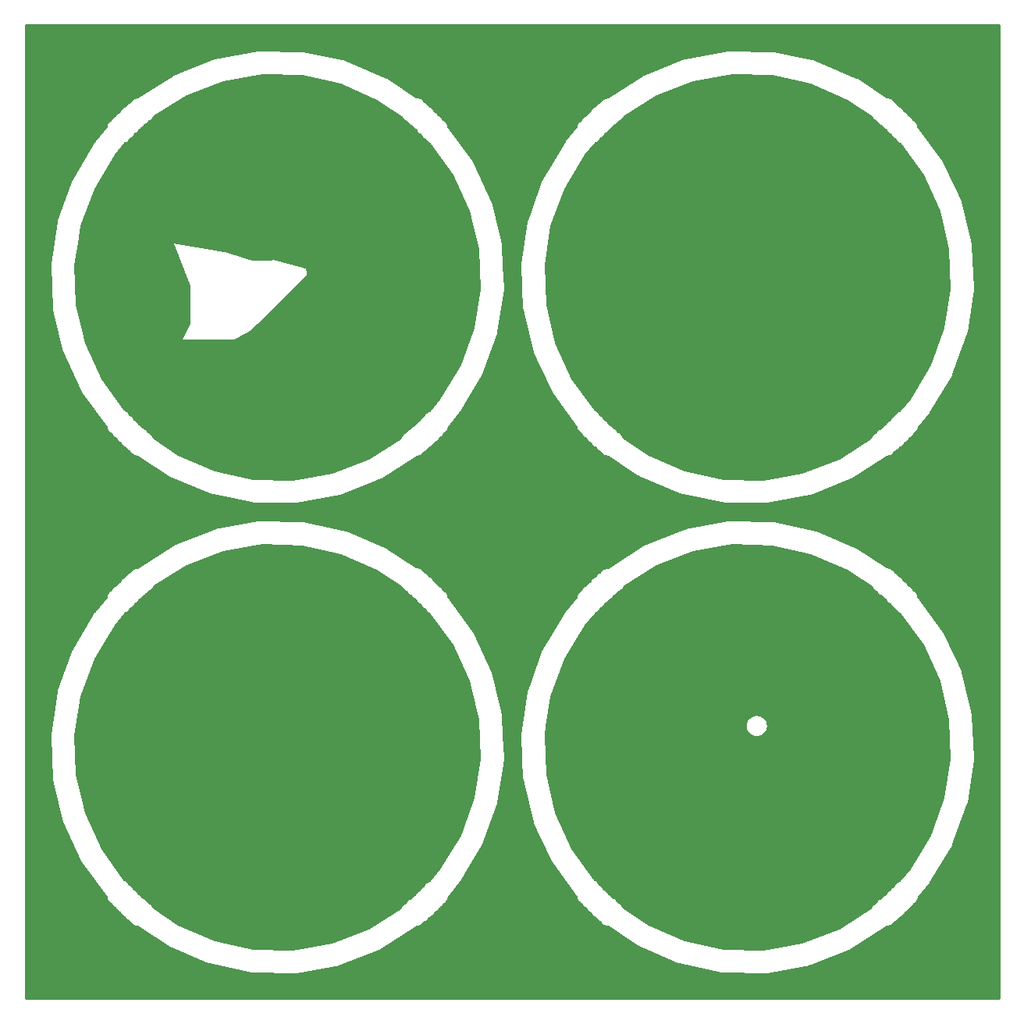
<source format=gtl>
G04 #@! TF.FileFunction,Copper,L1,Top,Signal*
%FSLAX46Y46*%
G04 Gerber Fmt 4.6, Leading zero omitted, Abs format (unit mm)*
G04 Created by KiCad (PCBNEW 4.0.6+dfsg1-1) date Tue Jul  3 00:16:12 2018*
%MOMM*%
%LPD*%
G01*
G04 APERTURE LIST*
%ADD10C,0.100000*%
%ADD11C,0.254000*%
G04 APERTURE END LIST*
D10*
D11*
G36*
X153290000Y-148290000D02*
X47710000Y-148290000D01*
X47710000Y-119762383D01*
X50314883Y-119762383D01*
X50315262Y-119772289D01*
X50527171Y-124453141D01*
X50536341Y-124516840D01*
X50544620Y-124580651D01*
X50546916Y-124590295D01*
X51663971Y-129140840D01*
X51685325Y-129201505D01*
X51705854Y-129262533D01*
X51709980Y-129271547D01*
X53689633Y-133518458D01*
X53722374Y-133573837D01*
X53754355Y-133629698D01*
X53760153Y-133637739D01*
X56413972Y-137264771D01*
X56413837Y-137274413D01*
X56415289Y-137282326D01*
X56415318Y-137290338D01*
X56430605Y-137365778D01*
X56445167Y-137445119D01*
X56448273Y-137452964D01*
X56449941Y-137461195D01*
X56485980Y-137548200D01*
X56509058Y-137606489D01*
X56512041Y-137611118D01*
X56514225Y-137616390D01*
X56515456Y-137616417D01*
X56603076Y-137752376D01*
X56723639Y-137877222D01*
X56866155Y-137976274D01*
X56883568Y-137983882D01*
X56883610Y-137985775D01*
X56953405Y-138014392D01*
X56976079Y-138024298D01*
X56985980Y-138048200D01*
X57009058Y-138106489D01*
X57012041Y-138111118D01*
X57014225Y-138116390D01*
X57015456Y-138116417D01*
X57103076Y-138252376D01*
X57223639Y-138377222D01*
X57366155Y-138476274D01*
X57383568Y-138483882D01*
X57383610Y-138485775D01*
X57453405Y-138514392D01*
X57476079Y-138524298D01*
X57485980Y-138548200D01*
X57509058Y-138606489D01*
X57512041Y-138611118D01*
X57514225Y-138616390D01*
X57515456Y-138616417D01*
X57603076Y-138752376D01*
X57723639Y-138877222D01*
X57866155Y-138976274D01*
X57883568Y-138983882D01*
X57883610Y-138985775D01*
X57953405Y-139014392D01*
X57976079Y-139024298D01*
X57985980Y-139048200D01*
X58009058Y-139106489D01*
X58012041Y-139111118D01*
X58014225Y-139116390D01*
X58015456Y-139116417D01*
X58103076Y-139252376D01*
X58223639Y-139377222D01*
X58366155Y-139476274D01*
X58383568Y-139483882D01*
X58383610Y-139485775D01*
X58453405Y-139514392D01*
X58500545Y-139534987D01*
X58509058Y-139556489D01*
X58512041Y-139561118D01*
X58514225Y-139566390D01*
X58515456Y-139566417D01*
X58603076Y-139702376D01*
X58723639Y-139827222D01*
X58866155Y-139926274D01*
X58883568Y-139933882D01*
X58883610Y-139935775D01*
X58953405Y-139964392D01*
X59000545Y-139984987D01*
X59009058Y-140006489D01*
X59012041Y-140011118D01*
X59014225Y-140016390D01*
X59015456Y-140016417D01*
X59103076Y-140152376D01*
X59223639Y-140277222D01*
X59366155Y-140376274D01*
X59383568Y-140383882D01*
X59383610Y-140385775D01*
X59453405Y-140414392D01*
X59525197Y-140445757D01*
X59535341Y-140447987D01*
X59544908Y-140451910D01*
X59618630Y-140466300D01*
X59694705Y-140483026D01*
X59705479Y-140483252D01*
X59716009Y-140485307D01*
X59790792Y-140485039D01*
X59849934Y-140486278D01*
X63050047Y-142612428D01*
X63102482Y-142640308D01*
X63154157Y-142669665D01*
X63163241Y-142673634D01*
X67466354Y-144518066D01*
X67527674Y-144537519D01*
X67588753Y-144557839D01*
X67598432Y-144559966D01*
X67598434Y-144559967D01*
X67598436Y-144559967D01*
X72177848Y-145533461D01*
X72241736Y-145540629D01*
X72305641Y-145548703D01*
X72315552Y-145548911D01*
X76996836Y-145614384D01*
X77060942Y-145609002D01*
X77125155Y-145604513D01*
X77134918Y-145602792D01*
X81739766Y-144757753D01*
X81801620Y-144740018D01*
X81863724Y-144723146D01*
X81872966Y-144719561D01*
X86225979Y-142996196D01*
X86283184Y-142966798D01*
X86340855Y-142938172D01*
X86349225Y-142932860D01*
X90147473Y-140485179D01*
X90218225Y-140486661D01*
X90229222Y-140484722D01*
X90240338Y-140484682D01*
X90313302Y-140469896D01*
X90389146Y-140456523D01*
X90399921Y-140452344D01*
X90411195Y-140450059D01*
X90490467Y-140417223D01*
X90550957Y-140393761D01*
X90558187Y-140389173D01*
X90566390Y-140385775D01*
X90566431Y-140383941D01*
X90697497Y-140300764D01*
X90823182Y-140181075D01*
X90923226Y-140039254D01*
X90933382Y-140016443D01*
X90935775Y-140016390D01*
X90939948Y-140006212D01*
X90949921Y-140002344D01*
X90961195Y-140000059D01*
X91040467Y-139967223D01*
X91100957Y-139943761D01*
X91108187Y-139939173D01*
X91116390Y-139935775D01*
X91116431Y-139933941D01*
X91247497Y-139850764D01*
X91373182Y-139731075D01*
X91473226Y-139589254D01*
X91483382Y-139566443D01*
X91485775Y-139566390D01*
X91489948Y-139556212D01*
X91499921Y-139552344D01*
X91511195Y-139550059D01*
X91590467Y-139517223D01*
X91650957Y-139493761D01*
X91658187Y-139489173D01*
X91666390Y-139485775D01*
X91666431Y-139483941D01*
X91797497Y-139400764D01*
X91923182Y-139281075D01*
X92023226Y-139139254D01*
X92033382Y-139116443D01*
X92035775Y-139116390D01*
X92063367Y-139049096D01*
X92074638Y-139023780D01*
X92090467Y-139017223D01*
X92150957Y-138993761D01*
X92158187Y-138989173D01*
X92166390Y-138985775D01*
X92166431Y-138983941D01*
X92297497Y-138900764D01*
X92423182Y-138781075D01*
X92523226Y-138639254D01*
X92533382Y-138616443D01*
X92535775Y-138616390D01*
X92563367Y-138549096D01*
X92574638Y-138523780D01*
X92590467Y-138517223D01*
X92650957Y-138493761D01*
X92658187Y-138489173D01*
X92666390Y-138485775D01*
X92666431Y-138483941D01*
X92797497Y-138400764D01*
X92923182Y-138281075D01*
X93023226Y-138139254D01*
X93033382Y-138116443D01*
X93035775Y-138116390D01*
X93063367Y-138049096D01*
X93085299Y-137999834D01*
X93100957Y-137993761D01*
X93108187Y-137989173D01*
X93116390Y-137985775D01*
X93116431Y-137983941D01*
X93247497Y-137900764D01*
X93373182Y-137781075D01*
X93473226Y-137639254D01*
X93483382Y-137616443D01*
X93485775Y-137616390D01*
X93513367Y-137549096D01*
X93543818Y-137480701D01*
X93546811Y-137467529D01*
X93551910Y-137455092D01*
X93565774Y-137384062D01*
X93582270Y-137311457D01*
X93582449Y-137298633D01*
X93585307Y-137283991D01*
X93585304Y-137283101D01*
X94822710Y-135765891D01*
X94848053Y-135727747D01*
X94875871Y-135691372D01*
X94881037Y-135682911D01*
X97294877Y-131666862D01*
X97322487Y-131608737D01*
X97350907Y-131551000D01*
X97354331Y-131541697D01*
X98942146Y-127133282D01*
X98957937Y-127070913D01*
X98974604Y-127008744D01*
X98976156Y-126998953D01*
X99677466Y-122366088D01*
X99680841Y-122301860D01*
X99685117Y-122237617D01*
X99684738Y-122227711D01*
X99573130Y-119762383D01*
X101314883Y-119762383D01*
X101315262Y-119772289D01*
X101527171Y-124453141D01*
X101536341Y-124516840D01*
X101544620Y-124580651D01*
X101546916Y-124590295D01*
X102663971Y-129140840D01*
X102685325Y-129201505D01*
X102705854Y-129262533D01*
X102709980Y-129271547D01*
X104689633Y-133518458D01*
X104722374Y-133573837D01*
X104754355Y-133629698D01*
X104760153Y-133637739D01*
X107413972Y-137264771D01*
X107413837Y-137274413D01*
X107415289Y-137282326D01*
X107415318Y-137290338D01*
X107430605Y-137365778D01*
X107445167Y-137445119D01*
X107448273Y-137452964D01*
X107449941Y-137461195D01*
X107485980Y-137548200D01*
X107509058Y-137606489D01*
X107512041Y-137611118D01*
X107514225Y-137616390D01*
X107515456Y-137616417D01*
X107603076Y-137752376D01*
X107723639Y-137877222D01*
X107866155Y-137976274D01*
X107883568Y-137983882D01*
X107883610Y-137985775D01*
X107953405Y-138014392D01*
X107976079Y-138024298D01*
X107985980Y-138048200D01*
X108009058Y-138106489D01*
X108012041Y-138111118D01*
X108014225Y-138116390D01*
X108015456Y-138116417D01*
X108103076Y-138252376D01*
X108223639Y-138377222D01*
X108366155Y-138476274D01*
X108383568Y-138483882D01*
X108383610Y-138485775D01*
X108453405Y-138514392D01*
X108476079Y-138524298D01*
X108485980Y-138548200D01*
X108509058Y-138606489D01*
X108512041Y-138611118D01*
X108514225Y-138616390D01*
X108515456Y-138616417D01*
X108603076Y-138752376D01*
X108723639Y-138877222D01*
X108866155Y-138976274D01*
X108883568Y-138983882D01*
X108883610Y-138985775D01*
X108953405Y-139014392D01*
X108976079Y-139024298D01*
X108985980Y-139048200D01*
X109009058Y-139106489D01*
X109012041Y-139111118D01*
X109014225Y-139116390D01*
X109015456Y-139116417D01*
X109103076Y-139252376D01*
X109223639Y-139377222D01*
X109366155Y-139476274D01*
X109383568Y-139483882D01*
X109383610Y-139485775D01*
X109453405Y-139514392D01*
X109500545Y-139534987D01*
X109509058Y-139556489D01*
X109512041Y-139561118D01*
X109514225Y-139566390D01*
X109515456Y-139566417D01*
X109603076Y-139702376D01*
X109723639Y-139827222D01*
X109866155Y-139926274D01*
X109883568Y-139933882D01*
X109883610Y-139935775D01*
X109953405Y-139964392D01*
X110000545Y-139984987D01*
X110009058Y-140006489D01*
X110012041Y-140011118D01*
X110014225Y-140016390D01*
X110015456Y-140016417D01*
X110103076Y-140152376D01*
X110223639Y-140277222D01*
X110366155Y-140376274D01*
X110383568Y-140383882D01*
X110383610Y-140385775D01*
X110453405Y-140414392D01*
X110525197Y-140445757D01*
X110535341Y-140447987D01*
X110544908Y-140451910D01*
X110618630Y-140466300D01*
X110694705Y-140483026D01*
X110705479Y-140483252D01*
X110716009Y-140485307D01*
X110790792Y-140485039D01*
X110849934Y-140486278D01*
X114050047Y-142612428D01*
X114102482Y-142640308D01*
X114154157Y-142669665D01*
X114163241Y-142673634D01*
X118466354Y-144518066D01*
X118527674Y-144537519D01*
X118588753Y-144557839D01*
X118598432Y-144559966D01*
X118598434Y-144559967D01*
X118598436Y-144559967D01*
X123177848Y-145533461D01*
X123241736Y-145540629D01*
X123305641Y-145548703D01*
X123315552Y-145548911D01*
X127996836Y-145614384D01*
X128060942Y-145609002D01*
X128125155Y-145604513D01*
X128134918Y-145602792D01*
X132739766Y-144757753D01*
X132801620Y-144740018D01*
X132863724Y-144723146D01*
X132872966Y-144719561D01*
X137225979Y-142996196D01*
X137283184Y-142966798D01*
X137340855Y-142938172D01*
X137349225Y-142932860D01*
X141147473Y-140485179D01*
X141218225Y-140486661D01*
X141229222Y-140484722D01*
X141240338Y-140484682D01*
X141313302Y-140469896D01*
X141389146Y-140456523D01*
X141399921Y-140452344D01*
X141411195Y-140450059D01*
X141490467Y-140417223D01*
X141550957Y-140393761D01*
X141558187Y-140389173D01*
X141566390Y-140385775D01*
X141566431Y-140383941D01*
X141697497Y-140300764D01*
X141823182Y-140181075D01*
X141923226Y-140039254D01*
X141933382Y-140016443D01*
X141935775Y-140016390D01*
X141939948Y-140006212D01*
X141949921Y-140002344D01*
X141961195Y-140000059D01*
X142040467Y-139967223D01*
X142100957Y-139943761D01*
X142108187Y-139939173D01*
X142116390Y-139935775D01*
X142116431Y-139933941D01*
X142247497Y-139850764D01*
X142373182Y-139731075D01*
X142473226Y-139589254D01*
X142483382Y-139566443D01*
X142485775Y-139566390D01*
X142489948Y-139556212D01*
X142499921Y-139552344D01*
X142511195Y-139550059D01*
X142590467Y-139517223D01*
X142650957Y-139493761D01*
X142658187Y-139489173D01*
X142666390Y-139485775D01*
X142666431Y-139483941D01*
X142797497Y-139400764D01*
X142923182Y-139281075D01*
X143023226Y-139139254D01*
X143033382Y-139116443D01*
X143035775Y-139116390D01*
X143063367Y-139049096D01*
X143074638Y-139023780D01*
X143090467Y-139017223D01*
X143150957Y-138993761D01*
X143158187Y-138989173D01*
X143166390Y-138985775D01*
X143166431Y-138983941D01*
X143297497Y-138900764D01*
X143423182Y-138781075D01*
X143523226Y-138639254D01*
X143533382Y-138616443D01*
X143535775Y-138616390D01*
X143563367Y-138549096D01*
X143574638Y-138523780D01*
X143590467Y-138517223D01*
X143650957Y-138493761D01*
X143658187Y-138489173D01*
X143666390Y-138485775D01*
X143666431Y-138483941D01*
X143797497Y-138400764D01*
X143923182Y-138281075D01*
X144023226Y-138139254D01*
X144033382Y-138116443D01*
X144035775Y-138116390D01*
X144063367Y-138049096D01*
X144085299Y-137999834D01*
X144100957Y-137993761D01*
X144108187Y-137989173D01*
X144116390Y-137985775D01*
X144116431Y-137983941D01*
X144247497Y-137900764D01*
X144373182Y-137781075D01*
X144473226Y-137639254D01*
X144483382Y-137616443D01*
X144485775Y-137616390D01*
X144513367Y-137549096D01*
X144543818Y-137480701D01*
X144546811Y-137467529D01*
X144551910Y-137455092D01*
X144565774Y-137384062D01*
X144582270Y-137311457D01*
X144582449Y-137298633D01*
X144585307Y-137283991D01*
X144585304Y-137283101D01*
X145822710Y-135765891D01*
X145848053Y-135727747D01*
X145875871Y-135691372D01*
X145881037Y-135682911D01*
X148294877Y-131666862D01*
X148322487Y-131608737D01*
X148350907Y-131551000D01*
X148354331Y-131541697D01*
X149942146Y-127133282D01*
X149957937Y-127070913D01*
X149974604Y-127008744D01*
X149976156Y-126998953D01*
X150677466Y-122366088D01*
X150680841Y-122301860D01*
X150685117Y-122237617D01*
X150684738Y-122227711D01*
X150472829Y-117546859D01*
X150463659Y-117483160D01*
X150455380Y-117419349D01*
X150453084Y-117409705D01*
X149336029Y-112859159D01*
X149314667Y-112798472D01*
X149294146Y-112737467D01*
X149290020Y-112728453D01*
X147310367Y-108481542D01*
X147277641Y-108426188D01*
X147245645Y-108370302D01*
X147239847Y-108362261D01*
X144535006Y-104665494D01*
X144535038Y-104663221D01*
X144534688Y-104661456D01*
X144534682Y-104659662D01*
X144519442Y-104584456D01*
X144501327Y-104492969D01*
X144500493Y-104490944D01*
X144500059Y-104488805D01*
X144435775Y-104333610D01*
X144435642Y-104333607D01*
X144435189Y-104332507D01*
X144339144Y-104187948D01*
X144216850Y-104064796D01*
X144072964Y-103967744D01*
X144066407Y-103964988D01*
X144066390Y-103964225D01*
X143993341Y-103934274D01*
X143974126Y-103926196D01*
X143935775Y-103833610D01*
X143935642Y-103833607D01*
X143935189Y-103832507D01*
X143839144Y-103687948D01*
X143716850Y-103564796D01*
X143572964Y-103467744D01*
X143566407Y-103464988D01*
X143566390Y-103464225D01*
X143493341Y-103434274D01*
X143474126Y-103426196D01*
X143435775Y-103333610D01*
X143435642Y-103333607D01*
X143435189Y-103332507D01*
X143339144Y-103187948D01*
X143216850Y-103064796D01*
X143072964Y-102967744D01*
X143066407Y-102964988D01*
X143066390Y-102964225D01*
X142993341Y-102934274D01*
X142974126Y-102926196D01*
X142935775Y-102833610D01*
X142935642Y-102833607D01*
X142935189Y-102832507D01*
X142839144Y-102687948D01*
X142716850Y-102564796D01*
X142572964Y-102467744D01*
X142566407Y-102464988D01*
X142566390Y-102464225D01*
X142493341Y-102434274D01*
X142449048Y-102415655D01*
X142435775Y-102383610D01*
X142435642Y-102383607D01*
X142435189Y-102382507D01*
X142339144Y-102237948D01*
X142216850Y-102114796D01*
X142072964Y-102017744D01*
X142066407Y-102014988D01*
X142066390Y-102014225D01*
X141993341Y-101984274D01*
X141949048Y-101965655D01*
X141935775Y-101933610D01*
X141935642Y-101933607D01*
X141935189Y-101932507D01*
X141839144Y-101787948D01*
X141716850Y-101664796D01*
X141572964Y-101567744D01*
X141566407Y-101564988D01*
X141566390Y-101564225D01*
X141493341Y-101534274D01*
X141412968Y-101500488D01*
X141408908Y-101499655D01*
X141405092Y-101498090D01*
X141327564Y-101482957D01*
X141242955Y-101465590D01*
X141238424Y-101465558D01*
X141233991Y-101464693D01*
X141155040Y-101464976D01*
X141075865Y-101464423D01*
X137949953Y-99387572D01*
X137897509Y-99359687D01*
X137845842Y-99330335D01*
X137836758Y-99326366D01*
X133533646Y-97481934D01*
X133472347Y-97462488D01*
X133411248Y-97442161D01*
X133401566Y-97440033D01*
X128822152Y-96466539D01*
X128758260Y-96459371D01*
X128694359Y-96451297D01*
X128684448Y-96451089D01*
X124003164Y-96385616D01*
X123939060Y-96390998D01*
X123874845Y-96395487D01*
X123865083Y-96397208D01*
X119260234Y-97242247D01*
X119198380Y-97259982D01*
X119136276Y-97276854D01*
X119127034Y-97280439D01*
X114774021Y-99003804D01*
X114716816Y-99033202D01*
X114659145Y-99061828D01*
X114650775Y-99067140D01*
X110852552Y-101514806D01*
X110805040Y-101514976D01*
X110719402Y-101514378D01*
X110714566Y-101515300D01*
X110709662Y-101515318D01*
X110632424Y-101530970D01*
X110548919Y-101546899D01*
X110543991Y-101548890D01*
X110538805Y-101549941D01*
X110436295Y-101592402D01*
X110387999Y-101611915D01*
X110385950Y-101613256D01*
X110383610Y-101614225D01*
X110383597Y-101614795D01*
X110242773Y-101706949D01*
X110118770Y-101828381D01*
X110020716Y-101971585D01*
X110015575Y-101983580D01*
X110014225Y-101983610D01*
X110001131Y-102015546D01*
X109936295Y-102042402D01*
X109887999Y-102061915D01*
X109885950Y-102063256D01*
X109883610Y-102064225D01*
X109883597Y-102064795D01*
X109742773Y-102156949D01*
X109618770Y-102278381D01*
X109520716Y-102421585D01*
X109515575Y-102433580D01*
X109514225Y-102433610D01*
X109509613Y-102444859D01*
X109498919Y-102446899D01*
X109493991Y-102448890D01*
X109488805Y-102449941D01*
X109386295Y-102492402D01*
X109337999Y-102511915D01*
X109335950Y-102513256D01*
X109333610Y-102514225D01*
X109333597Y-102514795D01*
X109192773Y-102606949D01*
X109068770Y-102728381D01*
X108970716Y-102871585D01*
X108965575Y-102883580D01*
X108964225Y-102883610D01*
X108934716Y-102955580D01*
X108902345Y-103031108D01*
X108901262Y-103036203D01*
X108886295Y-103042402D01*
X108837999Y-103061915D01*
X108835950Y-103063256D01*
X108833610Y-103064225D01*
X108833597Y-103064795D01*
X108692773Y-103156949D01*
X108568770Y-103278381D01*
X108470716Y-103421585D01*
X108465575Y-103433580D01*
X108464225Y-103433610D01*
X108451131Y-103465546D01*
X108386295Y-103492402D01*
X108337999Y-103511915D01*
X108335950Y-103513256D01*
X108333610Y-103514225D01*
X108333597Y-103514795D01*
X108192773Y-103606949D01*
X108068770Y-103728381D01*
X107970716Y-103871585D01*
X107965575Y-103883580D01*
X107964225Y-103883610D01*
X107934716Y-103955580D01*
X107915298Y-104000885D01*
X107887999Y-104011915D01*
X107885950Y-104013256D01*
X107883610Y-104014225D01*
X107883597Y-104014795D01*
X107742773Y-104106949D01*
X107618770Y-104228381D01*
X107520716Y-104371585D01*
X107515575Y-104383580D01*
X107514225Y-104383610D01*
X107484716Y-104455580D01*
X107452345Y-104531108D01*
X107450834Y-104538214D01*
X107448090Y-104544908D01*
X107433238Y-104621000D01*
X107416260Y-104700873D01*
X107416153Y-104708528D01*
X107414693Y-104716009D01*
X107414696Y-104716899D01*
X106177290Y-106234109D01*
X106151948Y-106272252D01*
X106124128Y-106308629D01*
X106118962Y-106317089D01*
X103705123Y-110333138D01*
X103677520Y-110391250D01*
X103649093Y-110449000D01*
X103645669Y-110458303D01*
X102057854Y-114866718D01*
X102042068Y-114929069D01*
X102025396Y-114991255D01*
X102023844Y-115001046D01*
X101322534Y-119633912D01*
X101319159Y-119698141D01*
X101314883Y-119762383D01*
X99573130Y-119762383D01*
X99472829Y-117546859D01*
X99463659Y-117483160D01*
X99455380Y-117419349D01*
X99453084Y-117409705D01*
X98336029Y-112859159D01*
X98314667Y-112798472D01*
X98294146Y-112737467D01*
X98290020Y-112728453D01*
X96310367Y-108481542D01*
X96277641Y-108426188D01*
X96245645Y-108370302D01*
X96239847Y-108362261D01*
X93535006Y-104665494D01*
X93535038Y-104663221D01*
X93534688Y-104661456D01*
X93534682Y-104659662D01*
X93519442Y-104584456D01*
X93501327Y-104492969D01*
X93500493Y-104490944D01*
X93500059Y-104488805D01*
X93435775Y-104333610D01*
X93435642Y-104333607D01*
X93435189Y-104332507D01*
X93339144Y-104187948D01*
X93216850Y-104064796D01*
X93072964Y-103967744D01*
X93066407Y-103964988D01*
X93066390Y-103964225D01*
X92993341Y-103934274D01*
X92974126Y-103926196D01*
X92935775Y-103833610D01*
X92935642Y-103833607D01*
X92935189Y-103832507D01*
X92839144Y-103687948D01*
X92716850Y-103564796D01*
X92572964Y-103467744D01*
X92566407Y-103464988D01*
X92566390Y-103464225D01*
X92493341Y-103434274D01*
X92474126Y-103426196D01*
X92435775Y-103333610D01*
X92435642Y-103333607D01*
X92435189Y-103332507D01*
X92339144Y-103187948D01*
X92216850Y-103064796D01*
X92072964Y-102967744D01*
X92066407Y-102964988D01*
X92066390Y-102964225D01*
X91993341Y-102934274D01*
X91974126Y-102926196D01*
X91935775Y-102833610D01*
X91935642Y-102833607D01*
X91935189Y-102832507D01*
X91839144Y-102687948D01*
X91716850Y-102564796D01*
X91572964Y-102467744D01*
X91566407Y-102464988D01*
X91566390Y-102464225D01*
X91493341Y-102434274D01*
X91449048Y-102415655D01*
X91435775Y-102383610D01*
X91435642Y-102383607D01*
X91435189Y-102382507D01*
X91339144Y-102237948D01*
X91216850Y-102114796D01*
X91072964Y-102017744D01*
X91066407Y-102014988D01*
X91066390Y-102014225D01*
X90993341Y-101984274D01*
X90949048Y-101965655D01*
X90935775Y-101933610D01*
X90935642Y-101933607D01*
X90935189Y-101932507D01*
X90839144Y-101787948D01*
X90716850Y-101664796D01*
X90572964Y-101567744D01*
X90566407Y-101564988D01*
X90566390Y-101564225D01*
X90493341Y-101534274D01*
X90412968Y-101500488D01*
X90408908Y-101499655D01*
X90405092Y-101498090D01*
X90327564Y-101482957D01*
X90242955Y-101465590D01*
X90238424Y-101465558D01*
X90233991Y-101464693D01*
X90155040Y-101464976D01*
X90075865Y-101464423D01*
X86949953Y-99387572D01*
X86897509Y-99359687D01*
X86845842Y-99330335D01*
X86836758Y-99326366D01*
X82533646Y-97481934D01*
X82472347Y-97462488D01*
X82411248Y-97442161D01*
X82401566Y-97440033D01*
X77822152Y-96466539D01*
X77758260Y-96459371D01*
X77694359Y-96451297D01*
X77684448Y-96451089D01*
X73003164Y-96385616D01*
X72939060Y-96390998D01*
X72874845Y-96395487D01*
X72865083Y-96397208D01*
X68260234Y-97242247D01*
X68198380Y-97259982D01*
X68136276Y-97276854D01*
X68127034Y-97280439D01*
X63774021Y-99003804D01*
X63716816Y-99033202D01*
X63659145Y-99061828D01*
X63650775Y-99067140D01*
X59852552Y-101514806D01*
X59805040Y-101514976D01*
X59719402Y-101514378D01*
X59714566Y-101515300D01*
X59709662Y-101515318D01*
X59632424Y-101530970D01*
X59548919Y-101546899D01*
X59543991Y-101548890D01*
X59538805Y-101549941D01*
X59436295Y-101592402D01*
X59387999Y-101611915D01*
X59385950Y-101613256D01*
X59383610Y-101614225D01*
X59383597Y-101614795D01*
X59242773Y-101706949D01*
X59118770Y-101828381D01*
X59020716Y-101971585D01*
X59015575Y-101983580D01*
X59014225Y-101983610D01*
X59001131Y-102015546D01*
X58936295Y-102042402D01*
X58887999Y-102061915D01*
X58885950Y-102063256D01*
X58883610Y-102064225D01*
X58883597Y-102064795D01*
X58742773Y-102156949D01*
X58618770Y-102278381D01*
X58520716Y-102421585D01*
X58515575Y-102433580D01*
X58514225Y-102433610D01*
X58509613Y-102444859D01*
X58498919Y-102446899D01*
X58493991Y-102448890D01*
X58488805Y-102449941D01*
X58386295Y-102492402D01*
X58337999Y-102511915D01*
X58335950Y-102513256D01*
X58333610Y-102514225D01*
X58333597Y-102514795D01*
X58192773Y-102606949D01*
X58068770Y-102728381D01*
X57970716Y-102871585D01*
X57965575Y-102883580D01*
X57964225Y-102883610D01*
X57934716Y-102955580D01*
X57902345Y-103031108D01*
X57901262Y-103036203D01*
X57886295Y-103042402D01*
X57837999Y-103061915D01*
X57835950Y-103063256D01*
X57833610Y-103064225D01*
X57833597Y-103064795D01*
X57692773Y-103156949D01*
X57568770Y-103278381D01*
X57470716Y-103421585D01*
X57465575Y-103433580D01*
X57464225Y-103433610D01*
X57451131Y-103465546D01*
X57386295Y-103492402D01*
X57337999Y-103511915D01*
X57335950Y-103513256D01*
X57333610Y-103514225D01*
X57333597Y-103514795D01*
X57192773Y-103606949D01*
X57068770Y-103728381D01*
X56970716Y-103871585D01*
X56965575Y-103883580D01*
X56964225Y-103883610D01*
X56934716Y-103955580D01*
X56915298Y-104000885D01*
X56887999Y-104011915D01*
X56885950Y-104013256D01*
X56883610Y-104014225D01*
X56883597Y-104014795D01*
X56742773Y-104106949D01*
X56618770Y-104228381D01*
X56520716Y-104371585D01*
X56515575Y-104383580D01*
X56514225Y-104383610D01*
X56484716Y-104455580D01*
X56452345Y-104531108D01*
X56450834Y-104538214D01*
X56448090Y-104544908D01*
X56433238Y-104621000D01*
X56416260Y-104700873D01*
X56416153Y-104708528D01*
X56414693Y-104716009D01*
X56414696Y-104716899D01*
X55177290Y-106234109D01*
X55151948Y-106272252D01*
X55124128Y-106308629D01*
X55118962Y-106317089D01*
X52705123Y-110333138D01*
X52677520Y-110391250D01*
X52649093Y-110449000D01*
X52645669Y-110458303D01*
X51057854Y-114866718D01*
X51042068Y-114929069D01*
X51025396Y-114991255D01*
X51023844Y-115001046D01*
X50322534Y-119633912D01*
X50319159Y-119698141D01*
X50314883Y-119762383D01*
X47710000Y-119762383D01*
X47710000Y-68762383D01*
X50314883Y-68762383D01*
X50315262Y-68772289D01*
X50527171Y-73453141D01*
X50536341Y-73516840D01*
X50544620Y-73580651D01*
X50546916Y-73590295D01*
X51663971Y-78140840D01*
X51685325Y-78201505D01*
X51705854Y-78262533D01*
X51709980Y-78271547D01*
X53689633Y-82518458D01*
X53722374Y-82573837D01*
X53754355Y-82629698D01*
X53760153Y-82637739D01*
X56413972Y-86264771D01*
X56413837Y-86274413D01*
X56415289Y-86282326D01*
X56415318Y-86290338D01*
X56430605Y-86365778D01*
X56445167Y-86445119D01*
X56448273Y-86452964D01*
X56449941Y-86461195D01*
X56485980Y-86548200D01*
X56509058Y-86606489D01*
X56512041Y-86611118D01*
X56514225Y-86616390D01*
X56515456Y-86616417D01*
X56603076Y-86752376D01*
X56723639Y-86877222D01*
X56866155Y-86976274D01*
X56883568Y-86983882D01*
X56883610Y-86985775D01*
X56953405Y-87014392D01*
X56976079Y-87024298D01*
X56985980Y-87048200D01*
X57009058Y-87106489D01*
X57012041Y-87111118D01*
X57014225Y-87116390D01*
X57015456Y-87116417D01*
X57103076Y-87252376D01*
X57223639Y-87377222D01*
X57366155Y-87476274D01*
X57383568Y-87483882D01*
X57383610Y-87485775D01*
X57453405Y-87514392D01*
X57476079Y-87524298D01*
X57485980Y-87548200D01*
X57509058Y-87606489D01*
X57512041Y-87611118D01*
X57514225Y-87616390D01*
X57515456Y-87616417D01*
X57603076Y-87752376D01*
X57723639Y-87877222D01*
X57866155Y-87976274D01*
X57883568Y-87983882D01*
X57883610Y-87985775D01*
X57953405Y-88014392D01*
X57976079Y-88024298D01*
X57985980Y-88048200D01*
X58009058Y-88106489D01*
X58012041Y-88111118D01*
X58014225Y-88116390D01*
X58015456Y-88116417D01*
X58103076Y-88252376D01*
X58223639Y-88377222D01*
X58366155Y-88476274D01*
X58383568Y-88483882D01*
X58383610Y-88485775D01*
X58453405Y-88514392D01*
X58500545Y-88534987D01*
X58509058Y-88556489D01*
X58512041Y-88561118D01*
X58514225Y-88566390D01*
X58515456Y-88566417D01*
X58603076Y-88702376D01*
X58723639Y-88827222D01*
X58866155Y-88926274D01*
X58883568Y-88933882D01*
X58883610Y-88935775D01*
X58953405Y-88964392D01*
X59000545Y-88984987D01*
X59009058Y-89006489D01*
X59012041Y-89011118D01*
X59014225Y-89016390D01*
X59015456Y-89016417D01*
X59103076Y-89152376D01*
X59223639Y-89277222D01*
X59366155Y-89376274D01*
X59383568Y-89383882D01*
X59383610Y-89385775D01*
X59453405Y-89414392D01*
X59525197Y-89445757D01*
X59535341Y-89447987D01*
X59544908Y-89451910D01*
X59618630Y-89466300D01*
X59694705Y-89483026D01*
X59705479Y-89483252D01*
X59716009Y-89485307D01*
X59790792Y-89485039D01*
X59849934Y-89486278D01*
X63050047Y-91612428D01*
X63102482Y-91640308D01*
X63154157Y-91669665D01*
X63163241Y-91673634D01*
X67466354Y-93518066D01*
X67527674Y-93537519D01*
X67588753Y-93557839D01*
X67598432Y-93559966D01*
X67598434Y-93559967D01*
X67598436Y-93559967D01*
X72177848Y-94533461D01*
X72241736Y-94540629D01*
X72305641Y-94548703D01*
X72315552Y-94548911D01*
X76996836Y-94614384D01*
X77060942Y-94609002D01*
X77125155Y-94604513D01*
X77134918Y-94602792D01*
X81739766Y-93757753D01*
X81801620Y-93740018D01*
X81863724Y-93723146D01*
X81872966Y-93719561D01*
X86225979Y-91996196D01*
X86283184Y-91966798D01*
X86340855Y-91938172D01*
X86349225Y-91932860D01*
X90147473Y-89485179D01*
X90218225Y-89486661D01*
X90229222Y-89484722D01*
X90240338Y-89484682D01*
X90313302Y-89469896D01*
X90389146Y-89456523D01*
X90399921Y-89452344D01*
X90411195Y-89450059D01*
X90490467Y-89417223D01*
X90550957Y-89393761D01*
X90558187Y-89389173D01*
X90566390Y-89385775D01*
X90566431Y-89383941D01*
X90697497Y-89300764D01*
X90823182Y-89181075D01*
X90923226Y-89039254D01*
X90933382Y-89016443D01*
X90935775Y-89016390D01*
X90939948Y-89006212D01*
X90949921Y-89002344D01*
X90961195Y-89000059D01*
X91040467Y-88967223D01*
X91100957Y-88943761D01*
X91108187Y-88939173D01*
X91116390Y-88935775D01*
X91116431Y-88933941D01*
X91247497Y-88850764D01*
X91373182Y-88731075D01*
X91473226Y-88589254D01*
X91483382Y-88566443D01*
X91485775Y-88566390D01*
X91489948Y-88556212D01*
X91499921Y-88552344D01*
X91511195Y-88550059D01*
X91590467Y-88517223D01*
X91650957Y-88493761D01*
X91658187Y-88489173D01*
X91666390Y-88485775D01*
X91666431Y-88483941D01*
X91797497Y-88400764D01*
X91923182Y-88281075D01*
X92023226Y-88139254D01*
X92033382Y-88116443D01*
X92035775Y-88116390D01*
X92063367Y-88049096D01*
X92074638Y-88023780D01*
X92090467Y-88017223D01*
X92150957Y-87993761D01*
X92158187Y-87989173D01*
X92166390Y-87985775D01*
X92166431Y-87983941D01*
X92297497Y-87900764D01*
X92423182Y-87781075D01*
X92523226Y-87639254D01*
X92533382Y-87616443D01*
X92535775Y-87616390D01*
X92563367Y-87549096D01*
X92574638Y-87523780D01*
X92590467Y-87517223D01*
X92650957Y-87493761D01*
X92658187Y-87489173D01*
X92666390Y-87485775D01*
X92666431Y-87483941D01*
X92797497Y-87400764D01*
X92923182Y-87281075D01*
X93023226Y-87139254D01*
X93033382Y-87116443D01*
X93035775Y-87116390D01*
X93063367Y-87049096D01*
X93085299Y-86999834D01*
X93100957Y-86993761D01*
X93108187Y-86989173D01*
X93116390Y-86985775D01*
X93116431Y-86983941D01*
X93247497Y-86900764D01*
X93373182Y-86781075D01*
X93473226Y-86639254D01*
X93483382Y-86616443D01*
X93485775Y-86616390D01*
X93513367Y-86549096D01*
X93543818Y-86480701D01*
X93546811Y-86467529D01*
X93551910Y-86455092D01*
X93565774Y-86384062D01*
X93582270Y-86311457D01*
X93582449Y-86298633D01*
X93585307Y-86283991D01*
X93585304Y-86283101D01*
X94822710Y-84765891D01*
X94848053Y-84727747D01*
X94875871Y-84691372D01*
X94881037Y-84682911D01*
X97294877Y-80666862D01*
X97322487Y-80608737D01*
X97350907Y-80551000D01*
X97354331Y-80541697D01*
X98942146Y-76133282D01*
X98957937Y-76070913D01*
X98974604Y-76008744D01*
X98976156Y-75998953D01*
X99677466Y-71366088D01*
X99680841Y-71301860D01*
X99685117Y-71237617D01*
X99684738Y-71227711D01*
X99573130Y-68762383D01*
X101314883Y-68762383D01*
X101315262Y-68772289D01*
X101527171Y-73453141D01*
X101536341Y-73516840D01*
X101544620Y-73580651D01*
X101546916Y-73590295D01*
X102663971Y-78140840D01*
X102685325Y-78201505D01*
X102705854Y-78262533D01*
X102709980Y-78271547D01*
X104689633Y-82518458D01*
X104722374Y-82573837D01*
X104754355Y-82629698D01*
X104760153Y-82637739D01*
X107413972Y-86264771D01*
X107413837Y-86274413D01*
X107415289Y-86282326D01*
X107415318Y-86290338D01*
X107430605Y-86365778D01*
X107445167Y-86445119D01*
X107448273Y-86452964D01*
X107449941Y-86461195D01*
X107485980Y-86548200D01*
X107509058Y-86606489D01*
X107512041Y-86611118D01*
X107514225Y-86616390D01*
X107515456Y-86616417D01*
X107603076Y-86752376D01*
X107723639Y-86877222D01*
X107866155Y-86976274D01*
X107883568Y-86983882D01*
X107883610Y-86985775D01*
X107953405Y-87014392D01*
X107976079Y-87024298D01*
X107985980Y-87048200D01*
X108009058Y-87106489D01*
X108012041Y-87111118D01*
X108014225Y-87116390D01*
X108015456Y-87116417D01*
X108103076Y-87252376D01*
X108223639Y-87377222D01*
X108366155Y-87476274D01*
X108383568Y-87483882D01*
X108383610Y-87485775D01*
X108453405Y-87514392D01*
X108476079Y-87524298D01*
X108485980Y-87548200D01*
X108509058Y-87606489D01*
X108512041Y-87611118D01*
X108514225Y-87616390D01*
X108515456Y-87616417D01*
X108603076Y-87752376D01*
X108723639Y-87877222D01*
X108866155Y-87976274D01*
X108883568Y-87983882D01*
X108883610Y-87985775D01*
X108953405Y-88014392D01*
X108976079Y-88024298D01*
X108985980Y-88048200D01*
X109009058Y-88106489D01*
X109012041Y-88111118D01*
X109014225Y-88116390D01*
X109015456Y-88116417D01*
X109103076Y-88252376D01*
X109223639Y-88377222D01*
X109366155Y-88476274D01*
X109383568Y-88483882D01*
X109383610Y-88485775D01*
X109453405Y-88514392D01*
X109500545Y-88534987D01*
X109509058Y-88556489D01*
X109512041Y-88561118D01*
X109514225Y-88566390D01*
X109515456Y-88566417D01*
X109603076Y-88702376D01*
X109723639Y-88827222D01*
X109866155Y-88926274D01*
X109883568Y-88933882D01*
X109883610Y-88935775D01*
X109953405Y-88964392D01*
X110000545Y-88984987D01*
X110009058Y-89006489D01*
X110012041Y-89011118D01*
X110014225Y-89016390D01*
X110015456Y-89016417D01*
X110103076Y-89152376D01*
X110223639Y-89277222D01*
X110366155Y-89376274D01*
X110383568Y-89383882D01*
X110383610Y-89385775D01*
X110453405Y-89414392D01*
X110525197Y-89445757D01*
X110535341Y-89447987D01*
X110544908Y-89451910D01*
X110618630Y-89466300D01*
X110694705Y-89483026D01*
X110705479Y-89483252D01*
X110716009Y-89485307D01*
X110790792Y-89485039D01*
X110849934Y-89486278D01*
X114050047Y-91612428D01*
X114102482Y-91640308D01*
X114154157Y-91669665D01*
X114163241Y-91673634D01*
X118466354Y-93518066D01*
X118527674Y-93537519D01*
X118588753Y-93557839D01*
X118598432Y-93559966D01*
X118598434Y-93559967D01*
X118598436Y-93559967D01*
X123177848Y-94533461D01*
X123241736Y-94540629D01*
X123305641Y-94548703D01*
X123315552Y-94548911D01*
X127996836Y-94614384D01*
X128060942Y-94609002D01*
X128125155Y-94604513D01*
X128134918Y-94602792D01*
X132739766Y-93757753D01*
X132801620Y-93740018D01*
X132863724Y-93723146D01*
X132872966Y-93719561D01*
X137225979Y-91996196D01*
X137283184Y-91966798D01*
X137340855Y-91938172D01*
X137349225Y-91932860D01*
X141147473Y-89485179D01*
X141218225Y-89486661D01*
X141229222Y-89484722D01*
X141240338Y-89484682D01*
X141313302Y-89469896D01*
X141389146Y-89456523D01*
X141399921Y-89452344D01*
X141411195Y-89450059D01*
X141490467Y-89417223D01*
X141550957Y-89393761D01*
X141558187Y-89389173D01*
X141566390Y-89385775D01*
X141566431Y-89383941D01*
X141697497Y-89300764D01*
X141823182Y-89181075D01*
X141923226Y-89039254D01*
X141933382Y-89016443D01*
X141935775Y-89016390D01*
X141939948Y-89006212D01*
X141949921Y-89002344D01*
X141961195Y-89000059D01*
X142040467Y-88967223D01*
X142100957Y-88943761D01*
X142108187Y-88939173D01*
X142116390Y-88935775D01*
X142116431Y-88933941D01*
X142247497Y-88850764D01*
X142373182Y-88731075D01*
X142473226Y-88589254D01*
X142483382Y-88566443D01*
X142485775Y-88566390D01*
X142489948Y-88556212D01*
X142499921Y-88552344D01*
X142511195Y-88550059D01*
X142590467Y-88517223D01*
X142650957Y-88493761D01*
X142658187Y-88489173D01*
X142666390Y-88485775D01*
X142666431Y-88483941D01*
X142797497Y-88400764D01*
X142923182Y-88281075D01*
X143023226Y-88139254D01*
X143033382Y-88116443D01*
X143035775Y-88116390D01*
X143063367Y-88049096D01*
X143074638Y-88023780D01*
X143090467Y-88017223D01*
X143150957Y-87993761D01*
X143158187Y-87989173D01*
X143166390Y-87985775D01*
X143166431Y-87983941D01*
X143297497Y-87900764D01*
X143423182Y-87781075D01*
X143523226Y-87639254D01*
X143533382Y-87616443D01*
X143535775Y-87616390D01*
X143563367Y-87549096D01*
X143574638Y-87523780D01*
X143590467Y-87517223D01*
X143650957Y-87493761D01*
X143658187Y-87489173D01*
X143666390Y-87485775D01*
X143666431Y-87483941D01*
X143797497Y-87400764D01*
X143923182Y-87281075D01*
X144023226Y-87139254D01*
X144033382Y-87116443D01*
X144035775Y-87116390D01*
X144063367Y-87049096D01*
X144085299Y-86999834D01*
X144100957Y-86993761D01*
X144108187Y-86989173D01*
X144116390Y-86985775D01*
X144116431Y-86983941D01*
X144247497Y-86900764D01*
X144373182Y-86781075D01*
X144473226Y-86639254D01*
X144483382Y-86616443D01*
X144485775Y-86616390D01*
X144513367Y-86549096D01*
X144543818Y-86480701D01*
X144546811Y-86467529D01*
X144551910Y-86455092D01*
X144565774Y-86384062D01*
X144582270Y-86311457D01*
X144582449Y-86298633D01*
X144585307Y-86283991D01*
X144585304Y-86283101D01*
X145822710Y-84765891D01*
X145848053Y-84727747D01*
X145875871Y-84691372D01*
X145881037Y-84682911D01*
X148294877Y-80666862D01*
X148322487Y-80608737D01*
X148350907Y-80551000D01*
X148354331Y-80541697D01*
X149942146Y-76133282D01*
X149957937Y-76070913D01*
X149974604Y-76008744D01*
X149976156Y-75998953D01*
X150677466Y-71366088D01*
X150680841Y-71301860D01*
X150685117Y-71237617D01*
X150684738Y-71227711D01*
X150472829Y-66546859D01*
X150463659Y-66483160D01*
X150455380Y-66419349D01*
X150453084Y-66409705D01*
X149336029Y-61859159D01*
X149314667Y-61798472D01*
X149294146Y-61737467D01*
X149290020Y-61728453D01*
X147310367Y-57481542D01*
X147277641Y-57426188D01*
X147245645Y-57370302D01*
X147239847Y-57362261D01*
X144535006Y-53665494D01*
X144535038Y-53663221D01*
X144534688Y-53661456D01*
X144534682Y-53659662D01*
X144519442Y-53584456D01*
X144501327Y-53492969D01*
X144500493Y-53490944D01*
X144500059Y-53488805D01*
X144435775Y-53333610D01*
X144435642Y-53333607D01*
X144435189Y-53332507D01*
X144339144Y-53187948D01*
X144216850Y-53064796D01*
X144072964Y-52967744D01*
X144066407Y-52964988D01*
X144066390Y-52964225D01*
X143993341Y-52934274D01*
X143974126Y-52926196D01*
X143935775Y-52833610D01*
X143935642Y-52833607D01*
X143935189Y-52832507D01*
X143839144Y-52687948D01*
X143716850Y-52564796D01*
X143572964Y-52467744D01*
X143566407Y-52464988D01*
X143566390Y-52464225D01*
X143493341Y-52434274D01*
X143474126Y-52426196D01*
X143435775Y-52333610D01*
X143435642Y-52333607D01*
X143435189Y-52332507D01*
X143339144Y-52187948D01*
X143216850Y-52064796D01*
X143072964Y-51967744D01*
X143066407Y-51964988D01*
X143066390Y-51964225D01*
X142993341Y-51934274D01*
X142974126Y-51926196D01*
X142935775Y-51833610D01*
X142935642Y-51833607D01*
X142935189Y-51832507D01*
X142839144Y-51687948D01*
X142716850Y-51564796D01*
X142572964Y-51467744D01*
X142566407Y-51464988D01*
X142566390Y-51464225D01*
X142493341Y-51434274D01*
X142449048Y-51415655D01*
X142435775Y-51383610D01*
X142435642Y-51383607D01*
X142435189Y-51382507D01*
X142339144Y-51237948D01*
X142216850Y-51114796D01*
X142072964Y-51017744D01*
X142066407Y-51014988D01*
X142066390Y-51014225D01*
X141993341Y-50984274D01*
X141949048Y-50965655D01*
X141935775Y-50933610D01*
X141935642Y-50933607D01*
X141935189Y-50932507D01*
X141839144Y-50787948D01*
X141716850Y-50664796D01*
X141572964Y-50567744D01*
X141566407Y-50564988D01*
X141566390Y-50564225D01*
X141493341Y-50534274D01*
X141412968Y-50500488D01*
X141408908Y-50499655D01*
X141405092Y-50498090D01*
X141327564Y-50482957D01*
X141242955Y-50465590D01*
X141238424Y-50465558D01*
X141233991Y-50464693D01*
X141155040Y-50464976D01*
X141075865Y-50464423D01*
X137949953Y-48387572D01*
X137897509Y-48359687D01*
X137845842Y-48330335D01*
X137836758Y-48326366D01*
X133533646Y-46481934D01*
X133472347Y-46462488D01*
X133411248Y-46442161D01*
X133401566Y-46440033D01*
X128822152Y-45466539D01*
X128758260Y-45459371D01*
X128694359Y-45451297D01*
X128684448Y-45451089D01*
X124003164Y-45385616D01*
X123939060Y-45390998D01*
X123874845Y-45395487D01*
X123865083Y-45397208D01*
X119260234Y-46242247D01*
X119198380Y-46259982D01*
X119136276Y-46276854D01*
X119127034Y-46280439D01*
X114774021Y-48003804D01*
X114716816Y-48033202D01*
X114659145Y-48061828D01*
X114650775Y-48067140D01*
X110852552Y-50514806D01*
X110805040Y-50514976D01*
X110719402Y-50514378D01*
X110714566Y-50515300D01*
X110709662Y-50515318D01*
X110632424Y-50530970D01*
X110548919Y-50546899D01*
X110543991Y-50548890D01*
X110538805Y-50549941D01*
X110436295Y-50592402D01*
X110387999Y-50611915D01*
X110385950Y-50613256D01*
X110383610Y-50614225D01*
X110383597Y-50614795D01*
X110242773Y-50706949D01*
X110118770Y-50828381D01*
X110020716Y-50971585D01*
X110015575Y-50983580D01*
X110014225Y-50983610D01*
X110001131Y-51015546D01*
X109936295Y-51042402D01*
X109887999Y-51061915D01*
X109885950Y-51063256D01*
X109883610Y-51064225D01*
X109883597Y-51064795D01*
X109742773Y-51156949D01*
X109618770Y-51278381D01*
X109520716Y-51421585D01*
X109515575Y-51433580D01*
X109514225Y-51433610D01*
X109509613Y-51444859D01*
X109498919Y-51446899D01*
X109493991Y-51448890D01*
X109488805Y-51449941D01*
X109386295Y-51492402D01*
X109337999Y-51511915D01*
X109335950Y-51513256D01*
X109333610Y-51514225D01*
X109333597Y-51514795D01*
X109192773Y-51606949D01*
X109068770Y-51728381D01*
X108970716Y-51871585D01*
X108965575Y-51883580D01*
X108964225Y-51883610D01*
X108934716Y-51955580D01*
X108902345Y-52031108D01*
X108901262Y-52036203D01*
X108886295Y-52042402D01*
X108837999Y-52061915D01*
X108835950Y-52063256D01*
X108833610Y-52064225D01*
X108833597Y-52064795D01*
X108692773Y-52156949D01*
X108568770Y-52278381D01*
X108470716Y-52421585D01*
X108465575Y-52433580D01*
X108464225Y-52433610D01*
X108451131Y-52465546D01*
X108386295Y-52492402D01*
X108337999Y-52511915D01*
X108335950Y-52513256D01*
X108333610Y-52514225D01*
X108333597Y-52514795D01*
X108192773Y-52606949D01*
X108068770Y-52728381D01*
X107970716Y-52871585D01*
X107965575Y-52883580D01*
X107964225Y-52883610D01*
X107934716Y-52955580D01*
X107915298Y-53000885D01*
X107887999Y-53011915D01*
X107885950Y-53013256D01*
X107883610Y-53014225D01*
X107883597Y-53014795D01*
X107742773Y-53106949D01*
X107618770Y-53228381D01*
X107520716Y-53371585D01*
X107515575Y-53383580D01*
X107514225Y-53383610D01*
X107484716Y-53455580D01*
X107452345Y-53531108D01*
X107450834Y-53538214D01*
X107448090Y-53544908D01*
X107433238Y-53621000D01*
X107416260Y-53700873D01*
X107416153Y-53708528D01*
X107414693Y-53716009D01*
X107414696Y-53716899D01*
X106177290Y-55234109D01*
X106151948Y-55272252D01*
X106124128Y-55308629D01*
X106118962Y-55317089D01*
X103705123Y-59333138D01*
X103677520Y-59391250D01*
X103649093Y-59449000D01*
X103645669Y-59458303D01*
X102057854Y-63866718D01*
X102042068Y-63929069D01*
X102025396Y-63991255D01*
X102023844Y-64001046D01*
X101322534Y-68633912D01*
X101319159Y-68698141D01*
X101314883Y-68762383D01*
X99573130Y-68762383D01*
X99472829Y-66546859D01*
X99463659Y-66483160D01*
X99455380Y-66419349D01*
X99453084Y-66409705D01*
X98336029Y-61859159D01*
X98314667Y-61798472D01*
X98294146Y-61737467D01*
X98290020Y-61728453D01*
X96310367Y-57481542D01*
X96277641Y-57426188D01*
X96245645Y-57370302D01*
X96239847Y-57362261D01*
X93535006Y-53665494D01*
X93535038Y-53663221D01*
X93534688Y-53661456D01*
X93534682Y-53659662D01*
X93519442Y-53584456D01*
X93501327Y-53492969D01*
X93500493Y-53490944D01*
X93500059Y-53488805D01*
X93435775Y-53333610D01*
X93435642Y-53333607D01*
X93435189Y-53332507D01*
X93339144Y-53187948D01*
X93216850Y-53064796D01*
X93072964Y-52967744D01*
X93066407Y-52964988D01*
X93066390Y-52964225D01*
X92993341Y-52934274D01*
X92974126Y-52926196D01*
X92935775Y-52833610D01*
X92935642Y-52833607D01*
X92935189Y-52832507D01*
X92839144Y-52687948D01*
X92716850Y-52564796D01*
X92572964Y-52467744D01*
X92566407Y-52464988D01*
X92566390Y-52464225D01*
X92493341Y-52434274D01*
X92474126Y-52426196D01*
X92435775Y-52333610D01*
X92435642Y-52333607D01*
X92435189Y-52332507D01*
X92339144Y-52187948D01*
X92216850Y-52064796D01*
X92072964Y-51967744D01*
X92066407Y-51964988D01*
X92066390Y-51964225D01*
X91993341Y-51934274D01*
X91974126Y-51926196D01*
X91935775Y-51833610D01*
X91935642Y-51833607D01*
X91935189Y-51832507D01*
X91839144Y-51687948D01*
X91716850Y-51564796D01*
X91572964Y-51467744D01*
X91566407Y-51464988D01*
X91566390Y-51464225D01*
X91493341Y-51434274D01*
X91449048Y-51415655D01*
X91435775Y-51383610D01*
X91435642Y-51383607D01*
X91435189Y-51382507D01*
X91339144Y-51237948D01*
X91216850Y-51114796D01*
X91072964Y-51017744D01*
X91066407Y-51014988D01*
X91066390Y-51014225D01*
X90993341Y-50984274D01*
X90949048Y-50965655D01*
X90935775Y-50933610D01*
X90935642Y-50933607D01*
X90935189Y-50932507D01*
X90839144Y-50787948D01*
X90716850Y-50664796D01*
X90572964Y-50567744D01*
X90566407Y-50564988D01*
X90566390Y-50564225D01*
X90493341Y-50534274D01*
X90412968Y-50500488D01*
X90408908Y-50499655D01*
X90405092Y-50498090D01*
X90327564Y-50482957D01*
X90242955Y-50465590D01*
X90238424Y-50465558D01*
X90233991Y-50464693D01*
X90155040Y-50464976D01*
X90075865Y-50464423D01*
X86949953Y-48387572D01*
X86897509Y-48359687D01*
X86845842Y-48330335D01*
X86836758Y-48326366D01*
X82533646Y-46481934D01*
X82472347Y-46462488D01*
X82411248Y-46442161D01*
X82401566Y-46440033D01*
X77822152Y-45466539D01*
X77758260Y-45459371D01*
X77694359Y-45451297D01*
X77684448Y-45451089D01*
X73003164Y-45385616D01*
X72939060Y-45390998D01*
X72874845Y-45395487D01*
X72865083Y-45397208D01*
X68260234Y-46242247D01*
X68198380Y-46259982D01*
X68136276Y-46276854D01*
X68127034Y-46280439D01*
X63774021Y-48003804D01*
X63716816Y-48033202D01*
X63659145Y-48061828D01*
X63650775Y-48067140D01*
X59852552Y-50514806D01*
X59805040Y-50514976D01*
X59719402Y-50514378D01*
X59714566Y-50515300D01*
X59709662Y-50515318D01*
X59632424Y-50530970D01*
X59548919Y-50546899D01*
X59543991Y-50548890D01*
X59538805Y-50549941D01*
X59436295Y-50592402D01*
X59387999Y-50611915D01*
X59385950Y-50613256D01*
X59383610Y-50614225D01*
X59383597Y-50614795D01*
X59242773Y-50706949D01*
X59118770Y-50828381D01*
X59020716Y-50971585D01*
X59015575Y-50983580D01*
X59014225Y-50983610D01*
X59001131Y-51015546D01*
X58936295Y-51042402D01*
X58887999Y-51061915D01*
X58885950Y-51063256D01*
X58883610Y-51064225D01*
X58883597Y-51064795D01*
X58742773Y-51156949D01*
X58618770Y-51278381D01*
X58520716Y-51421585D01*
X58515575Y-51433580D01*
X58514225Y-51433610D01*
X58509613Y-51444859D01*
X58498919Y-51446899D01*
X58493991Y-51448890D01*
X58488805Y-51449941D01*
X58386295Y-51492402D01*
X58337999Y-51511915D01*
X58335950Y-51513256D01*
X58333610Y-51514225D01*
X58333597Y-51514795D01*
X58192773Y-51606949D01*
X58068770Y-51728381D01*
X57970716Y-51871585D01*
X57965575Y-51883580D01*
X57964225Y-51883610D01*
X57934716Y-51955580D01*
X57902345Y-52031108D01*
X57901262Y-52036203D01*
X57886295Y-52042402D01*
X57837999Y-52061915D01*
X57835950Y-52063256D01*
X57833610Y-52064225D01*
X57833597Y-52064795D01*
X57692773Y-52156949D01*
X57568770Y-52278381D01*
X57470716Y-52421585D01*
X57465575Y-52433580D01*
X57464225Y-52433610D01*
X57451131Y-52465546D01*
X57386295Y-52492402D01*
X57337999Y-52511915D01*
X57335950Y-52513256D01*
X57333610Y-52514225D01*
X57333597Y-52514795D01*
X57192773Y-52606949D01*
X57068770Y-52728381D01*
X56970716Y-52871585D01*
X56965575Y-52883580D01*
X56964225Y-52883610D01*
X56934716Y-52955580D01*
X56915298Y-53000885D01*
X56887999Y-53011915D01*
X56885950Y-53013256D01*
X56883610Y-53014225D01*
X56883597Y-53014795D01*
X56742773Y-53106949D01*
X56618770Y-53228381D01*
X56520716Y-53371585D01*
X56515575Y-53383580D01*
X56514225Y-53383610D01*
X56484716Y-53455580D01*
X56452345Y-53531108D01*
X56450834Y-53538214D01*
X56448090Y-53544908D01*
X56433238Y-53621000D01*
X56416260Y-53700873D01*
X56416153Y-53708528D01*
X56414693Y-53716009D01*
X56414696Y-53716899D01*
X55177290Y-55234109D01*
X55151948Y-55272252D01*
X55124128Y-55308629D01*
X55118962Y-55317089D01*
X52705123Y-59333138D01*
X52677520Y-59391250D01*
X52649093Y-59449000D01*
X52645669Y-59458303D01*
X51057854Y-63866718D01*
X51042068Y-63929069D01*
X51025396Y-63991255D01*
X51023844Y-64001046D01*
X50322534Y-68633912D01*
X50319159Y-68698141D01*
X50314883Y-68762383D01*
X47710000Y-68762383D01*
X47710000Y-42710000D01*
X153290000Y-42710000D01*
X153290000Y-148290000D01*
X153290000Y-148290000D01*
G37*
X153290000Y-148290000D02*
X47710000Y-148290000D01*
X47710000Y-119762383D01*
X50314883Y-119762383D01*
X50315262Y-119772289D01*
X50527171Y-124453141D01*
X50536341Y-124516840D01*
X50544620Y-124580651D01*
X50546916Y-124590295D01*
X51663971Y-129140840D01*
X51685325Y-129201505D01*
X51705854Y-129262533D01*
X51709980Y-129271547D01*
X53689633Y-133518458D01*
X53722374Y-133573837D01*
X53754355Y-133629698D01*
X53760153Y-133637739D01*
X56413972Y-137264771D01*
X56413837Y-137274413D01*
X56415289Y-137282326D01*
X56415318Y-137290338D01*
X56430605Y-137365778D01*
X56445167Y-137445119D01*
X56448273Y-137452964D01*
X56449941Y-137461195D01*
X56485980Y-137548200D01*
X56509058Y-137606489D01*
X56512041Y-137611118D01*
X56514225Y-137616390D01*
X56515456Y-137616417D01*
X56603076Y-137752376D01*
X56723639Y-137877222D01*
X56866155Y-137976274D01*
X56883568Y-137983882D01*
X56883610Y-137985775D01*
X56953405Y-138014392D01*
X56976079Y-138024298D01*
X56985980Y-138048200D01*
X57009058Y-138106489D01*
X57012041Y-138111118D01*
X57014225Y-138116390D01*
X57015456Y-138116417D01*
X57103076Y-138252376D01*
X57223639Y-138377222D01*
X57366155Y-138476274D01*
X57383568Y-138483882D01*
X57383610Y-138485775D01*
X57453405Y-138514392D01*
X57476079Y-138524298D01*
X57485980Y-138548200D01*
X57509058Y-138606489D01*
X57512041Y-138611118D01*
X57514225Y-138616390D01*
X57515456Y-138616417D01*
X57603076Y-138752376D01*
X57723639Y-138877222D01*
X57866155Y-138976274D01*
X57883568Y-138983882D01*
X57883610Y-138985775D01*
X57953405Y-139014392D01*
X57976079Y-139024298D01*
X57985980Y-139048200D01*
X58009058Y-139106489D01*
X58012041Y-139111118D01*
X58014225Y-139116390D01*
X58015456Y-139116417D01*
X58103076Y-139252376D01*
X58223639Y-139377222D01*
X58366155Y-139476274D01*
X58383568Y-139483882D01*
X58383610Y-139485775D01*
X58453405Y-139514392D01*
X58500545Y-139534987D01*
X58509058Y-139556489D01*
X58512041Y-139561118D01*
X58514225Y-139566390D01*
X58515456Y-139566417D01*
X58603076Y-139702376D01*
X58723639Y-139827222D01*
X58866155Y-139926274D01*
X58883568Y-139933882D01*
X58883610Y-139935775D01*
X58953405Y-139964392D01*
X59000545Y-139984987D01*
X59009058Y-140006489D01*
X59012041Y-140011118D01*
X59014225Y-140016390D01*
X59015456Y-140016417D01*
X59103076Y-140152376D01*
X59223639Y-140277222D01*
X59366155Y-140376274D01*
X59383568Y-140383882D01*
X59383610Y-140385775D01*
X59453405Y-140414392D01*
X59525197Y-140445757D01*
X59535341Y-140447987D01*
X59544908Y-140451910D01*
X59618630Y-140466300D01*
X59694705Y-140483026D01*
X59705479Y-140483252D01*
X59716009Y-140485307D01*
X59790792Y-140485039D01*
X59849934Y-140486278D01*
X63050047Y-142612428D01*
X63102482Y-142640308D01*
X63154157Y-142669665D01*
X63163241Y-142673634D01*
X67466354Y-144518066D01*
X67527674Y-144537519D01*
X67588753Y-144557839D01*
X67598432Y-144559966D01*
X67598434Y-144559967D01*
X67598436Y-144559967D01*
X72177848Y-145533461D01*
X72241736Y-145540629D01*
X72305641Y-145548703D01*
X72315552Y-145548911D01*
X76996836Y-145614384D01*
X77060942Y-145609002D01*
X77125155Y-145604513D01*
X77134918Y-145602792D01*
X81739766Y-144757753D01*
X81801620Y-144740018D01*
X81863724Y-144723146D01*
X81872966Y-144719561D01*
X86225979Y-142996196D01*
X86283184Y-142966798D01*
X86340855Y-142938172D01*
X86349225Y-142932860D01*
X90147473Y-140485179D01*
X90218225Y-140486661D01*
X90229222Y-140484722D01*
X90240338Y-140484682D01*
X90313302Y-140469896D01*
X90389146Y-140456523D01*
X90399921Y-140452344D01*
X90411195Y-140450059D01*
X90490467Y-140417223D01*
X90550957Y-140393761D01*
X90558187Y-140389173D01*
X90566390Y-140385775D01*
X90566431Y-140383941D01*
X90697497Y-140300764D01*
X90823182Y-140181075D01*
X90923226Y-140039254D01*
X90933382Y-140016443D01*
X90935775Y-140016390D01*
X90939948Y-140006212D01*
X90949921Y-140002344D01*
X90961195Y-140000059D01*
X91040467Y-139967223D01*
X91100957Y-139943761D01*
X91108187Y-139939173D01*
X91116390Y-139935775D01*
X91116431Y-139933941D01*
X91247497Y-139850764D01*
X91373182Y-139731075D01*
X91473226Y-139589254D01*
X91483382Y-139566443D01*
X91485775Y-139566390D01*
X91489948Y-139556212D01*
X91499921Y-139552344D01*
X91511195Y-139550059D01*
X91590467Y-139517223D01*
X91650957Y-139493761D01*
X91658187Y-139489173D01*
X91666390Y-139485775D01*
X91666431Y-139483941D01*
X91797497Y-139400764D01*
X91923182Y-139281075D01*
X92023226Y-139139254D01*
X92033382Y-139116443D01*
X92035775Y-139116390D01*
X92063367Y-139049096D01*
X92074638Y-139023780D01*
X92090467Y-139017223D01*
X92150957Y-138993761D01*
X92158187Y-138989173D01*
X92166390Y-138985775D01*
X92166431Y-138983941D01*
X92297497Y-138900764D01*
X92423182Y-138781075D01*
X92523226Y-138639254D01*
X92533382Y-138616443D01*
X92535775Y-138616390D01*
X92563367Y-138549096D01*
X92574638Y-138523780D01*
X92590467Y-138517223D01*
X92650957Y-138493761D01*
X92658187Y-138489173D01*
X92666390Y-138485775D01*
X92666431Y-138483941D01*
X92797497Y-138400764D01*
X92923182Y-138281075D01*
X93023226Y-138139254D01*
X93033382Y-138116443D01*
X93035775Y-138116390D01*
X93063367Y-138049096D01*
X93085299Y-137999834D01*
X93100957Y-137993761D01*
X93108187Y-137989173D01*
X93116390Y-137985775D01*
X93116431Y-137983941D01*
X93247497Y-137900764D01*
X93373182Y-137781075D01*
X93473226Y-137639254D01*
X93483382Y-137616443D01*
X93485775Y-137616390D01*
X93513367Y-137549096D01*
X93543818Y-137480701D01*
X93546811Y-137467529D01*
X93551910Y-137455092D01*
X93565774Y-137384062D01*
X93582270Y-137311457D01*
X93582449Y-137298633D01*
X93585307Y-137283991D01*
X93585304Y-137283101D01*
X94822710Y-135765891D01*
X94848053Y-135727747D01*
X94875871Y-135691372D01*
X94881037Y-135682911D01*
X97294877Y-131666862D01*
X97322487Y-131608737D01*
X97350907Y-131551000D01*
X97354331Y-131541697D01*
X98942146Y-127133282D01*
X98957937Y-127070913D01*
X98974604Y-127008744D01*
X98976156Y-126998953D01*
X99677466Y-122366088D01*
X99680841Y-122301860D01*
X99685117Y-122237617D01*
X99684738Y-122227711D01*
X99573130Y-119762383D01*
X101314883Y-119762383D01*
X101315262Y-119772289D01*
X101527171Y-124453141D01*
X101536341Y-124516840D01*
X101544620Y-124580651D01*
X101546916Y-124590295D01*
X102663971Y-129140840D01*
X102685325Y-129201505D01*
X102705854Y-129262533D01*
X102709980Y-129271547D01*
X104689633Y-133518458D01*
X104722374Y-133573837D01*
X104754355Y-133629698D01*
X104760153Y-133637739D01*
X107413972Y-137264771D01*
X107413837Y-137274413D01*
X107415289Y-137282326D01*
X107415318Y-137290338D01*
X107430605Y-137365778D01*
X107445167Y-137445119D01*
X107448273Y-137452964D01*
X107449941Y-137461195D01*
X107485980Y-137548200D01*
X107509058Y-137606489D01*
X107512041Y-137611118D01*
X107514225Y-137616390D01*
X107515456Y-137616417D01*
X107603076Y-137752376D01*
X107723639Y-137877222D01*
X107866155Y-137976274D01*
X107883568Y-137983882D01*
X107883610Y-137985775D01*
X107953405Y-138014392D01*
X107976079Y-138024298D01*
X107985980Y-138048200D01*
X108009058Y-138106489D01*
X108012041Y-138111118D01*
X108014225Y-138116390D01*
X108015456Y-138116417D01*
X108103076Y-138252376D01*
X108223639Y-138377222D01*
X108366155Y-138476274D01*
X108383568Y-138483882D01*
X108383610Y-138485775D01*
X108453405Y-138514392D01*
X108476079Y-138524298D01*
X108485980Y-138548200D01*
X108509058Y-138606489D01*
X108512041Y-138611118D01*
X108514225Y-138616390D01*
X108515456Y-138616417D01*
X108603076Y-138752376D01*
X108723639Y-138877222D01*
X108866155Y-138976274D01*
X108883568Y-138983882D01*
X108883610Y-138985775D01*
X108953405Y-139014392D01*
X108976079Y-139024298D01*
X108985980Y-139048200D01*
X109009058Y-139106489D01*
X109012041Y-139111118D01*
X109014225Y-139116390D01*
X109015456Y-139116417D01*
X109103076Y-139252376D01*
X109223639Y-139377222D01*
X109366155Y-139476274D01*
X109383568Y-139483882D01*
X109383610Y-139485775D01*
X109453405Y-139514392D01*
X109500545Y-139534987D01*
X109509058Y-139556489D01*
X109512041Y-139561118D01*
X109514225Y-139566390D01*
X109515456Y-139566417D01*
X109603076Y-139702376D01*
X109723639Y-139827222D01*
X109866155Y-139926274D01*
X109883568Y-139933882D01*
X109883610Y-139935775D01*
X109953405Y-139964392D01*
X110000545Y-139984987D01*
X110009058Y-140006489D01*
X110012041Y-140011118D01*
X110014225Y-140016390D01*
X110015456Y-140016417D01*
X110103076Y-140152376D01*
X110223639Y-140277222D01*
X110366155Y-140376274D01*
X110383568Y-140383882D01*
X110383610Y-140385775D01*
X110453405Y-140414392D01*
X110525197Y-140445757D01*
X110535341Y-140447987D01*
X110544908Y-140451910D01*
X110618630Y-140466300D01*
X110694705Y-140483026D01*
X110705479Y-140483252D01*
X110716009Y-140485307D01*
X110790792Y-140485039D01*
X110849934Y-140486278D01*
X114050047Y-142612428D01*
X114102482Y-142640308D01*
X114154157Y-142669665D01*
X114163241Y-142673634D01*
X118466354Y-144518066D01*
X118527674Y-144537519D01*
X118588753Y-144557839D01*
X118598432Y-144559966D01*
X118598434Y-144559967D01*
X118598436Y-144559967D01*
X123177848Y-145533461D01*
X123241736Y-145540629D01*
X123305641Y-145548703D01*
X123315552Y-145548911D01*
X127996836Y-145614384D01*
X128060942Y-145609002D01*
X128125155Y-145604513D01*
X128134918Y-145602792D01*
X132739766Y-144757753D01*
X132801620Y-144740018D01*
X132863724Y-144723146D01*
X132872966Y-144719561D01*
X137225979Y-142996196D01*
X137283184Y-142966798D01*
X137340855Y-142938172D01*
X137349225Y-142932860D01*
X141147473Y-140485179D01*
X141218225Y-140486661D01*
X141229222Y-140484722D01*
X141240338Y-140484682D01*
X141313302Y-140469896D01*
X141389146Y-140456523D01*
X141399921Y-140452344D01*
X141411195Y-140450059D01*
X141490467Y-140417223D01*
X141550957Y-140393761D01*
X141558187Y-140389173D01*
X141566390Y-140385775D01*
X141566431Y-140383941D01*
X141697497Y-140300764D01*
X141823182Y-140181075D01*
X141923226Y-140039254D01*
X141933382Y-140016443D01*
X141935775Y-140016390D01*
X141939948Y-140006212D01*
X141949921Y-140002344D01*
X141961195Y-140000059D01*
X142040467Y-139967223D01*
X142100957Y-139943761D01*
X142108187Y-139939173D01*
X142116390Y-139935775D01*
X142116431Y-139933941D01*
X142247497Y-139850764D01*
X142373182Y-139731075D01*
X142473226Y-139589254D01*
X142483382Y-139566443D01*
X142485775Y-139566390D01*
X142489948Y-139556212D01*
X142499921Y-139552344D01*
X142511195Y-139550059D01*
X142590467Y-139517223D01*
X142650957Y-139493761D01*
X142658187Y-139489173D01*
X142666390Y-139485775D01*
X142666431Y-139483941D01*
X142797497Y-139400764D01*
X142923182Y-139281075D01*
X143023226Y-139139254D01*
X143033382Y-139116443D01*
X143035775Y-139116390D01*
X143063367Y-139049096D01*
X143074638Y-139023780D01*
X143090467Y-139017223D01*
X143150957Y-138993761D01*
X143158187Y-138989173D01*
X143166390Y-138985775D01*
X143166431Y-138983941D01*
X143297497Y-138900764D01*
X143423182Y-138781075D01*
X143523226Y-138639254D01*
X143533382Y-138616443D01*
X143535775Y-138616390D01*
X143563367Y-138549096D01*
X143574638Y-138523780D01*
X143590467Y-138517223D01*
X143650957Y-138493761D01*
X143658187Y-138489173D01*
X143666390Y-138485775D01*
X143666431Y-138483941D01*
X143797497Y-138400764D01*
X143923182Y-138281075D01*
X144023226Y-138139254D01*
X144033382Y-138116443D01*
X144035775Y-138116390D01*
X144063367Y-138049096D01*
X144085299Y-137999834D01*
X144100957Y-137993761D01*
X144108187Y-137989173D01*
X144116390Y-137985775D01*
X144116431Y-137983941D01*
X144247497Y-137900764D01*
X144373182Y-137781075D01*
X144473226Y-137639254D01*
X144483382Y-137616443D01*
X144485775Y-137616390D01*
X144513367Y-137549096D01*
X144543818Y-137480701D01*
X144546811Y-137467529D01*
X144551910Y-137455092D01*
X144565774Y-137384062D01*
X144582270Y-137311457D01*
X144582449Y-137298633D01*
X144585307Y-137283991D01*
X144585304Y-137283101D01*
X145822710Y-135765891D01*
X145848053Y-135727747D01*
X145875871Y-135691372D01*
X145881037Y-135682911D01*
X148294877Y-131666862D01*
X148322487Y-131608737D01*
X148350907Y-131551000D01*
X148354331Y-131541697D01*
X149942146Y-127133282D01*
X149957937Y-127070913D01*
X149974604Y-127008744D01*
X149976156Y-126998953D01*
X150677466Y-122366088D01*
X150680841Y-122301860D01*
X150685117Y-122237617D01*
X150684738Y-122227711D01*
X150472829Y-117546859D01*
X150463659Y-117483160D01*
X150455380Y-117419349D01*
X150453084Y-117409705D01*
X149336029Y-112859159D01*
X149314667Y-112798472D01*
X149294146Y-112737467D01*
X149290020Y-112728453D01*
X147310367Y-108481542D01*
X147277641Y-108426188D01*
X147245645Y-108370302D01*
X147239847Y-108362261D01*
X144535006Y-104665494D01*
X144535038Y-104663221D01*
X144534688Y-104661456D01*
X144534682Y-104659662D01*
X144519442Y-104584456D01*
X144501327Y-104492969D01*
X144500493Y-104490944D01*
X144500059Y-104488805D01*
X144435775Y-104333610D01*
X144435642Y-104333607D01*
X144435189Y-104332507D01*
X144339144Y-104187948D01*
X144216850Y-104064796D01*
X144072964Y-103967744D01*
X144066407Y-103964988D01*
X144066390Y-103964225D01*
X143993341Y-103934274D01*
X143974126Y-103926196D01*
X143935775Y-103833610D01*
X143935642Y-103833607D01*
X143935189Y-103832507D01*
X143839144Y-103687948D01*
X143716850Y-103564796D01*
X143572964Y-103467744D01*
X143566407Y-103464988D01*
X143566390Y-103464225D01*
X143493341Y-103434274D01*
X143474126Y-103426196D01*
X143435775Y-103333610D01*
X143435642Y-103333607D01*
X143435189Y-103332507D01*
X143339144Y-103187948D01*
X143216850Y-103064796D01*
X143072964Y-102967744D01*
X143066407Y-102964988D01*
X143066390Y-102964225D01*
X142993341Y-102934274D01*
X142974126Y-102926196D01*
X142935775Y-102833610D01*
X142935642Y-102833607D01*
X142935189Y-102832507D01*
X142839144Y-102687948D01*
X142716850Y-102564796D01*
X142572964Y-102467744D01*
X142566407Y-102464988D01*
X142566390Y-102464225D01*
X142493341Y-102434274D01*
X142449048Y-102415655D01*
X142435775Y-102383610D01*
X142435642Y-102383607D01*
X142435189Y-102382507D01*
X142339144Y-102237948D01*
X142216850Y-102114796D01*
X142072964Y-102017744D01*
X142066407Y-102014988D01*
X142066390Y-102014225D01*
X141993341Y-101984274D01*
X141949048Y-101965655D01*
X141935775Y-101933610D01*
X141935642Y-101933607D01*
X141935189Y-101932507D01*
X141839144Y-101787948D01*
X141716850Y-101664796D01*
X141572964Y-101567744D01*
X141566407Y-101564988D01*
X141566390Y-101564225D01*
X141493341Y-101534274D01*
X141412968Y-101500488D01*
X141408908Y-101499655D01*
X141405092Y-101498090D01*
X141327564Y-101482957D01*
X141242955Y-101465590D01*
X141238424Y-101465558D01*
X141233991Y-101464693D01*
X141155040Y-101464976D01*
X141075865Y-101464423D01*
X137949953Y-99387572D01*
X137897509Y-99359687D01*
X137845842Y-99330335D01*
X137836758Y-99326366D01*
X133533646Y-97481934D01*
X133472347Y-97462488D01*
X133411248Y-97442161D01*
X133401566Y-97440033D01*
X128822152Y-96466539D01*
X128758260Y-96459371D01*
X128694359Y-96451297D01*
X128684448Y-96451089D01*
X124003164Y-96385616D01*
X123939060Y-96390998D01*
X123874845Y-96395487D01*
X123865083Y-96397208D01*
X119260234Y-97242247D01*
X119198380Y-97259982D01*
X119136276Y-97276854D01*
X119127034Y-97280439D01*
X114774021Y-99003804D01*
X114716816Y-99033202D01*
X114659145Y-99061828D01*
X114650775Y-99067140D01*
X110852552Y-101514806D01*
X110805040Y-101514976D01*
X110719402Y-101514378D01*
X110714566Y-101515300D01*
X110709662Y-101515318D01*
X110632424Y-101530970D01*
X110548919Y-101546899D01*
X110543991Y-101548890D01*
X110538805Y-101549941D01*
X110436295Y-101592402D01*
X110387999Y-101611915D01*
X110385950Y-101613256D01*
X110383610Y-101614225D01*
X110383597Y-101614795D01*
X110242773Y-101706949D01*
X110118770Y-101828381D01*
X110020716Y-101971585D01*
X110015575Y-101983580D01*
X110014225Y-101983610D01*
X110001131Y-102015546D01*
X109936295Y-102042402D01*
X109887999Y-102061915D01*
X109885950Y-102063256D01*
X109883610Y-102064225D01*
X109883597Y-102064795D01*
X109742773Y-102156949D01*
X109618770Y-102278381D01*
X109520716Y-102421585D01*
X109515575Y-102433580D01*
X109514225Y-102433610D01*
X109509613Y-102444859D01*
X109498919Y-102446899D01*
X109493991Y-102448890D01*
X109488805Y-102449941D01*
X109386295Y-102492402D01*
X109337999Y-102511915D01*
X109335950Y-102513256D01*
X109333610Y-102514225D01*
X109333597Y-102514795D01*
X109192773Y-102606949D01*
X109068770Y-102728381D01*
X108970716Y-102871585D01*
X108965575Y-102883580D01*
X108964225Y-102883610D01*
X108934716Y-102955580D01*
X108902345Y-103031108D01*
X108901262Y-103036203D01*
X108886295Y-103042402D01*
X108837999Y-103061915D01*
X108835950Y-103063256D01*
X108833610Y-103064225D01*
X108833597Y-103064795D01*
X108692773Y-103156949D01*
X108568770Y-103278381D01*
X108470716Y-103421585D01*
X108465575Y-103433580D01*
X108464225Y-103433610D01*
X108451131Y-103465546D01*
X108386295Y-103492402D01*
X108337999Y-103511915D01*
X108335950Y-103513256D01*
X108333610Y-103514225D01*
X108333597Y-103514795D01*
X108192773Y-103606949D01*
X108068770Y-103728381D01*
X107970716Y-103871585D01*
X107965575Y-103883580D01*
X107964225Y-103883610D01*
X107934716Y-103955580D01*
X107915298Y-104000885D01*
X107887999Y-104011915D01*
X107885950Y-104013256D01*
X107883610Y-104014225D01*
X107883597Y-104014795D01*
X107742773Y-104106949D01*
X107618770Y-104228381D01*
X107520716Y-104371585D01*
X107515575Y-104383580D01*
X107514225Y-104383610D01*
X107484716Y-104455580D01*
X107452345Y-104531108D01*
X107450834Y-104538214D01*
X107448090Y-104544908D01*
X107433238Y-104621000D01*
X107416260Y-104700873D01*
X107416153Y-104708528D01*
X107414693Y-104716009D01*
X107414696Y-104716899D01*
X106177290Y-106234109D01*
X106151948Y-106272252D01*
X106124128Y-106308629D01*
X106118962Y-106317089D01*
X103705123Y-110333138D01*
X103677520Y-110391250D01*
X103649093Y-110449000D01*
X103645669Y-110458303D01*
X102057854Y-114866718D01*
X102042068Y-114929069D01*
X102025396Y-114991255D01*
X102023844Y-115001046D01*
X101322534Y-119633912D01*
X101319159Y-119698141D01*
X101314883Y-119762383D01*
X99573130Y-119762383D01*
X99472829Y-117546859D01*
X99463659Y-117483160D01*
X99455380Y-117419349D01*
X99453084Y-117409705D01*
X98336029Y-112859159D01*
X98314667Y-112798472D01*
X98294146Y-112737467D01*
X98290020Y-112728453D01*
X96310367Y-108481542D01*
X96277641Y-108426188D01*
X96245645Y-108370302D01*
X96239847Y-108362261D01*
X93535006Y-104665494D01*
X93535038Y-104663221D01*
X93534688Y-104661456D01*
X93534682Y-104659662D01*
X93519442Y-104584456D01*
X93501327Y-104492969D01*
X93500493Y-104490944D01*
X93500059Y-104488805D01*
X93435775Y-104333610D01*
X93435642Y-104333607D01*
X93435189Y-104332507D01*
X93339144Y-104187948D01*
X93216850Y-104064796D01*
X93072964Y-103967744D01*
X93066407Y-103964988D01*
X93066390Y-103964225D01*
X92993341Y-103934274D01*
X92974126Y-103926196D01*
X92935775Y-103833610D01*
X92935642Y-103833607D01*
X92935189Y-103832507D01*
X92839144Y-103687948D01*
X92716850Y-103564796D01*
X92572964Y-103467744D01*
X92566407Y-103464988D01*
X92566390Y-103464225D01*
X92493341Y-103434274D01*
X92474126Y-103426196D01*
X92435775Y-103333610D01*
X92435642Y-103333607D01*
X92435189Y-103332507D01*
X92339144Y-103187948D01*
X92216850Y-103064796D01*
X92072964Y-102967744D01*
X92066407Y-102964988D01*
X92066390Y-102964225D01*
X91993341Y-102934274D01*
X91974126Y-102926196D01*
X91935775Y-102833610D01*
X91935642Y-102833607D01*
X91935189Y-102832507D01*
X91839144Y-102687948D01*
X91716850Y-102564796D01*
X91572964Y-102467744D01*
X91566407Y-102464988D01*
X91566390Y-102464225D01*
X91493341Y-102434274D01*
X91449048Y-102415655D01*
X91435775Y-102383610D01*
X91435642Y-102383607D01*
X91435189Y-102382507D01*
X91339144Y-102237948D01*
X91216850Y-102114796D01*
X91072964Y-102017744D01*
X91066407Y-102014988D01*
X91066390Y-102014225D01*
X90993341Y-101984274D01*
X90949048Y-101965655D01*
X90935775Y-101933610D01*
X90935642Y-101933607D01*
X90935189Y-101932507D01*
X90839144Y-101787948D01*
X90716850Y-101664796D01*
X90572964Y-101567744D01*
X90566407Y-101564988D01*
X90566390Y-101564225D01*
X90493341Y-101534274D01*
X90412968Y-101500488D01*
X90408908Y-101499655D01*
X90405092Y-101498090D01*
X90327564Y-101482957D01*
X90242955Y-101465590D01*
X90238424Y-101465558D01*
X90233991Y-101464693D01*
X90155040Y-101464976D01*
X90075865Y-101464423D01*
X86949953Y-99387572D01*
X86897509Y-99359687D01*
X86845842Y-99330335D01*
X86836758Y-99326366D01*
X82533646Y-97481934D01*
X82472347Y-97462488D01*
X82411248Y-97442161D01*
X82401566Y-97440033D01*
X77822152Y-96466539D01*
X77758260Y-96459371D01*
X77694359Y-96451297D01*
X77684448Y-96451089D01*
X73003164Y-96385616D01*
X72939060Y-96390998D01*
X72874845Y-96395487D01*
X72865083Y-96397208D01*
X68260234Y-97242247D01*
X68198380Y-97259982D01*
X68136276Y-97276854D01*
X68127034Y-97280439D01*
X63774021Y-99003804D01*
X63716816Y-99033202D01*
X63659145Y-99061828D01*
X63650775Y-99067140D01*
X59852552Y-101514806D01*
X59805040Y-101514976D01*
X59719402Y-101514378D01*
X59714566Y-101515300D01*
X59709662Y-101515318D01*
X59632424Y-101530970D01*
X59548919Y-101546899D01*
X59543991Y-101548890D01*
X59538805Y-101549941D01*
X59436295Y-101592402D01*
X59387999Y-101611915D01*
X59385950Y-101613256D01*
X59383610Y-101614225D01*
X59383597Y-101614795D01*
X59242773Y-101706949D01*
X59118770Y-101828381D01*
X59020716Y-101971585D01*
X59015575Y-101983580D01*
X59014225Y-101983610D01*
X59001131Y-102015546D01*
X58936295Y-102042402D01*
X58887999Y-102061915D01*
X58885950Y-102063256D01*
X58883610Y-102064225D01*
X58883597Y-102064795D01*
X58742773Y-102156949D01*
X58618770Y-102278381D01*
X58520716Y-102421585D01*
X58515575Y-102433580D01*
X58514225Y-102433610D01*
X58509613Y-102444859D01*
X58498919Y-102446899D01*
X58493991Y-102448890D01*
X58488805Y-102449941D01*
X58386295Y-102492402D01*
X58337999Y-102511915D01*
X58335950Y-102513256D01*
X58333610Y-102514225D01*
X58333597Y-102514795D01*
X58192773Y-102606949D01*
X58068770Y-102728381D01*
X57970716Y-102871585D01*
X57965575Y-102883580D01*
X57964225Y-102883610D01*
X57934716Y-102955580D01*
X57902345Y-103031108D01*
X57901262Y-103036203D01*
X57886295Y-103042402D01*
X57837999Y-103061915D01*
X57835950Y-103063256D01*
X57833610Y-103064225D01*
X57833597Y-103064795D01*
X57692773Y-103156949D01*
X57568770Y-103278381D01*
X57470716Y-103421585D01*
X57465575Y-103433580D01*
X57464225Y-103433610D01*
X57451131Y-103465546D01*
X57386295Y-103492402D01*
X57337999Y-103511915D01*
X57335950Y-103513256D01*
X57333610Y-103514225D01*
X57333597Y-103514795D01*
X57192773Y-103606949D01*
X57068770Y-103728381D01*
X56970716Y-103871585D01*
X56965575Y-103883580D01*
X56964225Y-103883610D01*
X56934716Y-103955580D01*
X56915298Y-104000885D01*
X56887999Y-104011915D01*
X56885950Y-104013256D01*
X56883610Y-104014225D01*
X56883597Y-104014795D01*
X56742773Y-104106949D01*
X56618770Y-104228381D01*
X56520716Y-104371585D01*
X56515575Y-104383580D01*
X56514225Y-104383610D01*
X56484716Y-104455580D01*
X56452345Y-104531108D01*
X56450834Y-104538214D01*
X56448090Y-104544908D01*
X56433238Y-104621000D01*
X56416260Y-104700873D01*
X56416153Y-104708528D01*
X56414693Y-104716009D01*
X56414696Y-104716899D01*
X55177290Y-106234109D01*
X55151948Y-106272252D01*
X55124128Y-106308629D01*
X55118962Y-106317089D01*
X52705123Y-110333138D01*
X52677520Y-110391250D01*
X52649093Y-110449000D01*
X52645669Y-110458303D01*
X51057854Y-114866718D01*
X51042068Y-114929069D01*
X51025396Y-114991255D01*
X51023844Y-115001046D01*
X50322534Y-119633912D01*
X50319159Y-119698141D01*
X50314883Y-119762383D01*
X47710000Y-119762383D01*
X47710000Y-68762383D01*
X50314883Y-68762383D01*
X50315262Y-68772289D01*
X50527171Y-73453141D01*
X50536341Y-73516840D01*
X50544620Y-73580651D01*
X50546916Y-73590295D01*
X51663971Y-78140840D01*
X51685325Y-78201505D01*
X51705854Y-78262533D01*
X51709980Y-78271547D01*
X53689633Y-82518458D01*
X53722374Y-82573837D01*
X53754355Y-82629698D01*
X53760153Y-82637739D01*
X56413972Y-86264771D01*
X56413837Y-86274413D01*
X56415289Y-86282326D01*
X56415318Y-86290338D01*
X56430605Y-86365778D01*
X56445167Y-86445119D01*
X56448273Y-86452964D01*
X56449941Y-86461195D01*
X56485980Y-86548200D01*
X56509058Y-86606489D01*
X56512041Y-86611118D01*
X56514225Y-86616390D01*
X56515456Y-86616417D01*
X56603076Y-86752376D01*
X56723639Y-86877222D01*
X56866155Y-86976274D01*
X56883568Y-86983882D01*
X56883610Y-86985775D01*
X56953405Y-87014392D01*
X56976079Y-87024298D01*
X56985980Y-87048200D01*
X57009058Y-87106489D01*
X57012041Y-87111118D01*
X57014225Y-87116390D01*
X57015456Y-87116417D01*
X57103076Y-87252376D01*
X57223639Y-87377222D01*
X57366155Y-87476274D01*
X57383568Y-87483882D01*
X57383610Y-87485775D01*
X57453405Y-87514392D01*
X57476079Y-87524298D01*
X57485980Y-87548200D01*
X57509058Y-87606489D01*
X57512041Y-87611118D01*
X57514225Y-87616390D01*
X57515456Y-87616417D01*
X57603076Y-87752376D01*
X57723639Y-87877222D01*
X57866155Y-87976274D01*
X57883568Y-87983882D01*
X57883610Y-87985775D01*
X57953405Y-88014392D01*
X57976079Y-88024298D01*
X57985980Y-88048200D01*
X58009058Y-88106489D01*
X58012041Y-88111118D01*
X58014225Y-88116390D01*
X58015456Y-88116417D01*
X58103076Y-88252376D01*
X58223639Y-88377222D01*
X58366155Y-88476274D01*
X58383568Y-88483882D01*
X58383610Y-88485775D01*
X58453405Y-88514392D01*
X58500545Y-88534987D01*
X58509058Y-88556489D01*
X58512041Y-88561118D01*
X58514225Y-88566390D01*
X58515456Y-88566417D01*
X58603076Y-88702376D01*
X58723639Y-88827222D01*
X58866155Y-88926274D01*
X58883568Y-88933882D01*
X58883610Y-88935775D01*
X58953405Y-88964392D01*
X59000545Y-88984987D01*
X59009058Y-89006489D01*
X59012041Y-89011118D01*
X59014225Y-89016390D01*
X59015456Y-89016417D01*
X59103076Y-89152376D01*
X59223639Y-89277222D01*
X59366155Y-89376274D01*
X59383568Y-89383882D01*
X59383610Y-89385775D01*
X59453405Y-89414392D01*
X59525197Y-89445757D01*
X59535341Y-89447987D01*
X59544908Y-89451910D01*
X59618630Y-89466300D01*
X59694705Y-89483026D01*
X59705479Y-89483252D01*
X59716009Y-89485307D01*
X59790792Y-89485039D01*
X59849934Y-89486278D01*
X63050047Y-91612428D01*
X63102482Y-91640308D01*
X63154157Y-91669665D01*
X63163241Y-91673634D01*
X67466354Y-93518066D01*
X67527674Y-93537519D01*
X67588753Y-93557839D01*
X67598432Y-93559966D01*
X67598434Y-93559967D01*
X67598436Y-93559967D01*
X72177848Y-94533461D01*
X72241736Y-94540629D01*
X72305641Y-94548703D01*
X72315552Y-94548911D01*
X76996836Y-94614384D01*
X77060942Y-94609002D01*
X77125155Y-94604513D01*
X77134918Y-94602792D01*
X81739766Y-93757753D01*
X81801620Y-93740018D01*
X81863724Y-93723146D01*
X81872966Y-93719561D01*
X86225979Y-91996196D01*
X86283184Y-91966798D01*
X86340855Y-91938172D01*
X86349225Y-91932860D01*
X90147473Y-89485179D01*
X90218225Y-89486661D01*
X90229222Y-89484722D01*
X90240338Y-89484682D01*
X90313302Y-89469896D01*
X90389146Y-89456523D01*
X90399921Y-89452344D01*
X90411195Y-89450059D01*
X90490467Y-89417223D01*
X90550957Y-89393761D01*
X90558187Y-89389173D01*
X90566390Y-89385775D01*
X90566431Y-89383941D01*
X90697497Y-89300764D01*
X90823182Y-89181075D01*
X90923226Y-89039254D01*
X90933382Y-89016443D01*
X90935775Y-89016390D01*
X90939948Y-89006212D01*
X90949921Y-89002344D01*
X90961195Y-89000059D01*
X91040467Y-88967223D01*
X91100957Y-88943761D01*
X91108187Y-88939173D01*
X91116390Y-88935775D01*
X91116431Y-88933941D01*
X91247497Y-88850764D01*
X91373182Y-88731075D01*
X91473226Y-88589254D01*
X91483382Y-88566443D01*
X91485775Y-88566390D01*
X91489948Y-88556212D01*
X91499921Y-88552344D01*
X91511195Y-88550059D01*
X91590467Y-88517223D01*
X91650957Y-88493761D01*
X91658187Y-88489173D01*
X91666390Y-88485775D01*
X91666431Y-88483941D01*
X91797497Y-88400764D01*
X91923182Y-88281075D01*
X92023226Y-88139254D01*
X92033382Y-88116443D01*
X92035775Y-88116390D01*
X92063367Y-88049096D01*
X92074638Y-88023780D01*
X92090467Y-88017223D01*
X92150957Y-87993761D01*
X92158187Y-87989173D01*
X92166390Y-87985775D01*
X92166431Y-87983941D01*
X92297497Y-87900764D01*
X92423182Y-87781075D01*
X92523226Y-87639254D01*
X92533382Y-87616443D01*
X92535775Y-87616390D01*
X92563367Y-87549096D01*
X92574638Y-87523780D01*
X92590467Y-87517223D01*
X92650957Y-87493761D01*
X92658187Y-87489173D01*
X92666390Y-87485775D01*
X92666431Y-87483941D01*
X92797497Y-87400764D01*
X92923182Y-87281075D01*
X93023226Y-87139254D01*
X93033382Y-87116443D01*
X93035775Y-87116390D01*
X93063367Y-87049096D01*
X93085299Y-86999834D01*
X93100957Y-86993761D01*
X93108187Y-86989173D01*
X93116390Y-86985775D01*
X93116431Y-86983941D01*
X93247497Y-86900764D01*
X93373182Y-86781075D01*
X93473226Y-86639254D01*
X93483382Y-86616443D01*
X93485775Y-86616390D01*
X93513367Y-86549096D01*
X93543818Y-86480701D01*
X93546811Y-86467529D01*
X93551910Y-86455092D01*
X93565774Y-86384062D01*
X93582270Y-86311457D01*
X93582449Y-86298633D01*
X93585307Y-86283991D01*
X93585304Y-86283101D01*
X94822710Y-84765891D01*
X94848053Y-84727747D01*
X94875871Y-84691372D01*
X94881037Y-84682911D01*
X97294877Y-80666862D01*
X97322487Y-80608737D01*
X97350907Y-80551000D01*
X97354331Y-80541697D01*
X98942146Y-76133282D01*
X98957937Y-76070913D01*
X98974604Y-76008744D01*
X98976156Y-75998953D01*
X99677466Y-71366088D01*
X99680841Y-71301860D01*
X99685117Y-71237617D01*
X99684738Y-71227711D01*
X99573130Y-68762383D01*
X101314883Y-68762383D01*
X101315262Y-68772289D01*
X101527171Y-73453141D01*
X101536341Y-73516840D01*
X101544620Y-73580651D01*
X101546916Y-73590295D01*
X102663971Y-78140840D01*
X102685325Y-78201505D01*
X102705854Y-78262533D01*
X102709980Y-78271547D01*
X104689633Y-82518458D01*
X104722374Y-82573837D01*
X104754355Y-82629698D01*
X104760153Y-82637739D01*
X107413972Y-86264771D01*
X107413837Y-86274413D01*
X107415289Y-86282326D01*
X107415318Y-86290338D01*
X107430605Y-86365778D01*
X107445167Y-86445119D01*
X107448273Y-86452964D01*
X107449941Y-86461195D01*
X107485980Y-86548200D01*
X107509058Y-86606489D01*
X107512041Y-86611118D01*
X107514225Y-86616390D01*
X107515456Y-86616417D01*
X107603076Y-86752376D01*
X107723639Y-86877222D01*
X107866155Y-86976274D01*
X107883568Y-86983882D01*
X107883610Y-86985775D01*
X107953405Y-87014392D01*
X107976079Y-87024298D01*
X107985980Y-87048200D01*
X108009058Y-87106489D01*
X108012041Y-87111118D01*
X108014225Y-87116390D01*
X108015456Y-87116417D01*
X108103076Y-87252376D01*
X108223639Y-87377222D01*
X108366155Y-87476274D01*
X108383568Y-87483882D01*
X108383610Y-87485775D01*
X108453405Y-87514392D01*
X108476079Y-87524298D01*
X108485980Y-87548200D01*
X108509058Y-87606489D01*
X108512041Y-87611118D01*
X108514225Y-87616390D01*
X108515456Y-87616417D01*
X108603076Y-87752376D01*
X108723639Y-87877222D01*
X108866155Y-87976274D01*
X108883568Y-87983882D01*
X108883610Y-87985775D01*
X108953405Y-88014392D01*
X108976079Y-88024298D01*
X108985980Y-88048200D01*
X109009058Y-88106489D01*
X109012041Y-88111118D01*
X109014225Y-88116390D01*
X109015456Y-88116417D01*
X109103076Y-88252376D01*
X109223639Y-88377222D01*
X109366155Y-88476274D01*
X109383568Y-88483882D01*
X109383610Y-88485775D01*
X109453405Y-88514392D01*
X109500545Y-88534987D01*
X109509058Y-88556489D01*
X109512041Y-88561118D01*
X109514225Y-88566390D01*
X109515456Y-88566417D01*
X109603076Y-88702376D01*
X109723639Y-88827222D01*
X109866155Y-88926274D01*
X109883568Y-88933882D01*
X109883610Y-88935775D01*
X109953405Y-88964392D01*
X110000545Y-88984987D01*
X110009058Y-89006489D01*
X110012041Y-89011118D01*
X110014225Y-89016390D01*
X110015456Y-89016417D01*
X110103076Y-89152376D01*
X110223639Y-89277222D01*
X110366155Y-89376274D01*
X110383568Y-89383882D01*
X110383610Y-89385775D01*
X110453405Y-89414392D01*
X110525197Y-89445757D01*
X110535341Y-89447987D01*
X110544908Y-89451910D01*
X110618630Y-89466300D01*
X110694705Y-89483026D01*
X110705479Y-89483252D01*
X110716009Y-89485307D01*
X110790792Y-89485039D01*
X110849934Y-89486278D01*
X114050047Y-91612428D01*
X114102482Y-91640308D01*
X114154157Y-91669665D01*
X114163241Y-91673634D01*
X118466354Y-93518066D01*
X118527674Y-93537519D01*
X118588753Y-93557839D01*
X118598432Y-93559966D01*
X118598434Y-93559967D01*
X118598436Y-93559967D01*
X123177848Y-94533461D01*
X123241736Y-94540629D01*
X123305641Y-94548703D01*
X123315552Y-94548911D01*
X127996836Y-94614384D01*
X128060942Y-94609002D01*
X128125155Y-94604513D01*
X128134918Y-94602792D01*
X132739766Y-93757753D01*
X132801620Y-93740018D01*
X132863724Y-93723146D01*
X132872966Y-93719561D01*
X137225979Y-91996196D01*
X137283184Y-91966798D01*
X137340855Y-91938172D01*
X137349225Y-91932860D01*
X141147473Y-89485179D01*
X141218225Y-89486661D01*
X141229222Y-89484722D01*
X141240338Y-89484682D01*
X141313302Y-89469896D01*
X141389146Y-89456523D01*
X141399921Y-89452344D01*
X141411195Y-89450059D01*
X141490467Y-89417223D01*
X141550957Y-89393761D01*
X141558187Y-89389173D01*
X141566390Y-89385775D01*
X141566431Y-89383941D01*
X141697497Y-89300764D01*
X141823182Y-89181075D01*
X141923226Y-89039254D01*
X141933382Y-89016443D01*
X141935775Y-89016390D01*
X141939948Y-89006212D01*
X141949921Y-89002344D01*
X141961195Y-89000059D01*
X142040467Y-88967223D01*
X142100957Y-88943761D01*
X142108187Y-88939173D01*
X142116390Y-88935775D01*
X142116431Y-88933941D01*
X142247497Y-88850764D01*
X142373182Y-88731075D01*
X142473226Y-88589254D01*
X142483382Y-88566443D01*
X142485775Y-88566390D01*
X142489948Y-88556212D01*
X142499921Y-88552344D01*
X142511195Y-88550059D01*
X142590467Y-88517223D01*
X142650957Y-88493761D01*
X142658187Y-88489173D01*
X142666390Y-88485775D01*
X142666431Y-88483941D01*
X142797497Y-88400764D01*
X142923182Y-88281075D01*
X143023226Y-88139254D01*
X143033382Y-88116443D01*
X143035775Y-88116390D01*
X143063367Y-88049096D01*
X143074638Y-88023780D01*
X143090467Y-88017223D01*
X143150957Y-87993761D01*
X143158187Y-87989173D01*
X143166390Y-87985775D01*
X143166431Y-87983941D01*
X143297497Y-87900764D01*
X143423182Y-87781075D01*
X143523226Y-87639254D01*
X143533382Y-87616443D01*
X143535775Y-87616390D01*
X143563367Y-87549096D01*
X143574638Y-87523780D01*
X143590467Y-87517223D01*
X143650957Y-87493761D01*
X143658187Y-87489173D01*
X143666390Y-87485775D01*
X143666431Y-87483941D01*
X143797497Y-87400764D01*
X143923182Y-87281075D01*
X144023226Y-87139254D01*
X144033382Y-87116443D01*
X144035775Y-87116390D01*
X144063367Y-87049096D01*
X144085299Y-86999834D01*
X144100957Y-86993761D01*
X144108187Y-86989173D01*
X144116390Y-86985775D01*
X144116431Y-86983941D01*
X144247497Y-86900764D01*
X144373182Y-86781075D01*
X144473226Y-86639254D01*
X144483382Y-86616443D01*
X144485775Y-86616390D01*
X144513367Y-86549096D01*
X144543818Y-86480701D01*
X144546811Y-86467529D01*
X144551910Y-86455092D01*
X144565774Y-86384062D01*
X144582270Y-86311457D01*
X144582449Y-86298633D01*
X144585307Y-86283991D01*
X144585304Y-86283101D01*
X145822710Y-84765891D01*
X145848053Y-84727747D01*
X145875871Y-84691372D01*
X145881037Y-84682911D01*
X148294877Y-80666862D01*
X148322487Y-80608737D01*
X148350907Y-80551000D01*
X148354331Y-80541697D01*
X149942146Y-76133282D01*
X149957937Y-76070913D01*
X149974604Y-76008744D01*
X149976156Y-75998953D01*
X150677466Y-71366088D01*
X150680841Y-71301860D01*
X150685117Y-71237617D01*
X150684738Y-71227711D01*
X150472829Y-66546859D01*
X150463659Y-66483160D01*
X150455380Y-66419349D01*
X150453084Y-66409705D01*
X149336029Y-61859159D01*
X149314667Y-61798472D01*
X149294146Y-61737467D01*
X149290020Y-61728453D01*
X147310367Y-57481542D01*
X147277641Y-57426188D01*
X147245645Y-57370302D01*
X147239847Y-57362261D01*
X144535006Y-53665494D01*
X144535038Y-53663221D01*
X144534688Y-53661456D01*
X144534682Y-53659662D01*
X144519442Y-53584456D01*
X144501327Y-53492969D01*
X144500493Y-53490944D01*
X144500059Y-53488805D01*
X144435775Y-53333610D01*
X144435642Y-53333607D01*
X144435189Y-53332507D01*
X144339144Y-53187948D01*
X144216850Y-53064796D01*
X144072964Y-52967744D01*
X144066407Y-52964988D01*
X144066390Y-52964225D01*
X143993341Y-52934274D01*
X143974126Y-52926196D01*
X143935775Y-52833610D01*
X143935642Y-52833607D01*
X143935189Y-52832507D01*
X143839144Y-52687948D01*
X143716850Y-52564796D01*
X143572964Y-52467744D01*
X143566407Y-52464988D01*
X143566390Y-52464225D01*
X143493341Y-52434274D01*
X143474126Y-52426196D01*
X143435775Y-52333610D01*
X143435642Y-52333607D01*
X143435189Y-52332507D01*
X143339144Y-52187948D01*
X143216850Y-52064796D01*
X143072964Y-51967744D01*
X143066407Y-51964988D01*
X143066390Y-51964225D01*
X142993341Y-51934274D01*
X142974126Y-51926196D01*
X142935775Y-51833610D01*
X142935642Y-51833607D01*
X142935189Y-51832507D01*
X142839144Y-51687948D01*
X142716850Y-51564796D01*
X142572964Y-51467744D01*
X142566407Y-51464988D01*
X142566390Y-51464225D01*
X142493341Y-51434274D01*
X142449048Y-51415655D01*
X142435775Y-51383610D01*
X142435642Y-51383607D01*
X142435189Y-51382507D01*
X142339144Y-51237948D01*
X142216850Y-51114796D01*
X142072964Y-51017744D01*
X142066407Y-51014988D01*
X142066390Y-51014225D01*
X141993341Y-50984274D01*
X141949048Y-50965655D01*
X141935775Y-50933610D01*
X141935642Y-50933607D01*
X141935189Y-50932507D01*
X141839144Y-50787948D01*
X141716850Y-50664796D01*
X141572964Y-50567744D01*
X141566407Y-50564988D01*
X141566390Y-50564225D01*
X141493341Y-50534274D01*
X141412968Y-50500488D01*
X141408908Y-50499655D01*
X141405092Y-50498090D01*
X141327564Y-50482957D01*
X141242955Y-50465590D01*
X141238424Y-50465558D01*
X141233991Y-50464693D01*
X141155040Y-50464976D01*
X141075865Y-50464423D01*
X137949953Y-48387572D01*
X137897509Y-48359687D01*
X137845842Y-48330335D01*
X137836758Y-48326366D01*
X133533646Y-46481934D01*
X133472347Y-46462488D01*
X133411248Y-46442161D01*
X133401566Y-46440033D01*
X128822152Y-45466539D01*
X128758260Y-45459371D01*
X128694359Y-45451297D01*
X128684448Y-45451089D01*
X124003164Y-45385616D01*
X123939060Y-45390998D01*
X123874845Y-45395487D01*
X123865083Y-45397208D01*
X119260234Y-46242247D01*
X119198380Y-46259982D01*
X119136276Y-46276854D01*
X119127034Y-46280439D01*
X114774021Y-48003804D01*
X114716816Y-48033202D01*
X114659145Y-48061828D01*
X114650775Y-48067140D01*
X110852552Y-50514806D01*
X110805040Y-50514976D01*
X110719402Y-50514378D01*
X110714566Y-50515300D01*
X110709662Y-50515318D01*
X110632424Y-50530970D01*
X110548919Y-50546899D01*
X110543991Y-50548890D01*
X110538805Y-50549941D01*
X110436295Y-50592402D01*
X110387999Y-50611915D01*
X110385950Y-50613256D01*
X110383610Y-50614225D01*
X110383597Y-50614795D01*
X110242773Y-50706949D01*
X110118770Y-50828381D01*
X110020716Y-50971585D01*
X110015575Y-50983580D01*
X110014225Y-50983610D01*
X110001131Y-51015546D01*
X109936295Y-51042402D01*
X109887999Y-51061915D01*
X109885950Y-51063256D01*
X109883610Y-51064225D01*
X109883597Y-51064795D01*
X109742773Y-51156949D01*
X109618770Y-51278381D01*
X109520716Y-51421585D01*
X109515575Y-51433580D01*
X109514225Y-51433610D01*
X109509613Y-51444859D01*
X109498919Y-51446899D01*
X109493991Y-51448890D01*
X109488805Y-51449941D01*
X109386295Y-51492402D01*
X109337999Y-51511915D01*
X109335950Y-51513256D01*
X109333610Y-51514225D01*
X109333597Y-51514795D01*
X109192773Y-51606949D01*
X109068770Y-51728381D01*
X108970716Y-51871585D01*
X108965575Y-51883580D01*
X108964225Y-51883610D01*
X108934716Y-51955580D01*
X108902345Y-52031108D01*
X108901262Y-52036203D01*
X108886295Y-52042402D01*
X108837999Y-52061915D01*
X108835950Y-52063256D01*
X108833610Y-52064225D01*
X108833597Y-52064795D01*
X108692773Y-52156949D01*
X108568770Y-52278381D01*
X108470716Y-52421585D01*
X108465575Y-52433580D01*
X108464225Y-52433610D01*
X108451131Y-52465546D01*
X108386295Y-52492402D01*
X108337999Y-52511915D01*
X108335950Y-52513256D01*
X108333610Y-52514225D01*
X108333597Y-52514795D01*
X108192773Y-52606949D01*
X108068770Y-52728381D01*
X107970716Y-52871585D01*
X107965575Y-52883580D01*
X107964225Y-52883610D01*
X107934716Y-52955580D01*
X107915298Y-53000885D01*
X107887999Y-53011915D01*
X107885950Y-53013256D01*
X107883610Y-53014225D01*
X107883597Y-53014795D01*
X107742773Y-53106949D01*
X107618770Y-53228381D01*
X107520716Y-53371585D01*
X107515575Y-53383580D01*
X107514225Y-53383610D01*
X107484716Y-53455580D01*
X107452345Y-53531108D01*
X107450834Y-53538214D01*
X107448090Y-53544908D01*
X107433238Y-53621000D01*
X107416260Y-53700873D01*
X107416153Y-53708528D01*
X107414693Y-53716009D01*
X107414696Y-53716899D01*
X106177290Y-55234109D01*
X106151948Y-55272252D01*
X106124128Y-55308629D01*
X106118962Y-55317089D01*
X103705123Y-59333138D01*
X103677520Y-59391250D01*
X103649093Y-59449000D01*
X103645669Y-59458303D01*
X102057854Y-63866718D01*
X102042068Y-63929069D01*
X102025396Y-63991255D01*
X102023844Y-64001046D01*
X101322534Y-68633912D01*
X101319159Y-68698141D01*
X101314883Y-68762383D01*
X99573130Y-68762383D01*
X99472829Y-66546859D01*
X99463659Y-66483160D01*
X99455380Y-66419349D01*
X99453084Y-66409705D01*
X98336029Y-61859159D01*
X98314667Y-61798472D01*
X98294146Y-61737467D01*
X98290020Y-61728453D01*
X96310367Y-57481542D01*
X96277641Y-57426188D01*
X96245645Y-57370302D01*
X96239847Y-57362261D01*
X93535006Y-53665494D01*
X93535038Y-53663221D01*
X93534688Y-53661456D01*
X93534682Y-53659662D01*
X93519442Y-53584456D01*
X93501327Y-53492969D01*
X93500493Y-53490944D01*
X93500059Y-53488805D01*
X93435775Y-53333610D01*
X93435642Y-53333607D01*
X93435189Y-53332507D01*
X93339144Y-53187948D01*
X93216850Y-53064796D01*
X93072964Y-52967744D01*
X93066407Y-52964988D01*
X93066390Y-52964225D01*
X92993341Y-52934274D01*
X92974126Y-52926196D01*
X92935775Y-52833610D01*
X92935642Y-52833607D01*
X92935189Y-52832507D01*
X92839144Y-52687948D01*
X92716850Y-52564796D01*
X92572964Y-52467744D01*
X92566407Y-52464988D01*
X92566390Y-52464225D01*
X92493341Y-52434274D01*
X92474126Y-52426196D01*
X92435775Y-52333610D01*
X92435642Y-52333607D01*
X92435189Y-52332507D01*
X92339144Y-52187948D01*
X92216850Y-52064796D01*
X92072964Y-51967744D01*
X92066407Y-51964988D01*
X92066390Y-51964225D01*
X91993341Y-51934274D01*
X91974126Y-51926196D01*
X91935775Y-51833610D01*
X91935642Y-51833607D01*
X91935189Y-51832507D01*
X91839144Y-51687948D01*
X91716850Y-51564796D01*
X91572964Y-51467744D01*
X91566407Y-51464988D01*
X91566390Y-51464225D01*
X91493341Y-51434274D01*
X91449048Y-51415655D01*
X91435775Y-51383610D01*
X91435642Y-51383607D01*
X91435189Y-51382507D01*
X91339144Y-51237948D01*
X91216850Y-51114796D01*
X91072964Y-51017744D01*
X91066407Y-51014988D01*
X91066390Y-51014225D01*
X90993341Y-50984274D01*
X90949048Y-50965655D01*
X90935775Y-50933610D01*
X90935642Y-50933607D01*
X90935189Y-50932507D01*
X90839144Y-50787948D01*
X90716850Y-50664796D01*
X90572964Y-50567744D01*
X90566407Y-50564988D01*
X90566390Y-50564225D01*
X90493341Y-50534274D01*
X90412968Y-50500488D01*
X90408908Y-50499655D01*
X90405092Y-50498090D01*
X90327564Y-50482957D01*
X90242955Y-50465590D01*
X90238424Y-50465558D01*
X90233991Y-50464693D01*
X90155040Y-50464976D01*
X90075865Y-50464423D01*
X86949953Y-48387572D01*
X86897509Y-48359687D01*
X86845842Y-48330335D01*
X86836758Y-48326366D01*
X82533646Y-46481934D01*
X82472347Y-46462488D01*
X82411248Y-46442161D01*
X82401566Y-46440033D01*
X77822152Y-45466539D01*
X77758260Y-45459371D01*
X77694359Y-45451297D01*
X77684448Y-45451089D01*
X73003164Y-45385616D01*
X72939060Y-45390998D01*
X72874845Y-45395487D01*
X72865083Y-45397208D01*
X68260234Y-46242247D01*
X68198380Y-46259982D01*
X68136276Y-46276854D01*
X68127034Y-46280439D01*
X63774021Y-48003804D01*
X63716816Y-48033202D01*
X63659145Y-48061828D01*
X63650775Y-48067140D01*
X59852552Y-50514806D01*
X59805040Y-50514976D01*
X59719402Y-50514378D01*
X59714566Y-50515300D01*
X59709662Y-50515318D01*
X59632424Y-50530970D01*
X59548919Y-50546899D01*
X59543991Y-50548890D01*
X59538805Y-50549941D01*
X59436295Y-50592402D01*
X59387999Y-50611915D01*
X59385950Y-50613256D01*
X59383610Y-50614225D01*
X59383597Y-50614795D01*
X59242773Y-50706949D01*
X59118770Y-50828381D01*
X59020716Y-50971585D01*
X59015575Y-50983580D01*
X59014225Y-50983610D01*
X59001131Y-51015546D01*
X58936295Y-51042402D01*
X58887999Y-51061915D01*
X58885950Y-51063256D01*
X58883610Y-51064225D01*
X58883597Y-51064795D01*
X58742773Y-51156949D01*
X58618770Y-51278381D01*
X58520716Y-51421585D01*
X58515575Y-51433580D01*
X58514225Y-51433610D01*
X58509613Y-51444859D01*
X58498919Y-51446899D01*
X58493991Y-51448890D01*
X58488805Y-51449941D01*
X58386295Y-51492402D01*
X58337999Y-51511915D01*
X58335950Y-51513256D01*
X58333610Y-51514225D01*
X58333597Y-51514795D01*
X58192773Y-51606949D01*
X58068770Y-51728381D01*
X57970716Y-51871585D01*
X57965575Y-51883580D01*
X57964225Y-51883610D01*
X57934716Y-51955580D01*
X57902345Y-52031108D01*
X57901262Y-52036203D01*
X57886295Y-52042402D01*
X57837999Y-52061915D01*
X57835950Y-52063256D01*
X57833610Y-52064225D01*
X57833597Y-52064795D01*
X57692773Y-52156949D01*
X57568770Y-52278381D01*
X57470716Y-52421585D01*
X57465575Y-52433580D01*
X57464225Y-52433610D01*
X57451131Y-52465546D01*
X57386295Y-52492402D01*
X57337999Y-52511915D01*
X57335950Y-52513256D01*
X57333610Y-52514225D01*
X57333597Y-52514795D01*
X57192773Y-52606949D01*
X57068770Y-52728381D01*
X56970716Y-52871585D01*
X56965575Y-52883580D01*
X56964225Y-52883610D01*
X56934716Y-52955580D01*
X56915298Y-53000885D01*
X56887999Y-53011915D01*
X56885950Y-53013256D01*
X56883610Y-53014225D01*
X56883597Y-53014795D01*
X56742773Y-53106949D01*
X56618770Y-53228381D01*
X56520716Y-53371585D01*
X56515575Y-53383580D01*
X56514225Y-53383610D01*
X56484716Y-53455580D01*
X56452345Y-53531108D01*
X56450834Y-53538214D01*
X56448090Y-53544908D01*
X56433238Y-53621000D01*
X56416260Y-53700873D01*
X56416153Y-53708528D01*
X56414693Y-53716009D01*
X56414696Y-53716899D01*
X55177290Y-55234109D01*
X55151948Y-55272252D01*
X55124128Y-55308629D01*
X55118962Y-55317089D01*
X52705123Y-59333138D01*
X52677520Y-59391250D01*
X52649093Y-59449000D01*
X52645669Y-59458303D01*
X51057854Y-63866718D01*
X51042068Y-63929069D01*
X51025396Y-63991255D01*
X51023844Y-64001046D01*
X50322534Y-68633912D01*
X50319159Y-68698141D01*
X50314883Y-68762383D01*
X47710000Y-68762383D01*
X47710000Y-42710000D01*
X153290000Y-42710000D01*
X153290000Y-148290000D01*
G36*
X128663353Y-99212401D02*
X132844531Y-100144659D01*
X136771819Y-101874290D01*
X139481121Y-103686469D01*
X139485980Y-103698200D01*
X139509058Y-103756489D01*
X139512041Y-103761118D01*
X139514225Y-103766390D01*
X139515456Y-103766417D01*
X139603076Y-103902376D01*
X139723639Y-104027222D01*
X139866155Y-104126274D01*
X139883568Y-104133882D01*
X139883610Y-104135775D01*
X139953405Y-104164392D01*
X140000545Y-104184987D01*
X140009058Y-104206489D01*
X140012041Y-104211118D01*
X140014225Y-104216390D01*
X140015456Y-104216417D01*
X140103076Y-104352376D01*
X140223639Y-104477222D01*
X140366155Y-104576274D01*
X140383568Y-104583882D01*
X140383610Y-104585775D01*
X140453405Y-104614392D01*
X140525197Y-104645757D01*
X140535341Y-104647987D01*
X140544908Y-104651910D01*
X140558278Y-104654520D01*
X140559058Y-104656489D01*
X140562041Y-104661118D01*
X140564225Y-104666390D01*
X140565456Y-104666417D01*
X140653076Y-104802376D01*
X140773639Y-104927222D01*
X140916155Y-105026274D01*
X140933568Y-105033882D01*
X140933610Y-105035775D01*
X141003405Y-105064392D01*
X141026079Y-105074298D01*
X141035980Y-105098200D01*
X141059058Y-105156489D01*
X141062041Y-105161118D01*
X141064225Y-105166390D01*
X141065456Y-105166417D01*
X141153076Y-105302376D01*
X141273639Y-105427222D01*
X141416155Y-105526274D01*
X141433568Y-105533882D01*
X141433610Y-105535775D01*
X141503405Y-105564392D01*
X141526079Y-105574298D01*
X141535980Y-105598200D01*
X141559058Y-105656489D01*
X141562041Y-105661118D01*
X141564225Y-105666390D01*
X141565456Y-105666417D01*
X141653076Y-105802376D01*
X141773639Y-105927222D01*
X141916155Y-106026274D01*
X141933568Y-106033882D01*
X141933610Y-106035775D01*
X142003405Y-106064392D01*
X142026079Y-106074298D01*
X142035980Y-106098200D01*
X142059058Y-106156489D01*
X142062041Y-106161118D01*
X142064225Y-106166390D01*
X142065456Y-106166417D01*
X142153076Y-106302376D01*
X142273639Y-106427222D01*
X142416155Y-106526274D01*
X142433568Y-106533882D01*
X142433610Y-106535775D01*
X142503405Y-106564392D01*
X142544810Y-106582481D01*
X144973323Y-109946768D01*
X146758897Y-113842548D01*
X147753770Y-118010952D01*
X147920050Y-122293202D01*
X147251399Y-126526207D01*
X145773293Y-130548708D01*
X143531397Y-134224936D01*
X142497749Y-135487584D01*
X142448919Y-135496899D01*
X142443991Y-135498890D01*
X142438805Y-135499941D01*
X142336295Y-135542402D01*
X142287999Y-135561915D01*
X142285950Y-135563256D01*
X142283610Y-135564225D01*
X142283597Y-135564795D01*
X142142773Y-135656949D01*
X142018770Y-135778381D01*
X141920716Y-135921585D01*
X141915575Y-135933580D01*
X141914225Y-135933610D01*
X141884716Y-136005580D01*
X141865298Y-136050885D01*
X141837999Y-136061915D01*
X141835950Y-136063256D01*
X141833610Y-136064225D01*
X141833597Y-136064795D01*
X141692773Y-136156949D01*
X141568770Y-136278381D01*
X141470716Y-136421585D01*
X141465575Y-136433580D01*
X141464225Y-136433610D01*
X141440902Y-136490494D01*
X141436295Y-136492402D01*
X141387999Y-136511915D01*
X141385950Y-136513256D01*
X141383610Y-136514225D01*
X141383597Y-136514795D01*
X141242773Y-136606949D01*
X141118770Y-136728381D01*
X141020716Y-136871585D01*
X141015575Y-136883580D01*
X141014225Y-136883610D01*
X140986665Y-136950828D01*
X140886295Y-136992402D01*
X140837999Y-137011915D01*
X140835950Y-137013256D01*
X140833610Y-137014225D01*
X140833597Y-137014795D01*
X140692773Y-137106949D01*
X140568770Y-137228381D01*
X140470716Y-137371585D01*
X140465575Y-137383580D01*
X140464225Y-137383610D01*
X140459613Y-137394859D01*
X140448919Y-137396899D01*
X140443991Y-137398890D01*
X140438805Y-137399941D01*
X140336295Y-137442402D01*
X140287999Y-137461915D01*
X140285950Y-137463256D01*
X140283610Y-137464225D01*
X140283597Y-137464795D01*
X140142773Y-137556949D01*
X140018770Y-137678381D01*
X139920716Y-137821585D01*
X139915575Y-137833580D01*
X139914225Y-137833610D01*
X139901131Y-137865546D01*
X139836295Y-137892402D01*
X139787999Y-137911915D01*
X139785950Y-137913256D01*
X139783610Y-137914225D01*
X139783597Y-137914795D01*
X139642773Y-138006949D01*
X139518770Y-138128381D01*
X139420716Y-138271585D01*
X139415575Y-138283580D01*
X139414225Y-138283610D01*
X139384716Y-138355580D01*
X139352345Y-138431108D01*
X139350834Y-138438214D01*
X139348090Y-138444908D01*
X139341829Y-138476985D01*
X135934589Y-140641770D01*
X131930280Y-142197334D01*
X127700089Y-142945498D01*
X123405137Y-142857765D01*
X119209029Y-141937477D01*
X115265897Y-140217204D01*
X112507060Y-138371920D01*
X112501327Y-138342969D01*
X112500493Y-138340944D01*
X112500059Y-138338805D01*
X112435775Y-138183610D01*
X112435642Y-138183607D01*
X112435189Y-138182507D01*
X112339144Y-138037948D01*
X112216850Y-137914796D01*
X112072964Y-137817744D01*
X112066407Y-137814988D01*
X112066390Y-137814225D01*
X111993341Y-137784274D01*
X111949048Y-137765655D01*
X111935775Y-137733610D01*
X111935642Y-137733607D01*
X111935189Y-137732507D01*
X111839144Y-137587948D01*
X111716850Y-137464796D01*
X111572964Y-137367744D01*
X111566407Y-137364988D01*
X111566390Y-137364225D01*
X111493341Y-137334274D01*
X111412968Y-137300488D01*
X111408908Y-137299655D01*
X111405092Y-137298090D01*
X111390601Y-137295262D01*
X111385775Y-137283610D01*
X111385642Y-137283607D01*
X111385189Y-137282507D01*
X111289144Y-137137948D01*
X111166850Y-137014796D01*
X111022964Y-136917744D01*
X111016407Y-136914988D01*
X111016390Y-136914225D01*
X110943341Y-136884274D01*
X110924126Y-136876196D01*
X110885775Y-136783610D01*
X110885642Y-136783607D01*
X110885189Y-136782507D01*
X110789144Y-136637948D01*
X110666850Y-136514796D01*
X110522964Y-136417744D01*
X110516407Y-136414988D01*
X110516390Y-136414225D01*
X110443341Y-136384274D01*
X110424126Y-136376196D01*
X110385775Y-136283610D01*
X110385642Y-136283607D01*
X110385189Y-136282507D01*
X110289144Y-136137948D01*
X110166850Y-136014796D01*
X110022964Y-135917744D01*
X110016407Y-135914988D01*
X110016390Y-135914225D01*
X109943341Y-135884274D01*
X109924126Y-135876196D01*
X109885775Y-135783610D01*
X109885642Y-135783607D01*
X109885189Y-135782507D01*
X109789144Y-135637948D01*
X109666850Y-135514796D01*
X109522964Y-135417744D01*
X109516407Y-135414988D01*
X109516390Y-135414225D01*
X109443341Y-135384274D01*
X109425900Y-135376942D01*
X107026674Y-132053228D01*
X105241103Y-128157452D01*
X104246230Y-123989048D01*
X104079950Y-119706799D01*
X104242144Y-118680000D01*
X125773000Y-118680000D01*
X125773000Y-118780000D01*
X125774728Y-118800879D01*
X125784482Y-118859403D01*
X125794276Y-118927961D01*
X125796024Y-118937550D01*
X125816024Y-119027550D01*
X125819517Y-119040161D01*
X125849517Y-119130161D01*
X125853269Y-119140028D01*
X125883269Y-119210028D01*
X125883946Y-119211580D01*
X125923946Y-119301580D01*
X125938400Y-119326200D01*
X125996288Y-119403384D01*
X126034330Y-119460447D01*
X126050197Y-119479803D01*
X126230197Y-119659803D01*
X126249553Y-119675670D01*
X126339553Y-119735670D01*
X126348323Y-119741018D01*
X126438323Y-119791018D01*
X126443204Y-119793592D01*
X126523204Y-119833592D01*
X126535407Y-119838914D01*
X126615407Y-119868914D01*
X126632450Y-119873976D01*
X126722450Y-119893976D01*
X126725093Y-119894534D01*
X126825093Y-119914534D01*
X126832039Y-119915724D01*
X126902039Y-119925724D01*
X126920000Y-119927000D01*
X127090000Y-119927000D01*
X127104025Y-119926223D01*
X127194025Y-119916223D01*
X127210802Y-119913208D01*
X127290802Y-119893208D01*
X127296493Y-119891644D01*
X127396493Y-119861644D01*
X127413220Y-119855311D01*
X127543220Y-119795311D01*
X127546796Y-119793592D01*
X127666796Y-119733592D01*
X127692035Y-119716950D01*
X127822035Y-119606950D01*
X127829803Y-119599803D01*
X127929803Y-119499803D01*
X127943344Y-119483817D01*
X128043344Y-119343817D01*
X128051820Y-119330211D01*
X128121820Y-119200211D01*
X128130483Y-119180161D01*
X128190483Y-119000161D01*
X128196223Y-118974025D01*
X128216223Y-118794025D01*
X128216781Y-118772542D01*
X128206781Y-118602542D01*
X128206753Y-118602078D01*
X128196753Y-118442078D01*
X128189601Y-118407285D01*
X128139601Y-118267285D01*
X128131820Y-118249789D01*
X128061820Y-118119789D01*
X128058902Y-118114659D01*
X127968902Y-117964659D01*
X127953065Y-117943583D01*
X127823065Y-117803583D01*
X127808463Y-117790138D01*
X127668463Y-117680138D01*
X127655341Y-117671098D01*
X127505341Y-117581098D01*
X127480161Y-117569517D01*
X127300161Y-117509517D01*
X127273295Y-117503698D01*
X127083295Y-117483698D01*
X127065300Y-117483087D01*
X126795300Y-117493087D01*
X126763022Y-117498502D01*
X126533022Y-117568502D01*
X126503776Y-117581633D01*
X126323776Y-117691633D01*
X126317710Y-117695582D01*
X126187710Y-117785582D01*
X126170197Y-117800197D01*
X126090197Y-117880197D01*
X126080830Y-117890664D01*
X126000830Y-117990664D01*
X125991839Y-118003440D01*
X125911839Y-118133440D01*
X125908982Y-118138323D01*
X125858982Y-118228323D01*
X125847886Y-118255110D01*
X125787886Y-118465110D01*
X125783196Y-118492955D01*
X125773196Y-118672955D01*
X125773000Y-118680000D01*
X104242144Y-118680000D01*
X104748601Y-115473793D01*
X106226707Y-111451293D01*
X108468604Y-107775064D01*
X109512966Y-106499325D01*
X109590467Y-106467223D01*
X109650957Y-106443761D01*
X109658187Y-106439173D01*
X109666390Y-106435775D01*
X109666431Y-106433941D01*
X109797497Y-106350764D01*
X109923182Y-106231075D01*
X110023226Y-106089254D01*
X110033382Y-106066443D01*
X110035775Y-106066390D01*
X110063367Y-105999096D01*
X110074638Y-105973780D01*
X110090467Y-105967223D01*
X110150957Y-105943761D01*
X110158187Y-105939173D01*
X110166390Y-105935775D01*
X110166431Y-105933941D01*
X110297497Y-105850764D01*
X110423182Y-105731075D01*
X110523226Y-105589254D01*
X110533382Y-105566443D01*
X110535775Y-105566390D01*
X110563367Y-105499096D01*
X110574638Y-105473780D01*
X110590467Y-105467223D01*
X110650957Y-105443761D01*
X110658187Y-105439173D01*
X110666390Y-105435775D01*
X110666431Y-105433941D01*
X110797497Y-105350764D01*
X110923182Y-105231075D01*
X111023226Y-105089254D01*
X111033382Y-105066443D01*
X111035775Y-105066390D01*
X111048869Y-105034454D01*
X111090467Y-105017223D01*
X111150957Y-104993761D01*
X111158187Y-104989173D01*
X111166390Y-104985775D01*
X111166431Y-104983941D01*
X111297497Y-104900764D01*
X111423182Y-104781075D01*
X111523226Y-104639254D01*
X111533382Y-104616443D01*
X111535775Y-104616390D01*
X111548869Y-104584454D01*
X111590467Y-104567223D01*
X111650957Y-104543761D01*
X111658187Y-104539173D01*
X111666390Y-104535775D01*
X111666431Y-104533941D01*
X111797497Y-104450764D01*
X111923182Y-104331075D01*
X112023226Y-104189254D01*
X112033382Y-104166443D01*
X112035775Y-104166390D01*
X112039948Y-104156212D01*
X112049921Y-104152344D01*
X112061195Y-104150059D01*
X112140467Y-104117223D01*
X112200957Y-104093761D01*
X112208187Y-104089173D01*
X112216390Y-104085775D01*
X112216431Y-104083941D01*
X112347497Y-104000764D01*
X112473182Y-103881075D01*
X112573226Y-103739254D01*
X112583382Y-103716443D01*
X112585775Y-103716390D01*
X112613367Y-103649096D01*
X112634059Y-103602621D01*
X116161294Y-101378768D01*
X120159787Y-99841437D01*
X124380734Y-99110028D01*
X128663353Y-99212401D01*
X128663353Y-99212401D01*
G37*
X128663353Y-99212401D02*
X132844531Y-100144659D01*
X136771819Y-101874290D01*
X139481121Y-103686469D01*
X139485980Y-103698200D01*
X139509058Y-103756489D01*
X139512041Y-103761118D01*
X139514225Y-103766390D01*
X139515456Y-103766417D01*
X139603076Y-103902376D01*
X139723639Y-104027222D01*
X139866155Y-104126274D01*
X139883568Y-104133882D01*
X139883610Y-104135775D01*
X139953405Y-104164392D01*
X140000545Y-104184987D01*
X140009058Y-104206489D01*
X140012041Y-104211118D01*
X140014225Y-104216390D01*
X140015456Y-104216417D01*
X140103076Y-104352376D01*
X140223639Y-104477222D01*
X140366155Y-104576274D01*
X140383568Y-104583882D01*
X140383610Y-104585775D01*
X140453405Y-104614392D01*
X140525197Y-104645757D01*
X140535341Y-104647987D01*
X140544908Y-104651910D01*
X140558278Y-104654520D01*
X140559058Y-104656489D01*
X140562041Y-104661118D01*
X140564225Y-104666390D01*
X140565456Y-104666417D01*
X140653076Y-104802376D01*
X140773639Y-104927222D01*
X140916155Y-105026274D01*
X140933568Y-105033882D01*
X140933610Y-105035775D01*
X141003405Y-105064392D01*
X141026079Y-105074298D01*
X141035980Y-105098200D01*
X141059058Y-105156489D01*
X141062041Y-105161118D01*
X141064225Y-105166390D01*
X141065456Y-105166417D01*
X141153076Y-105302376D01*
X141273639Y-105427222D01*
X141416155Y-105526274D01*
X141433568Y-105533882D01*
X141433610Y-105535775D01*
X141503405Y-105564392D01*
X141526079Y-105574298D01*
X141535980Y-105598200D01*
X141559058Y-105656489D01*
X141562041Y-105661118D01*
X141564225Y-105666390D01*
X141565456Y-105666417D01*
X141653076Y-105802376D01*
X141773639Y-105927222D01*
X141916155Y-106026274D01*
X141933568Y-106033882D01*
X141933610Y-106035775D01*
X142003405Y-106064392D01*
X142026079Y-106074298D01*
X142035980Y-106098200D01*
X142059058Y-106156489D01*
X142062041Y-106161118D01*
X142064225Y-106166390D01*
X142065456Y-106166417D01*
X142153076Y-106302376D01*
X142273639Y-106427222D01*
X142416155Y-106526274D01*
X142433568Y-106533882D01*
X142433610Y-106535775D01*
X142503405Y-106564392D01*
X142544810Y-106582481D01*
X144973323Y-109946768D01*
X146758897Y-113842548D01*
X147753770Y-118010952D01*
X147920050Y-122293202D01*
X147251399Y-126526207D01*
X145773293Y-130548708D01*
X143531397Y-134224936D01*
X142497749Y-135487584D01*
X142448919Y-135496899D01*
X142443991Y-135498890D01*
X142438805Y-135499941D01*
X142336295Y-135542402D01*
X142287999Y-135561915D01*
X142285950Y-135563256D01*
X142283610Y-135564225D01*
X142283597Y-135564795D01*
X142142773Y-135656949D01*
X142018770Y-135778381D01*
X141920716Y-135921585D01*
X141915575Y-135933580D01*
X141914225Y-135933610D01*
X141884716Y-136005580D01*
X141865298Y-136050885D01*
X141837999Y-136061915D01*
X141835950Y-136063256D01*
X141833610Y-136064225D01*
X141833597Y-136064795D01*
X141692773Y-136156949D01*
X141568770Y-136278381D01*
X141470716Y-136421585D01*
X141465575Y-136433580D01*
X141464225Y-136433610D01*
X141440902Y-136490494D01*
X141436295Y-136492402D01*
X141387999Y-136511915D01*
X141385950Y-136513256D01*
X141383610Y-136514225D01*
X141383597Y-136514795D01*
X141242773Y-136606949D01*
X141118770Y-136728381D01*
X141020716Y-136871585D01*
X141015575Y-136883580D01*
X141014225Y-136883610D01*
X140986665Y-136950828D01*
X140886295Y-136992402D01*
X140837999Y-137011915D01*
X140835950Y-137013256D01*
X140833610Y-137014225D01*
X140833597Y-137014795D01*
X140692773Y-137106949D01*
X140568770Y-137228381D01*
X140470716Y-137371585D01*
X140465575Y-137383580D01*
X140464225Y-137383610D01*
X140459613Y-137394859D01*
X140448919Y-137396899D01*
X140443991Y-137398890D01*
X140438805Y-137399941D01*
X140336295Y-137442402D01*
X140287999Y-137461915D01*
X140285950Y-137463256D01*
X140283610Y-137464225D01*
X140283597Y-137464795D01*
X140142773Y-137556949D01*
X140018770Y-137678381D01*
X139920716Y-137821585D01*
X139915575Y-137833580D01*
X139914225Y-137833610D01*
X139901131Y-137865546D01*
X139836295Y-137892402D01*
X139787999Y-137911915D01*
X139785950Y-137913256D01*
X139783610Y-137914225D01*
X139783597Y-137914795D01*
X139642773Y-138006949D01*
X139518770Y-138128381D01*
X139420716Y-138271585D01*
X139415575Y-138283580D01*
X139414225Y-138283610D01*
X139384716Y-138355580D01*
X139352345Y-138431108D01*
X139350834Y-138438214D01*
X139348090Y-138444908D01*
X139341829Y-138476985D01*
X135934589Y-140641770D01*
X131930280Y-142197334D01*
X127700089Y-142945498D01*
X123405137Y-142857765D01*
X119209029Y-141937477D01*
X115265897Y-140217204D01*
X112507060Y-138371920D01*
X112501327Y-138342969D01*
X112500493Y-138340944D01*
X112500059Y-138338805D01*
X112435775Y-138183610D01*
X112435642Y-138183607D01*
X112435189Y-138182507D01*
X112339144Y-138037948D01*
X112216850Y-137914796D01*
X112072964Y-137817744D01*
X112066407Y-137814988D01*
X112066390Y-137814225D01*
X111993341Y-137784274D01*
X111949048Y-137765655D01*
X111935775Y-137733610D01*
X111935642Y-137733607D01*
X111935189Y-137732507D01*
X111839144Y-137587948D01*
X111716850Y-137464796D01*
X111572964Y-137367744D01*
X111566407Y-137364988D01*
X111566390Y-137364225D01*
X111493341Y-137334274D01*
X111412968Y-137300488D01*
X111408908Y-137299655D01*
X111405092Y-137298090D01*
X111390601Y-137295262D01*
X111385775Y-137283610D01*
X111385642Y-137283607D01*
X111385189Y-137282507D01*
X111289144Y-137137948D01*
X111166850Y-137014796D01*
X111022964Y-136917744D01*
X111016407Y-136914988D01*
X111016390Y-136914225D01*
X110943341Y-136884274D01*
X110924126Y-136876196D01*
X110885775Y-136783610D01*
X110885642Y-136783607D01*
X110885189Y-136782507D01*
X110789144Y-136637948D01*
X110666850Y-136514796D01*
X110522964Y-136417744D01*
X110516407Y-136414988D01*
X110516390Y-136414225D01*
X110443341Y-136384274D01*
X110424126Y-136376196D01*
X110385775Y-136283610D01*
X110385642Y-136283607D01*
X110385189Y-136282507D01*
X110289144Y-136137948D01*
X110166850Y-136014796D01*
X110022964Y-135917744D01*
X110016407Y-135914988D01*
X110016390Y-135914225D01*
X109943341Y-135884274D01*
X109924126Y-135876196D01*
X109885775Y-135783610D01*
X109885642Y-135783607D01*
X109885189Y-135782507D01*
X109789144Y-135637948D01*
X109666850Y-135514796D01*
X109522964Y-135417744D01*
X109516407Y-135414988D01*
X109516390Y-135414225D01*
X109443341Y-135384274D01*
X109425900Y-135376942D01*
X107026674Y-132053228D01*
X105241103Y-128157452D01*
X104246230Y-123989048D01*
X104079950Y-119706799D01*
X104242144Y-118680000D01*
X125773000Y-118680000D01*
X125773000Y-118780000D01*
X125774728Y-118800879D01*
X125784482Y-118859403D01*
X125794276Y-118927961D01*
X125796024Y-118937550D01*
X125816024Y-119027550D01*
X125819517Y-119040161D01*
X125849517Y-119130161D01*
X125853269Y-119140028D01*
X125883269Y-119210028D01*
X125883946Y-119211580D01*
X125923946Y-119301580D01*
X125938400Y-119326200D01*
X125996288Y-119403384D01*
X126034330Y-119460447D01*
X126050197Y-119479803D01*
X126230197Y-119659803D01*
X126249553Y-119675670D01*
X126339553Y-119735670D01*
X126348323Y-119741018D01*
X126438323Y-119791018D01*
X126443204Y-119793592D01*
X126523204Y-119833592D01*
X126535407Y-119838914D01*
X126615407Y-119868914D01*
X126632450Y-119873976D01*
X126722450Y-119893976D01*
X126725093Y-119894534D01*
X126825093Y-119914534D01*
X126832039Y-119915724D01*
X126902039Y-119925724D01*
X126920000Y-119927000D01*
X127090000Y-119927000D01*
X127104025Y-119926223D01*
X127194025Y-119916223D01*
X127210802Y-119913208D01*
X127290802Y-119893208D01*
X127296493Y-119891644D01*
X127396493Y-119861644D01*
X127413220Y-119855311D01*
X127543220Y-119795311D01*
X127546796Y-119793592D01*
X127666796Y-119733592D01*
X127692035Y-119716950D01*
X127822035Y-119606950D01*
X127829803Y-119599803D01*
X127929803Y-119499803D01*
X127943344Y-119483817D01*
X128043344Y-119343817D01*
X128051820Y-119330211D01*
X128121820Y-119200211D01*
X128130483Y-119180161D01*
X128190483Y-119000161D01*
X128196223Y-118974025D01*
X128216223Y-118794025D01*
X128216781Y-118772542D01*
X128206781Y-118602542D01*
X128206753Y-118602078D01*
X128196753Y-118442078D01*
X128189601Y-118407285D01*
X128139601Y-118267285D01*
X128131820Y-118249789D01*
X128061820Y-118119789D01*
X128058902Y-118114659D01*
X127968902Y-117964659D01*
X127953065Y-117943583D01*
X127823065Y-117803583D01*
X127808463Y-117790138D01*
X127668463Y-117680138D01*
X127655341Y-117671098D01*
X127505341Y-117581098D01*
X127480161Y-117569517D01*
X127300161Y-117509517D01*
X127273295Y-117503698D01*
X127083295Y-117483698D01*
X127065300Y-117483087D01*
X126795300Y-117493087D01*
X126763022Y-117498502D01*
X126533022Y-117568502D01*
X126503776Y-117581633D01*
X126323776Y-117691633D01*
X126317710Y-117695582D01*
X126187710Y-117785582D01*
X126170197Y-117800197D01*
X126090197Y-117880197D01*
X126080830Y-117890664D01*
X126000830Y-117990664D01*
X125991839Y-118003440D01*
X125911839Y-118133440D01*
X125908982Y-118138323D01*
X125858982Y-118228323D01*
X125847886Y-118255110D01*
X125787886Y-118465110D01*
X125783196Y-118492955D01*
X125773196Y-118672955D01*
X125773000Y-118680000D01*
X104242144Y-118680000D01*
X104748601Y-115473793D01*
X106226707Y-111451293D01*
X108468604Y-107775064D01*
X109512966Y-106499325D01*
X109590467Y-106467223D01*
X109650957Y-106443761D01*
X109658187Y-106439173D01*
X109666390Y-106435775D01*
X109666431Y-106433941D01*
X109797497Y-106350764D01*
X109923182Y-106231075D01*
X110023226Y-106089254D01*
X110033382Y-106066443D01*
X110035775Y-106066390D01*
X110063367Y-105999096D01*
X110074638Y-105973780D01*
X110090467Y-105967223D01*
X110150957Y-105943761D01*
X110158187Y-105939173D01*
X110166390Y-105935775D01*
X110166431Y-105933941D01*
X110297497Y-105850764D01*
X110423182Y-105731075D01*
X110523226Y-105589254D01*
X110533382Y-105566443D01*
X110535775Y-105566390D01*
X110563367Y-105499096D01*
X110574638Y-105473780D01*
X110590467Y-105467223D01*
X110650957Y-105443761D01*
X110658187Y-105439173D01*
X110666390Y-105435775D01*
X110666431Y-105433941D01*
X110797497Y-105350764D01*
X110923182Y-105231075D01*
X111023226Y-105089254D01*
X111033382Y-105066443D01*
X111035775Y-105066390D01*
X111048869Y-105034454D01*
X111090467Y-105017223D01*
X111150957Y-104993761D01*
X111158187Y-104989173D01*
X111166390Y-104985775D01*
X111166431Y-104983941D01*
X111297497Y-104900764D01*
X111423182Y-104781075D01*
X111523226Y-104639254D01*
X111533382Y-104616443D01*
X111535775Y-104616390D01*
X111548869Y-104584454D01*
X111590467Y-104567223D01*
X111650957Y-104543761D01*
X111658187Y-104539173D01*
X111666390Y-104535775D01*
X111666431Y-104533941D01*
X111797497Y-104450764D01*
X111923182Y-104331075D01*
X112023226Y-104189254D01*
X112033382Y-104166443D01*
X112035775Y-104166390D01*
X112039948Y-104156212D01*
X112049921Y-104152344D01*
X112061195Y-104150059D01*
X112140467Y-104117223D01*
X112200957Y-104093761D01*
X112208187Y-104089173D01*
X112216390Y-104085775D01*
X112216431Y-104083941D01*
X112347497Y-104000764D01*
X112473182Y-103881075D01*
X112573226Y-103739254D01*
X112583382Y-103716443D01*
X112585775Y-103716390D01*
X112613367Y-103649096D01*
X112634059Y-103602621D01*
X116161294Y-101378768D01*
X120159787Y-99841437D01*
X124380734Y-99110028D01*
X128663353Y-99212401D01*
G36*
X77663353Y-99212401D02*
X81844531Y-100144659D01*
X85771819Y-101874290D01*
X88481121Y-103686469D01*
X88485980Y-103698200D01*
X88509058Y-103756489D01*
X88512041Y-103761118D01*
X88514225Y-103766390D01*
X88515456Y-103766417D01*
X88603076Y-103902376D01*
X88723639Y-104027222D01*
X88866155Y-104126274D01*
X88883568Y-104133882D01*
X88883610Y-104135775D01*
X88953405Y-104164392D01*
X89000545Y-104184987D01*
X89009058Y-104206489D01*
X89012041Y-104211118D01*
X89014225Y-104216390D01*
X89015456Y-104216417D01*
X89103076Y-104352376D01*
X89223639Y-104477222D01*
X89366155Y-104576274D01*
X89383568Y-104583882D01*
X89383610Y-104585775D01*
X89453405Y-104614392D01*
X89525197Y-104645757D01*
X89535341Y-104647987D01*
X89544908Y-104651910D01*
X89558278Y-104654520D01*
X89559058Y-104656489D01*
X89562041Y-104661118D01*
X89564225Y-104666390D01*
X89565456Y-104666417D01*
X89653076Y-104802376D01*
X89773639Y-104927222D01*
X89916155Y-105026274D01*
X89933568Y-105033882D01*
X89933610Y-105035775D01*
X90003405Y-105064392D01*
X90026079Y-105074298D01*
X90035980Y-105098200D01*
X90059058Y-105156489D01*
X90062041Y-105161118D01*
X90064225Y-105166390D01*
X90065456Y-105166417D01*
X90153076Y-105302376D01*
X90273639Y-105427222D01*
X90416155Y-105526274D01*
X90433568Y-105533882D01*
X90433610Y-105535775D01*
X90503405Y-105564392D01*
X90526079Y-105574298D01*
X90535980Y-105598200D01*
X90559058Y-105656489D01*
X90562041Y-105661118D01*
X90564225Y-105666390D01*
X90565456Y-105666417D01*
X90653076Y-105802376D01*
X90773639Y-105927222D01*
X90916155Y-106026274D01*
X90933568Y-106033882D01*
X90933610Y-106035775D01*
X91003405Y-106064392D01*
X91026079Y-106074298D01*
X91035980Y-106098200D01*
X91059058Y-106156489D01*
X91062041Y-106161118D01*
X91064225Y-106166390D01*
X91065456Y-106166417D01*
X91153076Y-106302376D01*
X91273639Y-106427222D01*
X91416155Y-106526274D01*
X91433568Y-106533882D01*
X91433610Y-106535775D01*
X91503405Y-106564392D01*
X91544810Y-106582481D01*
X93973323Y-109946768D01*
X95758897Y-113842548D01*
X96753770Y-118010952D01*
X96920050Y-122293202D01*
X96251399Y-126526207D01*
X94773293Y-130548708D01*
X92531397Y-134224936D01*
X91497749Y-135487584D01*
X91448919Y-135496899D01*
X91443991Y-135498890D01*
X91438805Y-135499941D01*
X91336295Y-135542402D01*
X91287999Y-135561915D01*
X91285950Y-135563256D01*
X91283610Y-135564225D01*
X91283597Y-135564795D01*
X91142773Y-135656949D01*
X91018770Y-135778381D01*
X90920716Y-135921585D01*
X90915575Y-135933580D01*
X90914225Y-135933610D01*
X90884716Y-136005580D01*
X90865298Y-136050885D01*
X90837999Y-136061915D01*
X90835950Y-136063256D01*
X90833610Y-136064225D01*
X90833597Y-136064795D01*
X90692773Y-136156949D01*
X90568770Y-136278381D01*
X90470716Y-136421585D01*
X90465575Y-136433580D01*
X90464225Y-136433610D01*
X90440902Y-136490494D01*
X90436295Y-136492402D01*
X90387999Y-136511915D01*
X90385950Y-136513256D01*
X90383610Y-136514225D01*
X90383597Y-136514795D01*
X90242773Y-136606949D01*
X90118770Y-136728381D01*
X90020716Y-136871585D01*
X90015575Y-136883580D01*
X90014225Y-136883610D01*
X89986665Y-136950828D01*
X89886295Y-136992402D01*
X89837999Y-137011915D01*
X89835950Y-137013256D01*
X89833610Y-137014225D01*
X89833597Y-137014795D01*
X89692773Y-137106949D01*
X89568770Y-137228381D01*
X89470716Y-137371585D01*
X89465575Y-137383580D01*
X89464225Y-137383610D01*
X89459613Y-137394859D01*
X89448919Y-137396899D01*
X89443991Y-137398890D01*
X89438805Y-137399941D01*
X89336295Y-137442402D01*
X89287999Y-137461915D01*
X89285950Y-137463256D01*
X89283610Y-137464225D01*
X89283597Y-137464795D01*
X89142773Y-137556949D01*
X89018770Y-137678381D01*
X88920716Y-137821585D01*
X88915575Y-137833580D01*
X88914225Y-137833610D01*
X88901131Y-137865546D01*
X88836295Y-137892402D01*
X88787999Y-137911915D01*
X88785950Y-137913256D01*
X88783610Y-137914225D01*
X88783597Y-137914795D01*
X88642773Y-138006949D01*
X88518770Y-138128381D01*
X88420716Y-138271585D01*
X88415575Y-138283580D01*
X88414225Y-138283610D01*
X88384716Y-138355580D01*
X88352345Y-138431108D01*
X88350834Y-138438214D01*
X88348090Y-138444908D01*
X88341829Y-138476985D01*
X84934589Y-140641770D01*
X80930280Y-142197334D01*
X76700089Y-142945498D01*
X72405137Y-142857765D01*
X68209029Y-141937477D01*
X64265897Y-140217204D01*
X61507060Y-138371920D01*
X61501327Y-138342969D01*
X61500493Y-138340944D01*
X61500059Y-138338805D01*
X61435775Y-138183610D01*
X61435642Y-138183607D01*
X61435189Y-138182507D01*
X61339144Y-138037948D01*
X61216850Y-137914796D01*
X61072964Y-137817744D01*
X61066407Y-137814988D01*
X61066390Y-137814225D01*
X60993341Y-137784274D01*
X60949048Y-137765655D01*
X60935775Y-137733610D01*
X60935642Y-137733607D01*
X60935189Y-137732507D01*
X60839144Y-137587948D01*
X60716850Y-137464796D01*
X60572964Y-137367744D01*
X60566407Y-137364988D01*
X60566390Y-137364225D01*
X60493341Y-137334274D01*
X60412968Y-137300488D01*
X60408908Y-137299655D01*
X60405092Y-137298090D01*
X60390601Y-137295262D01*
X60385775Y-137283610D01*
X60385642Y-137283607D01*
X60385189Y-137282507D01*
X60289144Y-137137948D01*
X60166850Y-137014796D01*
X60022964Y-136917744D01*
X60016407Y-136914988D01*
X60016390Y-136914225D01*
X59943341Y-136884274D01*
X59924126Y-136876196D01*
X59885775Y-136783610D01*
X59885642Y-136783607D01*
X59885189Y-136782507D01*
X59789144Y-136637948D01*
X59666850Y-136514796D01*
X59522964Y-136417744D01*
X59516407Y-136414988D01*
X59516390Y-136414225D01*
X59443341Y-136384274D01*
X59424126Y-136376196D01*
X59385775Y-136283610D01*
X59385642Y-136283607D01*
X59385189Y-136282507D01*
X59289144Y-136137948D01*
X59166850Y-136014796D01*
X59022964Y-135917744D01*
X59016407Y-135914988D01*
X59016390Y-135914225D01*
X58943341Y-135884274D01*
X58924126Y-135876196D01*
X58885775Y-135783610D01*
X58885642Y-135783607D01*
X58885189Y-135782507D01*
X58789144Y-135637948D01*
X58666850Y-135514796D01*
X58522964Y-135417744D01*
X58516407Y-135414988D01*
X58516390Y-135414225D01*
X58443341Y-135384274D01*
X58425900Y-135376942D01*
X56026674Y-132053228D01*
X54241103Y-128157452D01*
X53246230Y-123989048D01*
X53079950Y-119706799D01*
X53748601Y-115473793D01*
X55226707Y-111451293D01*
X57468604Y-107775064D01*
X58512966Y-106499325D01*
X58590467Y-106467223D01*
X58650957Y-106443761D01*
X58658187Y-106439173D01*
X58666390Y-106435775D01*
X58666431Y-106433941D01*
X58797497Y-106350764D01*
X58923182Y-106231075D01*
X59023226Y-106089254D01*
X59033382Y-106066443D01*
X59035775Y-106066390D01*
X59063367Y-105999096D01*
X59074638Y-105973780D01*
X59090467Y-105967223D01*
X59150957Y-105943761D01*
X59158187Y-105939173D01*
X59166390Y-105935775D01*
X59166431Y-105933941D01*
X59297497Y-105850764D01*
X59423182Y-105731075D01*
X59523226Y-105589254D01*
X59533382Y-105566443D01*
X59535775Y-105566390D01*
X59563367Y-105499096D01*
X59574638Y-105473780D01*
X59590467Y-105467223D01*
X59650957Y-105443761D01*
X59658187Y-105439173D01*
X59666390Y-105435775D01*
X59666431Y-105433941D01*
X59797497Y-105350764D01*
X59923182Y-105231075D01*
X60023226Y-105089254D01*
X60033382Y-105066443D01*
X60035775Y-105066390D01*
X60048869Y-105034454D01*
X60090467Y-105017223D01*
X60150957Y-104993761D01*
X60158187Y-104989173D01*
X60166390Y-104985775D01*
X60166431Y-104983941D01*
X60297497Y-104900764D01*
X60423182Y-104781075D01*
X60523226Y-104639254D01*
X60533382Y-104616443D01*
X60535775Y-104616390D01*
X60548869Y-104584454D01*
X60590467Y-104567223D01*
X60650957Y-104543761D01*
X60658187Y-104539173D01*
X60666390Y-104535775D01*
X60666431Y-104533941D01*
X60797497Y-104450764D01*
X60923182Y-104331075D01*
X61023226Y-104189254D01*
X61033382Y-104166443D01*
X61035775Y-104166390D01*
X61039948Y-104156212D01*
X61049921Y-104152344D01*
X61061195Y-104150059D01*
X61140467Y-104117223D01*
X61200957Y-104093761D01*
X61208187Y-104089173D01*
X61216390Y-104085775D01*
X61216431Y-104083941D01*
X61347497Y-104000764D01*
X61473182Y-103881075D01*
X61573226Y-103739254D01*
X61583382Y-103716443D01*
X61585775Y-103716390D01*
X61613367Y-103649096D01*
X61634059Y-103602621D01*
X65161294Y-101378768D01*
X69159787Y-99841437D01*
X73380734Y-99110028D01*
X77663353Y-99212401D01*
X77663353Y-99212401D01*
G37*
X77663353Y-99212401D02*
X81844531Y-100144659D01*
X85771819Y-101874290D01*
X88481121Y-103686469D01*
X88485980Y-103698200D01*
X88509058Y-103756489D01*
X88512041Y-103761118D01*
X88514225Y-103766390D01*
X88515456Y-103766417D01*
X88603076Y-103902376D01*
X88723639Y-104027222D01*
X88866155Y-104126274D01*
X88883568Y-104133882D01*
X88883610Y-104135775D01*
X88953405Y-104164392D01*
X89000545Y-104184987D01*
X89009058Y-104206489D01*
X89012041Y-104211118D01*
X89014225Y-104216390D01*
X89015456Y-104216417D01*
X89103076Y-104352376D01*
X89223639Y-104477222D01*
X89366155Y-104576274D01*
X89383568Y-104583882D01*
X89383610Y-104585775D01*
X89453405Y-104614392D01*
X89525197Y-104645757D01*
X89535341Y-104647987D01*
X89544908Y-104651910D01*
X89558278Y-104654520D01*
X89559058Y-104656489D01*
X89562041Y-104661118D01*
X89564225Y-104666390D01*
X89565456Y-104666417D01*
X89653076Y-104802376D01*
X89773639Y-104927222D01*
X89916155Y-105026274D01*
X89933568Y-105033882D01*
X89933610Y-105035775D01*
X90003405Y-105064392D01*
X90026079Y-105074298D01*
X90035980Y-105098200D01*
X90059058Y-105156489D01*
X90062041Y-105161118D01*
X90064225Y-105166390D01*
X90065456Y-105166417D01*
X90153076Y-105302376D01*
X90273639Y-105427222D01*
X90416155Y-105526274D01*
X90433568Y-105533882D01*
X90433610Y-105535775D01*
X90503405Y-105564392D01*
X90526079Y-105574298D01*
X90535980Y-105598200D01*
X90559058Y-105656489D01*
X90562041Y-105661118D01*
X90564225Y-105666390D01*
X90565456Y-105666417D01*
X90653076Y-105802376D01*
X90773639Y-105927222D01*
X90916155Y-106026274D01*
X90933568Y-106033882D01*
X90933610Y-106035775D01*
X91003405Y-106064392D01*
X91026079Y-106074298D01*
X91035980Y-106098200D01*
X91059058Y-106156489D01*
X91062041Y-106161118D01*
X91064225Y-106166390D01*
X91065456Y-106166417D01*
X91153076Y-106302376D01*
X91273639Y-106427222D01*
X91416155Y-106526274D01*
X91433568Y-106533882D01*
X91433610Y-106535775D01*
X91503405Y-106564392D01*
X91544810Y-106582481D01*
X93973323Y-109946768D01*
X95758897Y-113842548D01*
X96753770Y-118010952D01*
X96920050Y-122293202D01*
X96251399Y-126526207D01*
X94773293Y-130548708D01*
X92531397Y-134224936D01*
X91497749Y-135487584D01*
X91448919Y-135496899D01*
X91443991Y-135498890D01*
X91438805Y-135499941D01*
X91336295Y-135542402D01*
X91287999Y-135561915D01*
X91285950Y-135563256D01*
X91283610Y-135564225D01*
X91283597Y-135564795D01*
X91142773Y-135656949D01*
X91018770Y-135778381D01*
X90920716Y-135921585D01*
X90915575Y-135933580D01*
X90914225Y-135933610D01*
X90884716Y-136005580D01*
X90865298Y-136050885D01*
X90837999Y-136061915D01*
X90835950Y-136063256D01*
X90833610Y-136064225D01*
X90833597Y-136064795D01*
X90692773Y-136156949D01*
X90568770Y-136278381D01*
X90470716Y-136421585D01*
X90465575Y-136433580D01*
X90464225Y-136433610D01*
X90440902Y-136490494D01*
X90436295Y-136492402D01*
X90387999Y-136511915D01*
X90385950Y-136513256D01*
X90383610Y-136514225D01*
X90383597Y-136514795D01*
X90242773Y-136606949D01*
X90118770Y-136728381D01*
X90020716Y-136871585D01*
X90015575Y-136883580D01*
X90014225Y-136883610D01*
X89986665Y-136950828D01*
X89886295Y-136992402D01*
X89837999Y-137011915D01*
X89835950Y-137013256D01*
X89833610Y-137014225D01*
X89833597Y-137014795D01*
X89692773Y-137106949D01*
X89568770Y-137228381D01*
X89470716Y-137371585D01*
X89465575Y-137383580D01*
X89464225Y-137383610D01*
X89459613Y-137394859D01*
X89448919Y-137396899D01*
X89443991Y-137398890D01*
X89438805Y-137399941D01*
X89336295Y-137442402D01*
X89287999Y-137461915D01*
X89285950Y-137463256D01*
X89283610Y-137464225D01*
X89283597Y-137464795D01*
X89142773Y-137556949D01*
X89018770Y-137678381D01*
X88920716Y-137821585D01*
X88915575Y-137833580D01*
X88914225Y-137833610D01*
X88901131Y-137865546D01*
X88836295Y-137892402D01*
X88787999Y-137911915D01*
X88785950Y-137913256D01*
X88783610Y-137914225D01*
X88783597Y-137914795D01*
X88642773Y-138006949D01*
X88518770Y-138128381D01*
X88420716Y-138271585D01*
X88415575Y-138283580D01*
X88414225Y-138283610D01*
X88384716Y-138355580D01*
X88352345Y-138431108D01*
X88350834Y-138438214D01*
X88348090Y-138444908D01*
X88341829Y-138476985D01*
X84934589Y-140641770D01*
X80930280Y-142197334D01*
X76700089Y-142945498D01*
X72405137Y-142857765D01*
X68209029Y-141937477D01*
X64265897Y-140217204D01*
X61507060Y-138371920D01*
X61501327Y-138342969D01*
X61500493Y-138340944D01*
X61500059Y-138338805D01*
X61435775Y-138183610D01*
X61435642Y-138183607D01*
X61435189Y-138182507D01*
X61339144Y-138037948D01*
X61216850Y-137914796D01*
X61072964Y-137817744D01*
X61066407Y-137814988D01*
X61066390Y-137814225D01*
X60993341Y-137784274D01*
X60949048Y-137765655D01*
X60935775Y-137733610D01*
X60935642Y-137733607D01*
X60935189Y-137732507D01*
X60839144Y-137587948D01*
X60716850Y-137464796D01*
X60572964Y-137367744D01*
X60566407Y-137364988D01*
X60566390Y-137364225D01*
X60493341Y-137334274D01*
X60412968Y-137300488D01*
X60408908Y-137299655D01*
X60405092Y-137298090D01*
X60390601Y-137295262D01*
X60385775Y-137283610D01*
X60385642Y-137283607D01*
X60385189Y-137282507D01*
X60289144Y-137137948D01*
X60166850Y-137014796D01*
X60022964Y-136917744D01*
X60016407Y-136914988D01*
X60016390Y-136914225D01*
X59943341Y-136884274D01*
X59924126Y-136876196D01*
X59885775Y-136783610D01*
X59885642Y-136783607D01*
X59885189Y-136782507D01*
X59789144Y-136637948D01*
X59666850Y-136514796D01*
X59522964Y-136417744D01*
X59516407Y-136414988D01*
X59516390Y-136414225D01*
X59443341Y-136384274D01*
X59424126Y-136376196D01*
X59385775Y-136283610D01*
X59385642Y-136283607D01*
X59385189Y-136282507D01*
X59289144Y-136137948D01*
X59166850Y-136014796D01*
X59022964Y-135917744D01*
X59016407Y-135914988D01*
X59016390Y-135914225D01*
X58943341Y-135884274D01*
X58924126Y-135876196D01*
X58885775Y-135783610D01*
X58885642Y-135783607D01*
X58885189Y-135782507D01*
X58789144Y-135637948D01*
X58666850Y-135514796D01*
X58522964Y-135417744D01*
X58516407Y-135414988D01*
X58516390Y-135414225D01*
X58443341Y-135384274D01*
X58425900Y-135376942D01*
X56026674Y-132053228D01*
X54241103Y-128157452D01*
X53246230Y-123989048D01*
X53079950Y-119706799D01*
X53748601Y-115473793D01*
X55226707Y-111451293D01*
X57468604Y-107775064D01*
X58512966Y-106499325D01*
X58590467Y-106467223D01*
X58650957Y-106443761D01*
X58658187Y-106439173D01*
X58666390Y-106435775D01*
X58666431Y-106433941D01*
X58797497Y-106350764D01*
X58923182Y-106231075D01*
X59023226Y-106089254D01*
X59033382Y-106066443D01*
X59035775Y-106066390D01*
X59063367Y-105999096D01*
X59074638Y-105973780D01*
X59090467Y-105967223D01*
X59150957Y-105943761D01*
X59158187Y-105939173D01*
X59166390Y-105935775D01*
X59166431Y-105933941D01*
X59297497Y-105850764D01*
X59423182Y-105731075D01*
X59523226Y-105589254D01*
X59533382Y-105566443D01*
X59535775Y-105566390D01*
X59563367Y-105499096D01*
X59574638Y-105473780D01*
X59590467Y-105467223D01*
X59650957Y-105443761D01*
X59658187Y-105439173D01*
X59666390Y-105435775D01*
X59666431Y-105433941D01*
X59797497Y-105350764D01*
X59923182Y-105231075D01*
X60023226Y-105089254D01*
X60033382Y-105066443D01*
X60035775Y-105066390D01*
X60048869Y-105034454D01*
X60090467Y-105017223D01*
X60150957Y-104993761D01*
X60158187Y-104989173D01*
X60166390Y-104985775D01*
X60166431Y-104983941D01*
X60297497Y-104900764D01*
X60423182Y-104781075D01*
X60523226Y-104639254D01*
X60533382Y-104616443D01*
X60535775Y-104616390D01*
X60548869Y-104584454D01*
X60590467Y-104567223D01*
X60650957Y-104543761D01*
X60658187Y-104539173D01*
X60666390Y-104535775D01*
X60666431Y-104533941D01*
X60797497Y-104450764D01*
X60923182Y-104331075D01*
X61023226Y-104189254D01*
X61033382Y-104166443D01*
X61035775Y-104166390D01*
X61039948Y-104156212D01*
X61049921Y-104152344D01*
X61061195Y-104150059D01*
X61140467Y-104117223D01*
X61200957Y-104093761D01*
X61208187Y-104089173D01*
X61216390Y-104085775D01*
X61216431Y-104083941D01*
X61347497Y-104000764D01*
X61473182Y-103881075D01*
X61573226Y-103739254D01*
X61583382Y-103716443D01*
X61585775Y-103716390D01*
X61613367Y-103649096D01*
X61634059Y-103602621D01*
X65161294Y-101378768D01*
X69159787Y-99841437D01*
X73380734Y-99110028D01*
X77663353Y-99212401D01*
G36*
X128663353Y-48212401D02*
X132844531Y-49144659D01*
X136771819Y-50874290D01*
X139481121Y-52686469D01*
X139485980Y-52698200D01*
X139509058Y-52756489D01*
X139512041Y-52761118D01*
X139514225Y-52766390D01*
X139515456Y-52766417D01*
X139603076Y-52902376D01*
X139723639Y-53027222D01*
X139866155Y-53126274D01*
X139883568Y-53133882D01*
X139883610Y-53135775D01*
X139953405Y-53164392D01*
X140000545Y-53184987D01*
X140009058Y-53206489D01*
X140012041Y-53211118D01*
X140014225Y-53216390D01*
X140015456Y-53216417D01*
X140103076Y-53352376D01*
X140223639Y-53477222D01*
X140366155Y-53576274D01*
X140383568Y-53583882D01*
X140383610Y-53585775D01*
X140453405Y-53614392D01*
X140525197Y-53645757D01*
X140535341Y-53647987D01*
X140544908Y-53651910D01*
X140558278Y-53654520D01*
X140559058Y-53656489D01*
X140562041Y-53661118D01*
X140564225Y-53666390D01*
X140565456Y-53666417D01*
X140653076Y-53802376D01*
X140773639Y-53927222D01*
X140916155Y-54026274D01*
X140933568Y-54033882D01*
X140933610Y-54035775D01*
X141003405Y-54064392D01*
X141026079Y-54074298D01*
X141035980Y-54098200D01*
X141059058Y-54156489D01*
X141062041Y-54161118D01*
X141064225Y-54166390D01*
X141065456Y-54166417D01*
X141153076Y-54302376D01*
X141273639Y-54427222D01*
X141416155Y-54526274D01*
X141433568Y-54533882D01*
X141433610Y-54535775D01*
X141503405Y-54564392D01*
X141526079Y-54574298D01*
X141535980Y-54598200D01*
X141559058Y-54656489D01*
X141562041Y-54661118D01*
X141564225Y-54666390D01*
X141565456Y-54666417D01*
X141653076Y-54802376D01*
X141773639Y-54927222D01*
X141916155Y-55026274D01*
X141933568Y-55033882D01*
X141933610Y-55035775D01*
X142003405Y-55064392D01*
X142026079Y-55074298D01*
X142035980Y-55098200D01*
X142059058Y-55156489D01*
X142062041Y-55161118D01*
X142064225Y-55166390D01*
X142065456Y-55166417D01*
X142153076Y-55302376D01*
X142273639Y-55427222D01*
X142416155Y-55526274D01*
X142433568Y-55533882D01*
X142433610Y-55535775D01*
X142503405Y-55564392D01*
X142544810Y-55582481D01*
X144973323Y-58946768D01*
X146758897Y-62842548D01*
X147753770Y-67010952D01*
X147920050Y-71293202D01*
X147251399Y-75526207D01*
X145773293Y-79548708D01*
X143531397Y-83224936D01*
X142497749Y-84487584D01*
X142448919Y-84496899D01*
X142443991Y-84498890D01*
X142438805Y-84499941D01*
X142336295Y-84542402D01*
X142287999Y-84561915D01*
X142285950Y-84563256D01*
X142283610Y-84564225D01*
X142283597Y-84564795D01*
X142142773Y-84656949D01*
X142018770Y-84778381D01*
X141920716Y-84921585D01*
X141915575Y-84933580D01*
X141914225Y-84933610D01*
X141884716Y-85005580D01*
X141865298Y-85050885D01*
X141837999Y-85061915D01*
X141835950Y-85063256D01*
X141833610Y-85064225D01*
X141833597Y-85064795D01*
X141692773Y-85156949D01*
X141568770Y-85278381D01*
X141470716Y-85421585D01*
X141465575Y-85433580D01*
X141464225Y-85433610D01*
X141440902Y-85490494D01*
X141436295Y-85492402D01*
X141387999Y-85511915D01*
X141385950Y-85513256D01*
X141383610Y-85514225D01*
X141383597Y-85514795D01*
X141242773Y-85606949D01*
X141118770Y-85728381D01*
X141020716Y-85871585D01*
X141015575Y-85883580D01*
X141014225Y-85883610D01*
X140986665Y-85950828D01*
X140886295Y-85992402D01*
X140837999Y-86011915D01*
X140835950Y-86013256D01*
X140833610Y-86014225D01*
X140833597Y-86014795D01*
X140692773Y-86106949D01*
X140568770Y-86228381D01*
X140470716Y-86371585D01*
X140465575Y-86383580D01*
X140464225Y-86383610D01*
X140459613Y-86394859D01*
X140448919Y-86396899D01*
X140443991Y-86398890D01*
X140438805Y-86399941D01*
X140336295Y-86442402D01*
X140287999Y-86461915D01*
X140285950Y-86463256D01*
X140283610Y-86464225D01*
X140283597Y-86464795D01*
X140142773Y-86556949D01*
X140018770Y-86678381D01*
X139920716Y-86821585D01*
X139915575Y-86833580D01*
X139914225Y-86833610D01*
X139901131Y-86865546D01*
X139836295Y-86892402D01*
X139787999Y-86911915D01*
X139785950Y-86913256D01*
X139783610Y-86914225D01*
X139783597Y-86914795D01*
X139642773Y-87006949D01*
X139518770Y-87128381D01*
X139420716Y-87271585D01*
X139415575Y-87283580D01*
X139414225Y-87283610D01*
X139384716Y-87355580D01*
X139352345Y-87431108D01*
X139350834Y-87438214D01*
X139348090Y-87444908D01*
X139341829Y-87476985D01*
X135934589Y-89641770D01*
X131930280Y-91197334D01*
X127700089Y-91945498D01*
X123405137Y-91857765D01*
X119209029Y-90937477D01*
X115265897Y-89217204D01*
X112507060Y-87371920D01*
X112501327Y-87342969D01*
X112500493Y-87340944D01*
X112500059Y-87338805D01*
X112435775Y-87183610D01*
X112435642Y-87183607D01*
X112435189Y-87182507D01*
X112339144Y-87037948D01*
X112216850Y-86914796D01*
X112072964Y-86817744D01*
X112066407Y-86814988D01*
X112066390Y-86814225D01*
X111993341Y-86784274D01*
X111949048Y-86765655D01*
X111935775Y-86733610D01*
X111935642Y-86733607D01*
X111935189Y-86732507D01*
X111839144Y-86587948D01*
X111716850Y-86464796D01*
X111572964Y-86367744D01*
X111566407Y-86364988D01*
X111566390Y-86364225D01*
X111493341Y-86334274D01*
X111412968Y-86300488D01*
X111408908Y-86299655D01*
X111405092Y-86298090D01*
X111390601Y-86295262D01*
X111385775Y-86283610D01*
X111385642Y-86283607D01*
X111385189Y-86282507D01*
X111289144Y-86137948D01*
X111166850Y-86014796D01*
X111022964Y-85917744D01*
X111016407Y-85914988D01*
X111016390Y-85914225D01*
X110943341Y-85884274D01*
X110924126Y-85876196D01*
X110885775Y-85783610D01*
X110885642Y-85783607D01*
X110885189Y-85782507D01*
X110789144Y-85637948D01*
X110666850Y-85514796D01*
X110522964Y-85417744D01*
X110516407Y-85414988D01*
X110516390Y-85414225D01*
X110443341Y-85384274D01*
X110424126Y-85376196D01*
X110385775Y-85283610D01*
X110385642Y-85283607D01*
X110385189Y-85282507D01*
X110289144Y-85137948D01*
X110166850Y-85014796D01*
X110022964Y-84917744D01*
X110016407Y-84914988D01*
X110016390Y-84914225D01*
X109943341Y-84884274D01*
X109924126Y-84876196D01*
X109885775Y-84783610D01*
X109885642Y-84783607D01*
X109885189Y-84782507D01*
X109789144Y-84637948D01*
X109666850Y-84514796D01*
X109522964Y-84417744D01*
X109516407Y-84414988D01*
X109516390Y-84414225D01*
X109443341Y-84384274D01*
X109425900Y-84376942D01*
X107026674Y-81053228D01*
X105241103Y-77157452D01*
X104246230Y-72989048D01*
X104079950Y-68706799D01*
X104748601Y-64473793D01*
X106226707Y-60451293D01*
X108468604Y-56775064D01*
X109512966Y-55499325D01*
X109590467Y-55467223D01*
X109650957Y-55443761D01*
X109658187Y-55439173D01*
X109666390Y-55435775D01*
X109666431Y-55433941D01*
X109797497Y-55350764D01*
X109923182Y-55231075D01*
X110023226Y-55089254D01*
X110033382Y-55066443D01*
X110035775Y-55066390D01*
X110063367Y-54999096D01*
X110074638Y-54973780D01*
X110090467Y-54967223D01*
X110150957Y-54943761D01*
X110158187Y-54939173D01*
X110166390Y-54935775D01*
X110166431Y-54933941D01*
X110297497Y-54850764D01*
X110423182Y-54731075D01*
X110523226Y-54589254D01*
X110533382Y-54566443D01*
X110535775Y-54566390D01*
X110563367Y-54499096D01*
X110574638Y-54473780D01*
X110590467Y-54467223D01*
X110650957Y-54443761D01*
X110658187Y-54439173D01*
X110666390Y-54435775D01*
X110666431Y-54433941D01*
X110797497Y-54350764D01*
X110923182Y-54231075D01*
X111023226Y-54089254D01*
X111033382Y-54066443D01*
X111035775Y-54066390D01*
X111048869Y-54034454D01*
X111090467Y-54017223D01*
X111150957Y-53993761D01*
X111158187Y-53989173D01*
X111166390Y-53985775D01*
X111166431Y-53983941D01*
X111297497Y-53900764D01*
X111423182Y-53781075D01*
X111523226Y-53639254D01*
X111533382Y-53616443D01*
X111535775Y-53616390D01*
X111548869Y-53584454D01*
X111590467Y-53567223D01*
X111650957Y-53543761D01*
X111658187Y-53539173D01*
X111666390Y-53535775D01*
X111666431Y-53533941D01*
X111797497Y-53450764D01*
X111923182Y-53331075D01*
X112023226Y-53189254D01*
X112033382Y-53166443D01*
X112035775Y-53166390D01*
X112039948Y-53156212D01*
X112049921Y-53152344D01*
X112061195Y-53150059D01*
X112140467Y-53117223D01*
X112200957Y-53093761D01*
X112208187Y-53089173D01*
X112216390Y-53085775D01*
X112216431Y-53083941D01*
X112347497Y-53000764D01*
X112473182Y-52881075D01*
X112573226Y-52739254D01*
X112583382Y-52716443D01*
X112585775Y-52716390D01*
X112613367Y-52649096D01*
X112634059Y-52602621D01*
X116161294Y-50378768D01*
X120159787Y-48841437D01*
X124380734Y-48110028D01*
X128663353Y-48212401D01*
X128663353Y-48212401D01*
G37*
X128663353Y-48212401D02*
X132844531Y-49144659D01*
X136771819Y-50874290D01*
X139481121Y-52686469D01*
X139485980Y-52698200D01*
X139509058Y-52756489D01*
X139512041Y-52761118D01*
X139514225Y-52766390D01*
X139515456Y-52766417D01*
X139603076Y-52902376D01*
X139723639Y-53027222D01*
X139866155Y-53126274D01*
X139883568Y-53133882D01*
X139883610Y-53135775D01*
X139953405Y-53164392D01*
X140000545Y-53184987D01*
X140009058Y-53206489D01*
X140012041Y-53211118D01*
X140014225Y-53216390D01*
X140015456Y-53216417D01*
X140103076Y-53352376D01*
X140223639Y-53477222D01*
X140366155Y-53576274D01*
X140383568Y-53583882D01*
X140383610Y-53585775D01*
X140453405Y-53614392D01*
X140525197Y-53645757D01*
X140535341Y-53647987D01*
X140544908Y-53651910D01*
X140558278Y-53654520D01*
X140559058Y-53656489D01*
X140562041Y-53661118D01*
X140564225Y-53666390D01*
X140565456Y-53666417D01*
X140653076Y-53802376D01*
X140773639Y-53927222D01*
X140916155Y-54026274D01*
X140933568Y-54033882D01*
X140933610Y-54035775D01*
X141003405Y-54064392D01*
X141026079Y-54074298D01*
X141035980Y-54098200D01*
X141059058Y-54156489D01*
X141062041Y-54161118D01*
X141064225Y-54166390D01*
X141065456Y-54166417D01*
X141153076Y-54302376D01*
X141273639Y-54427222D01*
X141416155Y-54526274D01*
X141433568Y-54533882D01*
X141433610Y-54535775D01*
X141503405Y-54564392D01*
X141526079Y-54574298D01*
X141535980Y-54598200D01*
X141559058Y-54656489D01*
X141562041Y-54661118D01*
X141564225Y-54666390D01*
X141565456Y-54666417D01*
X141653076Y-54802376D01*
X141773639Y-54927222D01*
X141916155Y-55026274D01*
X141933568Y-55033882D01*
X141933610Y-55035775D01*
X142003405Y-55064392D01*
X142026079Y-55074298D01*
X142035980Y-55098200D01*
X142059058Y-55156489D01*
X142062041Y-55161118D01*
X142064225Y-55166390D01*
X142065456Y-55166417D01*
X142153076Y-55302376D01*
X142273639Y-55427222D01*
X142416155Y-55526274D01*
X142433568Y-55533882D01*
X142433610Y-55535775D01*
X142503405Y-55564392D01*
X142544810Y-55582481D01*
X144973323Y-58946768D01*
X146758897Y-62842548D01*
X147753770Y-67010952D01*
X147920050Y-71293202D01*
X147251399Y-75526207D01*
X145773293Y-79548708D01*
X143531397Y-83224936D01*
X142497749Y-84487584D01*
X142448919Y-84496899D01*
X142443991Y-84498890D01*
X142438805Y-84499941D01*
X142336295Y-84542402D01*
X142287999Y-84561915D01*
X142285950Y-84563256D01*
X142283610Y-84564225D01*
X142283597Y-84564795D01*
X142142773Y-84656949D01*
X142018770Y-84778381D01*
X141920716Y-84921585D01*
X141915575Y-84933580D01*
X141914225Y-84933610D01*
X141884716Y-85005580D01*
X141865298Y-85050885D01*
X141837999Y-85061915D01*
X141835950Y-85063256D01*
X141833610Y-85064225D01*
X141833597Y-85064795D01*
X141692773Y-85156949D01*
X141568770Y-85278381D01*
X141470716Y-85421585D01*
X141465575Y-85433580D01*
X141464225Y-85433610D01*
X141440902Y-85490494D01*
X141436295Y-85492402D01*
X141387999Y-85511915D01*
X141385950Y-85513256D01*
X141383610Y-85514225D01*
X141383597Y-85514795D01*
X141242773Y-85606949D01*
X141118770Y-85728381D01*
X141020716Y-85871585D01*
X141015575Y-85883580D01*
X141014225Y-85883610D01*
X140986665Y-85950828D01*
X140886295Y-85992402D01*
X140837999Y-86011915D01*
X140835950Y-86013256D01*
X140833610Y-86014225D01*
X140833597Y-86014795D01*
X140692773Y-86106949D01*
X140568770Y-86228381D01*
X140470716Y-86371585D01*
X140465575Y-86383580D01*
X140464225Y-86383610D01*
X140459613Y-86394859D01*
X140448919Y-86396899D01*
X140443991Y-86398890D01*
X140438805Y-86399941D01*
X140336295Y-86442402D01*
X140287999Y-86461915D01*
X140285950Y-86463256D01*
X140283610Y-86464225D01*
X140283597Y-86464795D01*
X140142773Y-86556949D01*
X140018770Y-86678381D01*
X139920716Y-86821585D01*
X139915575Y-86833580D01*
X139914225Y-86833610D01*
X139901131Y-86865546D01*
X139836295Y-86892402D01*
X139787999Y-86911915D01*
X139785950Y-86913256D01*
X139783610Y-86914225D01*
X139783597Y-86914795D01*
X139642773Y-87006949D01*
X139518770Y-87128381D01*
X139420716Y-87271585D01*
X139415575Y-87283580D01*
X139414225Y-87283610D01*
X139384716Y-87355580D01*
X139352345Y-87431108D01*
X139350834Y-87438214D01*
X139348090Y-87444908D01*
X139341829Y-87476985D01*
X135934589Y-89641770D01*
X131930280Y-91197334D01*
X127700089Y-91945498D01*
X123405137Y-91857765D01*
X119209029Y-90937477D01*
X115265897Y-89217204D01*
X112507060Y-87371920D01*
X112501327Y-87342969D01*
X112500493Y-87340944D01*
X112500059Y-87338805D01*
X112435775Y-87183610D01*
X112435642Y-87183607D01*
X112435189Y-87182507D01*
X112339144Y-87037948D01*
X112216850Y-86914796D01*
X112072964Y-86817744D01*
X112066407Y-86814988D01*
X112066390Y-86814225D01*
X111993341Y-86784274D01*
X111949048Y-86765655D01*
X111935775Y-86733610D01*
X111935642Y-86733607D01*
X111935189Y-86732507D01*
X111839144Y-86587948D01*
X111716850Y-86464796D01*
X111572964Y-86367744D01*
X111566407Y-86364988D01*
X111566390Y-86364225D01*
X111493341Y-86334274D01*
X111412968Y-86300488D01*
X111408908Y-86299655D01*
X111405092Y-86298090D01*
X111390601Y-86295262D01*
X111385775Y-86283610D01*
X111385642Y-86283607D01*
X111385189Y-86282507D01*
X111289144Y-86137948D01*
X111166850Y-86014796D01*
X111022964Y-85917744D01*
X111016407Y-85914988D01*
X111016390Y-85914225D01*
X110943341Y-85884274D01*
X110924126Y-85876196D01*
X110885775Y-85783610D01*
X110885642Y-85783607D01*
X110885189Y-85782507D01*
X110789144Y-85637948D01*
X110666850Y-85514796D01*
X110522964Y-85417744D01*
X110516407Y-85414988D01*
X110516390Y-85414225D01*
X110443341Y-85384274D01*
X110424126Y-85376196D01*
X110385775Y-85283610D01*
X110385642Y-85283607D01*
X110385189Y-85282507D01*
X110289144Y-85137948D01*
X110166850Y-85014796D01*
X110022964Y-84917744D01*
X110016407Y-84914988D01*
X110016390Y-84914225D01*
X109943341Y-84884274D01*
X109924126Y-84876196D01*
X109885775Y-84783610D01*
X109885642Y-84783607D01*
X109885189Y-84782507D01*
X109789144Y-84637948D01*
X109666850Y-84514796D01*
X109522964Y-84417744D01*
X109516407Y-84414988D01*
X109516390Y-84414225D01*
X109443341Y-84384274D01*
X109425900Y-84376942D01*
X107026674Y-81053228D01*
X105241103Y-77157452D01*
X104246230Y-72989048D01*
X104079950Y-68706799D01*
X104748601Y-64473793D01*
X106226707Y-60451293D01*
X108468604Y-56775064D01*
X109512966Y-55499325D01*
X109590467Y-55467223D01*
X109650957Y-55443761D01*
X109658187Y-55439173D01*
X109666390Y-55435775D01*
X109666431Y-55433941D01*
X109797497Y-55350764D01*
X109923182Y-55231075D01*
X110023226Y-55089254D01*
X110033382Y-55066443D01*
X110035775Y-55066390D01*
X110063367Y-54999096D01*
X110074638Y-54973780D01*
X110090467Y-54967223D01*
X110150957Y-54943761D01*
X110158187Y-54939173D01*
X110166390Y-54935775D01*
X110166431Y-54933941D01*
X110297497Y-54850764D01*
X110423182Y-54731075D01*
X110523226Y-54589254D01*
X110533382Y-54566443D01*
X110535775Y-54566390D01*
X110563367Y-54499096D01*
X110574638Y-54473780D01*
X110590467Y-54467223D01*
X110650957Y-54443761D01*
X110658187Y-54439173D01*
X110666390Y-54435775D01*
X110666431Y-54433941D01*
X110797497Y-54350764D01*
X110923182Y-54231075D01*
X111023226Y-54089254D01*
X111033382Y-54066443D01*
X111035775Y-54066390D01*
X111048869Y-54034454D01*
X111090467Y-54017223D01*
X111150957Y-53993761D01*
X111158187Y-53989173D01*
X111166390Y-53985775D01*
X111166431Y-53983941D01*
X111297497Y-53900764D01*
X111423182Y-53781075D01*
X111523226Y-53639254D01*
X111533382Y-53616443D01*
X111535775Y-53616390D01*
X111548869Y-53584454D01*
X111590467Y-53567223D01*
X111650957Y-53543761D01*
X111658187Y-53539173D01*
X111666390Y-53535775D01*
X111666431Y-53533941D01*
X111797497Y-53450764D01*
X111923182Y-53331075D01*
X112023226Y-53189254D01*
X112033382Y-53166443D01*
X112035775Y-53166390D01*
X112039948Y-53156212D01*
X112049921Y-53152344D01*
X112061195Y-53150059D01*
X112140467Y-53117223D01*
X112200957Y-53093761D01*
X112208187Y-53089173D01*
X112216390Y-53085775D01*
X112216431Y-53083941D01*
X112347497Y-53000764D01*
X112473182Y-52881075D01*
X112573226Y-52739254D01*
X112583382Y-52716443D01*
X112585775Y-52716390D01*
X112613367Y-52649096D01*
X112634059Y-52602621D01*
X116161294Y-50378768D01*
X120159787Y-48841437D01*
X124380734Y-48110028D01*
X128663353Y-48212401D01*
G36*
X77663353Y-48212401D02*
X81844531Y-49144659D01*
X85771819Y-50874290D01*
X88481121Y-52686469D01*
X88485980Y-52698200D01*
X88509058Y-52756489D01*
X88512041Y-52761118D01*
X88514225Y-52766390D01*
X88515456Y-52766417D01*
X88603076Y-52902376D01*
X88723639Y-53027222D01*
X88866155Y-53126274D01*
X88883568Y-53133882D01*
X88883610Y-53135775D01*
X88953405Y-53164392D01*
X89000545Y-53184987D01*
X89009058Y-53206489D01*
X89012041Y-53211118D01*
X89014225Y-53216390D01*
X89015456Y-53216417D01*
X89103076Y-53352376D01*
X89223639Y-53477222D01*
X89366155Y-53576274D01*
X89383568Y-53583882D01*
X89383610Y-53585775D01*
X89453405Y-53614392D01*
X89525197Y-53645757D01*
X89535341Y-53647987D01*
X89544908Y-53651910D01*
X89558278Y-53654520D01*
X89559058Y-53656489D01*
X89562041Y-53661118D01*
X89564225Y-53666390D01*
X89565456Y-53666417D01*
X89653076Y-53802376D01*
X89773639Y-53927222D01*
X89916155Y-54026274D01*
X89933568Y-54033882D01*
X89933610Y-54035775D01*
X90003405Y-54064392D01*
X90026079Y-54074298D01*
X90035980Y-54098200D01*
X90059058Y-54156489D01*
X90062041Y-54161118D01*
X90064225Y-54166390D01*
X90065456Y-54166417D01*
X90153076Y-54302376D01*
X90273639Y-54427222D01*
X90416155Y-54526274D01*
X90433568Y-54533882D01*
X90433610Y-54535775D01*
X90503405Y-54564392D01*
X90526079Y-54574298D01*
X90535980Y-54598200D01*
X90559058Y-54656489D01*
X90562041Y-54661118D01*
X90564225Y-54666390D01*
X90565456Y-54666417D01*
X90653076Y-54802376D01*
X90773639Y-54927222D01*
X90916155Y-55026274D01*
X90933568Y-55033882D01*
X90933610Y-55035775D01*
X91003405Y-55064392D01*
X91026079Y-55074298D01*
X91035980Y-55098200D01*
X91059058Y-55156489D01*
X91062041Y-55161118D01*
X91064225Y-55166390D01*
X91065456Y-55166417D01*
X91153076Y-55302376D01*
X91273639Y-55427222D01*
X91416155Y-55526274D01*
X91433568Y-55533882D01*
X91433610Y-55535775D01*
X91503405Y-55564392D01*
X91544810Y-55582481D01*
X93973323Y-58946768D01*
X95758897Y-62842548D01*
X96753770Y-67010952D01*
X96920050Y-71293202D01*
X96251399Y-75526207D01*
X94773293Y-79548708D01*
X92531397Y-83224936D01*
X91497749Y-84487584D01*
X91448919Y-84496899D01*
X91443991Y-84498890D01*
X91438805Y-84499941D01*
X91336295Y-84542402D01*
X91287999Y-84561915D01*
X91285950Y-84563256D01*
X91283610Y-84564225D01*
X91283597Y-84564795D01*
X91142773Y-84656949D01*
X91018770Y-84778381D01*
X90920716Y-84921585D01*
X90915575Y-84933580D01*
X90914225Y-84933610D01*
X90884716Y-85005580D01*
X90865298Y-85050885D01*
X90837999Y-85061915D01*
X90835950Y-85063256D01*
X90833610Y-85064225D01*
X90833597Y-85064795D01*
X90692773Y-85156949D01*
X90568770Y-85278381D01*
X90470716Y-85421585D01*
X90465575Y-85433580D01*
X90464225Y-85433610D01*
X90440902Y-85490494D01*
X90436295Y-85492402D01*
X90387999Y-85511915D01*
X90385950Y-85513256D01*
X90383610Y-85514225D01*
X90383597Y-85514795D01*
X90242773Y-85606949D01*
X90118770Y-85728381D01*
X90020716Y-85871585D01*
X90015575Y-85883580D01*
X90014225Y-85883610D01*
X89986665Y-85950828D01*
X89886295Y-85992402D01*
X89837999Y-86011915D01*
X89835950Y-86013256D01*
X89833610Y-86014225D01*
X89833597Y-86014795D01*
X89692773Y-86106949D01*
X89568770Y-86228381D01*
X89470716Y-86371585D01*
X89465575Y-86383580D01*
X89464225Y-86383610D01*
X89459613Y-86394859D01*
X89448919Y-86396899D01*
X89443991Y-86398890D01*
X89438805Y-86399941D01*
X89336295Y-86442402D01*
X89287999Y-86461915D01*
X89285950Y-86463256D01*
X89283610Y-86464225D01*
X89283597Y-86464795D01*
X89142773Y-86556949D01*
X89018770Y-86678381D01*
X88920716Y-86821585D01*
X88915575Y-86833580D01*
X88914225Y-86833610D01*
X88901131Y-86865546D01*
X88836295Y-86892402D01*
X88787999Y-86911915D01*
X88785950Y-86913256D01*
X88783610Y-86914225D01*
X88783597Y-86914795D01*
X88642773Y-87006949D01*
X88518770Y-87128381D01*
X88420716Y-87271585D01*
X88415575Y-87283580D01*
X88414225Y-87283610D01*
X88384716Y-87355580D01*
X88352345Y-87431108D01*
X88350834Y-87438214D01*
X88348090Y-87444908D01*
X88341829Y-87476985D01*
X84934589Y-89641770D01*
X80930280Y-91197334D01*
X76700089Y-91945498D01*
X72405137Y-91857765D01*
X68209029Y-90937477D01*
X64265897Y-89217204D01*
X61507060Y-87371920D01*
X61501327Y-87342969D01*
X61500493Y-87340944D01*
X61500059Y-87338805D01*
X61435775Y-87183610D01*
X61435642Y-87183607D01*
X61435189Y-87182507D01*
X61339144Y-87037948D01*
X61216850Y-86914796D01*
X61072964Y-86817744D01*
X61066407Y-86814988D01*
X61066390Y-86814225D01*
X60993341Y-86784274D01*
X60949048Y-86765655D01*
X60935775Y-86733610D01*
X60935642Y-86733607D01*
X60935189Y-86732507D01*
X60839144Y-86587948D01*
X60716850Y-86464796D01*
X60572964Y-86367744D01*
X60566407Y-86364988D01*
X60566390Y-86364225D01*
X60493341Y-86334274D01*
X60412968Y-86300488D01*
X60408908Y-86299655D01*
X60405092Y-86298090D01*
X60390601Y-86295262D01*
X60385775Y-86283610D01*
X60385642Y-86283607D01*
X60385189Y-86282507D01*
X60289144Y-86137948D01*
X60166850Y-86014796D01*
X60022964Y-85917744D01*
X60016407Y-85914988D01*
X60016390Y-85914225D01*
X59943341Y-85884274D01*
X59924126Y-85876196D01*
X59885775Y-85783610D01*
X59885642Y-85783607D01*
X59885189Y-85782507D01*
X59789144Y-85637948D01*
X59666850Y-85514796D01*
X59522964Y-85417744D01*
X59516407Y-85414988D01*
X59516390Y-85414225D01*
X59443341Y-85384274D01*
X59424126Y-85376196D01*
X59385775Y-85283610D01*
X59385642Y-85283607D01*
X59385189Y-85282507D01*
X59289144Y-85137948D01*
X59166850Y-85014796D01*
X59022964Y-84917744D01*
X59016407Y-84914988D01*
X59016390Y-84914225D01*
X58943341Y-84884274D01*
X58924126Y-84876196D01*
X58885775Y-84783610D01*
X58885642Y-84783607D01*
X58885189Y-84782507D01*
X58789144Y-84637948D01*
X58666850Y-84514796D01*
X58522964Y-84417744D01*
X58516407Y-84414988D01*
X58516390Y-84414225D01*
X58443341Y-84384274D01*
X58425900Y-84376942D01*
X56026674Y-81053228D01*
X54241103Y-77157452D01*
X53246230Y-72989048D01*
X53079950Y-68706799D01*
X53452766Y-66346620D01*
X63623045Y-66346620D01*
X63631732Y-66396279D01*
X65423000Y-70973964D01*
X65423000Y-75020020D01*
X64586408Y-76693204D01*
X64573048Y-76746491D01*
X64581685Y-76796159D01*
X64608965Y-76838553D01*
X64650590Y-76866994D01*
X64700000Y-76877000D01*
X70250000Y-76877000D01*
X70306796Y-76863592D01*
X72206796Y-75913592D01*
X72239803Y-75889803D01*
X78289803Y-69839803D01*
X78316994Y-69799410D01*
X78327000Y-69750000D01*
X78327000Y-69550000D01*
X78321644Y-69513507D01*
X78171644Y-69013507D01*
X78160005Y-68986534D01*
X78126646Y-68948736D01*
X78081210Y-68926895D01*
X74531210Y-68026895D01*
X74476215Y-68025247D01*
X74429553Y-68044330D01*
X74311548Y-68123000D01*
X72270610Y-68123000D01*
X69290161Y-67129517D01*
X69270509Y-67124667D01*
X63770509Y-66224667D01*
X63707006Y-66230499D01*
X63663901Y-66256641D01*
X63634362Y-66297493D01*
X63623045Y-66346620D01*
X53452766Y-66346620D01*
X53748601Y-64473793D01*
X55226707Y-60451293D01*
X57468604Y-56775064D01*
X58512966Y-55499325D01*
X58590467Y-55467223D01*
X58650957Y-55443761D01*
X58658187Y-55439173D01*
X58666390Y-55435775D01*
X58666431Y-55433941D01*
X58797497Y-55350764D01*
X58923182Y-55231075D01*
X59023226Y-55089254D01*
X59033382Y-55066443D01*
X59035775Y-55066390D01*
X59063367Y-54999096D01*
X59074638Y-54973780D01*
X59090467Y-54967223D01*
X59150957Y-54943761D01*
X59158187Y-54939173D01*
X59166390Y-54935775D01*
X59166431Y-54933941D01*
X59297497Y-54850764D01*
X59423182Y-54731075D01*
X59523226Y-54589254D01*
X59533382Y-54566443D01*
X59535775Y-54566390D01*
X59563367Y-54499096D01*
X59574638Y-54473780D01*
X59590467Y-54467223D01*
X59650957Y-54443761D01*
X59658187Y-54439173D01*
X59666390Y-54435775D01*
X59666431Y-54433941D01*
X59797497Y-54350764D01*
X59923182Y-54231075D01*
X60023226Y-54089254D01*
X60033382Y-54066443D01*
X60035775Y-54066390D01*
X60048869Y-54034454D01*
X60090467Y-54017223D01*
X60150957Y-53993761D01*
X60158187Y-53989173D01*
X60166390Y-53985775D01*
X60166431Y-53983941D01*
X60297497Y-53900764D01*
X60423182Y-53781075D01*
X60523226Y-53639254D01*
X60533382Y-53616443D01*
X60535775Y-53616390D01*
X60548869Y-53584454D01*
X60590467Y-53567223D01*
X60650957Y-53543761D01*
X60658187Y-53539173D01*
X60666390Y-53535775D01*
X60666431Y-53533941D01*
X60797497Y-53450764D01*
X60923182Y-53331075D01*
X61023226Y-53189254D01*
X61033382Y-53166443D01*
X61035775Y-53166390D01*
X61039948Y-53156212D01*
X61049921Y-53152344D01*
X61061195Y-53150059D01*
X61140467Y-53117223D01*
X61200957Y-53093761D01*
X61208187Y-53089173D01*
X61216390Y-53085775D01*
X61216431Y-53083941D01*
X61347497Y-53000764D01*
X61473182Y-52881075D01*
X61573226Y-52739254D01*
X61583382Y-52716443D01*
X61585775Y-52716390D01*
X61613367Y-52649096D01*
X61634059Y-52602621D01*
X65161294Y-50378768D01*
X69159787Y-48841437D01*
X73380734Y-48110028D01*
X77663353Y-48212401D01*
X77663353Y-48212401D01*
G37*
X77663353Y-48212401D02*
X81844531Y-49144659D01*
X85771819Y-50874290D01*
X88481121Y-52686469D01*
X88485980Y-52698200D01*
X88509058Y-52756489D01*
X88512041Y-52761118D01*
X88514225Y-52766390D01*
X88515456Y-52766417D01*
X88603076Y-52902376D01*
X88723639Y-53027222D01*
X88866155Y-53126274D01*
X88883568Y-53133882D01*
X88883610Y-53135775D01*
X88953405Y-53164392D01*
X89000545Y-53184987D01*
X89009058Y-53206489D01*
X89012041Y-53211118D01*
X89014225Y-53216390D01*
X89015456Y-53216417D01*
X89103076Y-53352376D01*
X89223639Y-53477222D01*
X89366155Y-53576274D01*
X89383568Y-53583882D01*
X89383610Y-53585775D01*
X89453405Y-53614392D01*
X89525197Y-53645757D01*
X89535341Y-53647987D01*
X89544908Y-53651910D01*
X89558278Y-53654520D01*
X89559058Y-53656489D01*
X89562041Y-53661118D01*
X89564225Y-53666390D01*
X89565456Y-53666417D01*
X89653076Y-53802376D01*
X89773639Y-53927222D01*
X89916155Y-54026274D01*
X89933568Y-54033882D01*
X89933610Y-54035775D01*
X90003405Y-54064392D01*
X90026079Y-54074298D01*
X90035980Y-54098200D01*
X90059058Y-54156489D01*
X90062041Y-54161118D01*
X90064225Y-54166390D01*
X90065456Y-54166417D01*
X90153076Y-54302376D01*
X90273639Y-54427222D01*
X90416155Y-54526274D01*
X90433568Y-54533882D01*
X90433610Y-54535775D01*
X90503405Y-54564392D01*
X90526079Y-54574298D01*
X90535980Y-54598200D01*
X90559058Y-54656489D01*
X90562041Y-54661118D01*
X90564225Y-54666390D01*
X90565456Y-54666417D01*
X90653076Y-54802376D01*
X90773639Y-54927222D01*
X90916155Y-55026274D01*
X90933568Y-55033882D01*
X90933610Y-55035775D01*
X91003405Y-55064392D01*
X91026079Y-55074298D01*
X91035980Y-55098200D01*
X91059058Y-55156489D01*
X91062041Y-55161118D01*
X91064225Y-55166390D01*
X91065456Y-55166417D01*
X91153076Y-55302376D01*
X91273639Y-55427222D01*
X91416155Y-55526274D01*
X91433568Y-55533882D01*
X91433610Y-55535775D01*
X91503405Y-55564392D01*
X91544810Y-55582481D01*
X93973323Y-58946768D01*
X95758897Y-62842548D01*
X96753770Y-67010952D01*
X96920050Y-71293202D01*
X96251399Y-75526207D01*
X94773293Y-79548708D01*
X92531397Y-83224936D01*
X91497749Y-84487584D01*
X91448919Y-84496899D01*
X91443991Y-84498890D01*
X91438805Y-84499941D01*
X91336295Y-84542402D01*
X91287999Y-84561915D01*
X91285950Y-84563256D01*
X91283610Y-84564225D01*
X91283597Y-84564795D01*
X91142773Y-84656949D01*
X91018770Y-84778381D01*
X90920716Y-84921585D01*
X90915575Y-84933580D01*
X90914225Y-84933610D01*
X90884716Y-85005580D01*
X90865298Y-85050885D01*
X90837999Y-85061915D01*
X90835950Y-85063256D01*
X90833610Y-85064225D01*
X90833597Y-85064795D01*
X90692773Y-85156949D01*
X90568770Y-85278381D01*
X90470716Y-85421585D01*
X90465575Y-85433580D01*
X90464225Y-85433610D01*
X90440902Y-85490494D01*
X90436295Y-85492402D01*
X90387999Y-85511915D01*
X90385950Y-85513256D01*
X90383610Y-85514225D01*
X90383597Y-85514795D01*
X90242773Y-85606949D01*
X90118770Y-85728381D01*
X90020716Y-85871585D01*
X90015575Y-85883580D01*
X90014225Y-85883610D01*
X89986665Y-85950828D01*
X89886295Y-85992402D01*
X89837999Y-86011915D01*
X89835950Y-86013256D01*
X89833610Y-86014225D01*
X89833597Y-86014795D01*
X89692773Y-86106949D01*
X89568770Y-86228381D01*
X89470716Y-86371585D01*
X89465575Y-86383580D01*
X89464225Y-86383610D01*
X89459613Y-86394859D01*
X89448919Y-86396899D01*
X89443991Y-86398890D01*
X89438805Y-86399941D01*
X89336295Y-86442402D01*
X89287999Y-86461915D01*
X89285950Y-86463256D01*
X89283610Y-86464225D01*
X89283597Y-86464795D01*
X89142773Y-86556949D01*
X89018770Y-86678381D01*
X88920716Y-86821585D01*
X88915575Y-86833580D01*
X88914225Y-86833610D01*
X88901131Y-86865546D01*
X88836295Y-86892402D01*
X88787999Y-86911915D01*
X88785950Y-86913256D01*
X88783610Y-86914225D01*
X88783597Y-86914795D01*
X88642773Y-87006949D01*
X88518770Y-87128381D01*
X88420716Y-87271585D01*
X88415575Y-87283580D01*
X88414225Y-87283610D01*
X88384716Y-87355580D01*
X88352345Y-87431108D01*
X88350834Y-87438214D01*
X88348090Y-87444908D01*
X88341829Y-87476985D01*
X84934589Y-89641770D01*
X80930280Y-91197334D01*
X76700089Y-91945498D01*
X72405137Y-91857765D01*
X68209029Y-90937477D01*
X64265897Y-89217204D01*
X61507060Y-87371920D01*
X61501327Y-87342969D01*
X61500493Y-87340944D01*
X61500059Y-87338805D01*
X61435775Y-87183610D01*
X61435642Y-87183607D01*
X61435189Y-87182507D01*
X61339144Y-87037948D01*
X61216850Y-86914796D01*
X61072964Y-86817744D01*
X61066407Y-86814988D01*
X61066390Y-86814225D01*
X60993341Y-86784274D01*
X60949048Y-86765655D01*
X60935775Y-86733610D01*
X60935642Y-86733607D01*
X60935189Y-86732507D01*
X60839144Y-86587948D01*
X60716850Y-86464796D01*
X60572964Y-86367744D01*
X60566407Y-86364988D01*
X60566390Y-86364225D01*
X60493341Y-86334274D01*
X60412968Y-86300488D01*
X60408908Y-86299655D01*
X60405092Y-86298090D01*
X60390601Y-86295262D01*
X60385775Y-86283610D01*
X60385642Y-86283607D01*
X60385189Y-86282507D01*
X60289144Y-86137948D01*
X60166850Y-86014796D01*
X60022964Y-85917744D01*
X60016407Y-85914988D01*
X60016390Y-85914225D01*
X59943341Y-85884274D01*
X59924126Y-85876196D01*
X59885775Y-85783610D01*
X59885642Y-85783607D01*
X59885189Y-85782507D01*
X59789144Y-85637948D01*
X59666850Y-85514796D01*
X59522964Y-85417744D01*
X59516407Y-85414988D01*
X59516390Y-85414225D01*
X59443341Y-85384274D01*
X59424126Y-85376196D01*
X59385775Y-85283610D01*
X59385642Y-85283607D01*
X59385189Y-85282507D01*
X59289144Y-85137948D01*
X59166850Y-85014796D01*
X59022964Y-84917744D01*
X59016407Y-84914988D01*
X59016390Y-84914225D01*
X58943341Y-84884274D01*
X58924126Y-84876196D01*
X58885775Y-84783610D01*
X58885642Y-84783607D01*
X58885189Y-84782507D01*
X58789144Y-84637948D01*
X58666850Y-84514796D01*
X58522964Y-84417744D01*
X58516407Y-84414988D01*
X58516390Y-84414225D01*
X58443341Y-84384274D01*
X58425900Y-84376942D01*
X56026674Y-81053228D01*
X54241103Y-77157452D01*
X53246230Y-72989048D01*
X53079950Y-68706799D01*
X53452766Y-66346620D01*
X63623045Y-66346620D01*
X63631732Y-66396279D01*
X65423000Y-70973964D01*
X65423000Y-75020020D01*
X64586408Y-76693204D01*
X64573048Y-76746491D01*
X64581685Y-76796159D01*
X64608965Y-76838553D01*
X64650590Y-76866994D01*
X64700000Y-76877000D01*
X70250000Y-76877000D01*
X70306796Y-76863592D01*
X72206796Y-75913592D01*
X72239803Y-75889803D01*
X78289803Y-69839803D01*
X78316994Y-69799410D01*
X78327000Y-69750000D01*
X78327000Y-69550000D01*
X78321644Y-69513507D01*
X78171644Y-69013507D01*
X78160005Y-68986534D01*
X78126646Y-68948736D01*
X78081210Y-68926895D01*
X74531210Y-68026895D01*
X74476215Y-68025247D01*
X74429553Y-68044330D01*
X74311548Y-68123000D01*
X72270610Y-68123000D01*
X69290161Y-67129517D01*
X69270509Y-67124667D01*
X63770509Y-66224667D01*
X63707006Y-66230499D01*
X63663901Y-66256641D01*
X63634362Y-66297493D01*
X63623045Y-66346620D01*
X53452766Y-66346620D01*
X53748601Y-64473793D01*
X55226707Y-60451293D01*
X57468604Y-56775064D01*
X58512966Y-55499325D01*
X58590467Y-55467223D01*
X58650957Y-55443761D01*
X58658187Y-55439173D01*
X58666390Y-55435775D01*
X58666431Y-55433941D01*
X58797497Y-55350764D01*
X58923182Y-55231075D01*
X59023226Y-55089254D01*
X59033382Y-55066443D01*
X59035775Y-55066390D01*
X59063367Y-54999096D01*
X59074638Y-54973780D01*
X59090467Y-54967223D01*
X59150957Y-54943761D01*
X59158187Y-54939173D01*
X59166390Y-54935775D01*
X59166431Y-54933941D01*
X59297497Y-54850764D01*
X59423182Y-54731075D01*
X59523226Y-54589254D01*
X59533382Y-54566443D01*
X59535775Y-54566390D01*
X59563367Y-54499096D01*
X59574638Y-54473780D01*
X59590467Y-54467223D01*
X59650957Y-54443761D01*
X59658187Y-54439173D01*
X59666390Y-54435775D01*
X59666431Y-54433941D01*
X59797497Y-54350764D01*
X59923182Y-54231075D01*
X60023226Y-54089254D01*
X60033382Y-54066443D01*
X60035775Y-54066390D01*
X60048869Y-54034454D01*
X60090467Y-54017223D01*
X60150957Y-53993761D01*
X60158187Y-53989173D01*
X60166390Y-53985775D01*
X60166431Y-53983941D01*
X60297497Y-53900764D01*
X60423182Y-53781075D01*
X60523226Y-53639254D01*
X60533382Y-53616443D01*
X60535775Y-53616390D01*
X60548869Y-53584454D01*
X60590467Y-53567223D01*
X60650957Y-53543761D01*
X60658187Y-53539173D01*
X60666390Y-53535775D01*
X60666431Y-53533941D01*
X60797497Y-53450764D01*
X60923182Y-53331075D01*
X61023226Y-53189254D01*
X61033382Y-53166443D01*
X61035775Y-53166390D01*
X61039948Y-53156212D01*
X61049921Y-53152344D01*
X61061195Y-53150059D01*
X61140467Y-53117223D01*
X61200957Y-53093761D01*
X61208187Y-53089173D01*
X61216390Y-53085775D01*
X61216431Y-53083941D01*
X61347497Y-53000764D01*
X61473182Y-52881075D01*
X61573226Y-52739254D01*
X61583382Y-52716443D01*
X61585775Y-52716390D01*
X61613367Y-52649096D01*
X61634059Y-52602621D01*
X65161294Y-50378768D01*
X69159787Y-48841437D01*
X73380734Y-48110028D01*
X77663353Y-48212401D01*
M02*

</source>
